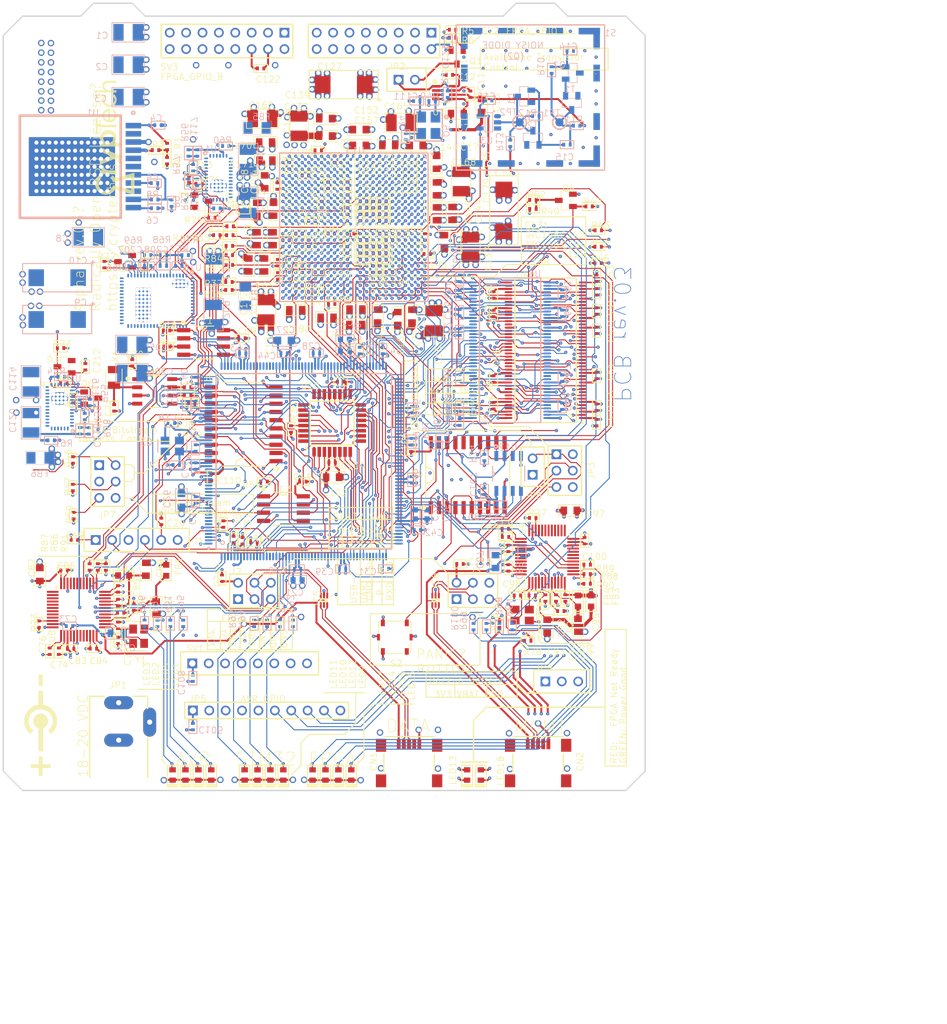
<source format=kicad_pcb>
(kicad_pcb (version 4) (host pcbnew 4.0.2+dfsg1-stable)

  (general
    (links 1412)
    (no_connects 695)
    (area -32.294113 -104.250001 148.466654 54.64848)
    (thickness 1.6)
    (drawings 7054)
    (tracks 9335)
    (zones 0)
    (modules 385)
    (nets 303)
  )

  (page A4)
  (layers
    (0 F.Cu signal)
    (1 In1.Cu power)
    (2 In2.Cu mixed)
    (3 In3.Cu power)
    (4 In4.Cu power)
    (5 In5.Cu signal)
    (6 In6.Cu power)
    (31 B.Cu signal)
    (32 B.Adhes user)
    (33 F.Adhes user)
    (34 B.Paste user)
    (35 F.Paste user)
    (36 B.SilkS user)
    (37 F.SilkS user)
    (38 B.Mask user)
    (39 F.Mask user)
    (40 Dwgs.User user)
    (41 Cmts.User user)
    (42 Eco1.User user)
    (43 Eco2.User user)
    (44 Edge.Cuts user)
    (45 Margin user)
    (46 B.CrtYd user)
    (47 F.CrtYd user)
    (48 B.Fab user)
    (49 F.Fab user)
  )

  (setup
    (last_trace_width 0.254)
    (trace_clearance 0.15)
    (zone_clearance 0.0144)
    (zone_45_only no)
    (trace_min 0.15)
    (segment_width 0.2)
    (edge_width 0.1)
    (via_size 0.889)
    (via_drill 0.635)
    (via_min_size 0.889)
    (via_min_drill 0.508)
    (uvia_size 0.508)
    (uvia_drill 0.127)
    (uvias_allowed yes)
    (uvia_min_size 0.5)
    (uvia_min_drill 0.127)
    (pcb_text_width 0.3)
    (pcb_text_size 1.5 1.5)
    (mod_edge_width 0.15)
    (mod_text_size 1 1)
    (mod_text_width 0.15)
    (pad_size 1.5 1.5)
    (pad_drill 0.6)
    (pad_to_mask_clearance 0)
    (aux_axis_origin 0 0)
    (visible_elements 7FFFFF7F)
    (pcbplotparams
      (layerselection 0x00030_80000001)
      (usegerberextensions false)
      (excludeedgelayer true)
      (linewidth 0.100000)
      (plotframeref false)
      (viasonmask false)
      (mode 1)
      (useauxorigin false)
      (hpglpennumber 1)
      (hpglpenspeed 20)
      (hpglpendiameter 15)
      (hpglpenoverlay 2)
      (psnegative false)
      (psa4output false)
      (plotreference true)
      (plotvalue true)
      (plotinvisibletext false)
      (padsonsilk false)
      (subtractmaskfromsilk false)
      (outputformat 1)
      (mirror false)
      (drillshape 0)
      (scaleselection 1)
      (outputdirectory GerberOutput/))
  )

  (net 0 "")
  (net 1 DM_P)
  (net 2 DM_N)
  (net 3 3V3_BATT)
  (net 4 15V_LDO_ENABLE)
  (net 5 15V_STABLE)
  (net 6 GND)
  (net 7 NetC15_2)
  (net 8 AMPLIFIED)
  (net 9 ARM_FPGA_CFG_CS_N)
  (net 10 ARM_FPGA_CFG_MISO)
  (net 11 ARM_FPGA_CFG_MOSI)
  (net 12 ARM_FPGA_CFG_SCLK)
  (net 13 ARM_LED1)
  (net 14 ARM_LED2)
  (net 15 ARM_LED3)
  (net 16 ARM_LED4)
  (net 17 AVR_GPIO_0)
  (net 18 AVR_GPIO_1)
  (net 19 AVR_GPIO_2)
  (net 20 AVR_GPIO_3)
  (net 21 AVR_GPIO_4)
  (net 22 AVR_GPIO_5)
  (net 23 AVR_GPIO_6)
  (net 24 AVR_GPIO_7)
  (net 25 AVR_GPIO_ARM_0)
  (net 26 AVR_GPIO_ARM_1)
  (net 27 AVR_GPIO_ARM_2)
  (net 28 AVR_GPIO_ARM_3)
  (net 29 AVR_GPIO_FPGA_0)
  (net 30 AVR_GPIO_FPGA_1)
  (net 31 AVR_GPIO_FPGA_2)
  (net 32 AVR_GPIO_FPGA_3)
  (net 33 AVR_LED1)
  (net 34 AVR_LED2)
  (net 35 AVR_LED3)
  (net 36 AVR_LED4)
  (net 37 AVR_PANIC)
  (net 38 AVR_RESET)
  (net 39 BOOT0)
  (net 40 D1_N)
  (net 41 D1_P)
  (net 42 DIGITIZED_NOISE)
  (net 43 FMC_A0)
  (net 44 FMC_A1)
  (net 45 FMC_A2)
  (net 46 FMC_A3)
  (net 47 FMC_A4)
  (net 48 FMC_A5)
  (net 49 FMC_A6)
  (net 50 FMC_A7)
  (net 51 FMC_A8)
  (net 52 FMC_A9)
  (net 53 FMC_A10)
  (net 54 FMC_A11)
  (net 55 FMC_A12)
  (net 56 FMC_A13)
  (net 57 FMC_A14)
  (net 58 FMC_A15)
  (net 59 FMC_A16)
  (net 60 FMC_A17)
  (net 61 FMC_A18)
  (net 62 FMC_A19)
  (net 63 FMC_A20)
  (net 64 FMC_A21)
  (net 65 FMC_A22)
  (net 66 FMC_A23)
  (net 67 FMC_A24)
  (net 68 FMC_A25)
  (net 69 FMC_CLK)
  (net 70 FMC_D0)
  (net 71 FMC_D1)
  (net 72 FMC_D2)
  (net 73 FMC_D3)
  (net 74 FMC_D4)
  (net 75 FMC_D5)
  (net 76 FMC_D6)
  (net 77 FMC_D7)
  (net 78 FMC_D8)
  (net 79 FMC_D9)
  (net 80 FMC_D10)
  (net 81 FMC_D11)
  (net 82 FMC_D12)
  (net 83 FMC_D13)
  (net 84 FMC_D14)
  (net 85 FMC_D15)
  (net 86 FMC_D16)
  (net 87 FMC_D17)
  (net 88 FMC_D18)
  (net 89 FMC_D19)
  (net 90 FMC_D20)
  (net 91 FMC_D21)
  (net 92 FMC_D22)
  (net 93 FMC_D23)
  (net 94 FMC_D24)
  (net 95 FMC_D25)
  (net 96 FMC_D26)
  (net 97 FMC_D27)
  (net 98 FMC_D28)
  (net 99 FMC_D29)
  (net 100 FMC_D30)
  (net 101 FMC_D31)
  (net 102 FMC_NBL0)
  (net 103 FMC_NBL1)
  (net 104 FMC_NBL2)
  (net 105 FMC_NBL3)
  (net 106 FMC_NE1)
  (net 107 FMC_NL)
  (net 108 FMC_NOE)
  (net 109 FMC_NWAIT)
  (net 110 FMC_NWE)
  (net 111 FMC_SDCKE0)
  (net 112 FMC_SDCKE1)
  (net 113 FMC_SDCLK)
  (net 114 FMC_SDNCAS)
  (net 115 FMC_SDNE0)
  (net 116 FMC_SDNE1)
  (net 117 FMC_SDNRAS)
  (net 118 FMC_SDNWE)
  (net 119 FPGA_CFG_CS_N1)
  (net 120 FPGA_CFG_CS_N)
  (net 121 FPGA_CFG_CTRL_ARM_ENA)
  (net 122 FPGA_CFG_CTRL_FPGA_DIS)
  (net 123 FPGA_CFG_MISO1)
  (net 124 FPGA_CFG_MISO)
  (net 125 FPGA_CFG_MOSI1)
  (net 126 FPGA_CFG_MOSI)
  (net 127 FPGA_CFG_SCLK1)
  (net 128 FPGA_CFG_SCLK)
  (net 129 FPGA_DONE_INT)
  (net 130 FPGA_DONE)
  (net 131 FPGA_ENTROPY_DISABLE)
  (net 132 FPGA_GCLK)
  (net 133 FPGA_GPIO_A_0)
  (net 134 FPGA_GPIO_A_1)
  (net 135 FPGA_GPIO_A_2)
  (net 136 FPGA_GPIO_A_3)
  (net 137 FPGA_GPIO_A_4)
  (net 138 FPGA_GPIO_A_5)
  (net 139 FPGA_GPIO_A_6)
  (net 140 FPGA_GPIO_A_7)
  (net 141 FPGA_GPIO_B_0)
  (net 142 FPGA_GPIO_B_1)
  (net 143 FPGA_GPIO_B_2)
  (net 144 FPGA_GPIO_B_3)
  (net 145 FPGA_GPIO_B_4)
  (net 146 FPGA_GPIO_B_5)
  (net 147 FPGA_GPIO_B_6)
  (net 148 FPGA_GPIO_B_7)
  (net 149 FPGA_GPIO_LED_0)
  (net 150 FPGA_GPIO_LED_1)
  (net 151 FPGA_GPIO_LED_2)
  (net 152 FPGA_GPIO_LED_3)
  (net 153 FPGA_INIT_B_INT1)
  (net 154 FPGA_INIT_B_INT)
  (net 155 FPGA_INIT_B)
  (net 156 FPGA_IRQ_N_0)
  (net 157 FPGA_IRQ_N_1)
  (net 158 FPGA_IRQ_N_2)
  (net 159 FPGA_IRQ_N_3)
  (net 160 FPGA_JTAG_TCK)
  (net 161 FPGA_JTAG_TDI)
  (net 162 FPGA_JTAG_TDO)
  (net 163 FPGA_JTAG_TMS)
  (net 164 FPGA_M0)
  (net 165 FPGA_M1)
  (net 166 FPGA_M2)
  (net 167 FPGA_PROGRAM_B1)
  (net 168 FPGA_PROGRAM_B)
  (net 169 FPGA_PROM_CS_N)
  (net 170 FPGA_PROM_MISO)
  (net 171 FPGA_PROM_MOSI)
  (net 172 FPGA_PROM_SCLK)
  (net 173 FPGA_PROM_W_N)
  (net 174 FPGA_VCCAUX_1V8)
  (net 175 FPGA_VCCINT_1V0)
  (net 176 FT_CTS)
  (net 177 FT_DTR)
  (net 178 FT_MGMT_CTS)
  (net 179 FT_MGMT_DTR)
  (net 180 FT_MGMT_RTS)
  (net 181 FT_MGMT_RXD1)
  (net 182 FT_MGMT_RXD)
  (net 183 FT_MGMT_TXD1)
  (net 184 FT_MGMT_TXD)
  (net 185 FT_MGMT_VCC3V3)
  (net 186 FT_MGMT_VPHY)
  (net 187 FT_MGMT_VPLL)
  (net 188 FT_MGMT_VREGIN)
  (net 189 FT_REF1)
  (net 190 FT_REF)
  (net 191 FT_RESET1)
  (net 192 FT_RESET)
  (net 193 FT_RTS)
  (net 194 FT_RXD1)
  (net 195 FT_RXD)
  (net 196 FT_TXD1)
  (net 197 FT_TXD)
  (net 198 FT_VCC3V3)
  (net 199 FT_VCCA1)
  (net 200 FT_VCCA)
  (net 201 FT_VCCORE1)
  (net 202 FT_VCCORE)
  (net 203 FT_VPHY)
  (net 204 FT_VPLL)
  (net 205 FT_VREGIN)
  (net 206 KSM_PROM_CS_N)
  (net 207 KSM_PROM_MISO)
  (net 208 KSM_PROM_MOSI)
  (net 209 KSM_PROM_SCLK)
  (net 210 MKM_AVR_CS_N)
  (net 211 MKM_AVR_MISO)
  (net 212 MKM_AVR_MOSI)
  (net 213 MKM_AVR_SCK)
  (net 214 MKM_CONTROL_AVR_ENA)
  (net 215 MKM_CONTROL_FPGA_DIS)
  (net 216 MKM_CS_N)
  (net 217 MKM_FPGA_CS_N)
  (net 218 MKM_FPGA_MISO)
  (net 219 MKM_FPGA_MOSI)
  (net 220 MKM_FPGA_SCK)
  (net 221 MKM_MISO)
  (net 222 MKM_MOSI)
  (net 223 MKM_SCK)
  (net 224 NetC5_1)
  (net 225 NetC11_1)
  (net 226 NetC12_2)
  (net 227 NetC17_2)
  (net 228 NetC70_2)
  (net 229 NetC71_2)
  (net 230 NetC75_2)
  (net 231 NetC78_2)
  (net 232 NetC90_2)
  (net 233 NetC93_2)
  (net 234 NetC115_1)
  (net 235 NetC116_1)
  (net 236 NetC117_1)
  (net 237 NetC117_2)
  (net 238 NetC118_1)
  (net 239 NetC118_2)
  (net 240 NetC207_1)
  (net 241 NetC208_1)
  (net 242 NetC208_2)
  (net 243 NetIC1_3)
  (net 244 NetJP2_2)
  (net 245 NetLED1_1)
  (net 246 NetLED2_1)
  (net 247 NetLED3_1)
  (net 248 NetLED4_1)
  (net 249 NetLED9_1)
  (net 250 NetLED10_1)
  (net 251 NetLED11_1)
  (net 252 NetLED12_1)
  (net 253 NetLED13_1)
  (net 254 NetLED14_1)
  (net 255 NetLED15_1)
  (net 256 NetLED16_1)
  (net 257 NetLED17_1)
  (net 258 NetLED18_1)
  (net 259 NetLED18_2)
  (net 260 NetQ1_1)
  (net 261 NetQ5_1)
  (net 262 NetQ5_3)
  (net 263 NetR1_1)
  (net 264 NetR3_2)
  (net 265 NetR8_1)
  (net 266 NetR32_2)
  (net 267 NetR33_2)
  (net 268 NetR52_1)
  (net 269 NetR53_2)
  (net 270 NetR54_1)
  (net 271 NetR55_2)
  (net 272 NetR65_1)
  (net 273 NetR66_1)
  (net 274 NetR67_1)
  (net 275 NOISE_IN)
  (net 276 NOISE_OUT)
  (net 277 NRST)
  (net 278 OSC_IN)
  (net 279 OSC_OUT)
  (net 280 POK_VCCAUX)
  (net 281 POK_VCCINT)
  (net 282 POK_VCCO)
  (net 283 PWR_18V)
  (net 284 PWR_ENA_VCCAUX)
  (net 285 PWR_ENA_VCCINT)
  (net 286 PWR_ENA_VCCO)
  (net 287 RAW_NOISE)
  (net 288 RTC_MFP)
  (net 289 RTC_SCL)
  (net 290 RTC_SDA)
  (net 291 SPI_A_TRISTATE)
  (net 292 SPI_B_TRISTATE)
  (net 293 SWDCLK)
  (net 294 SWDIO)
  (net 295 USB_MGMT_N)
  (net 296 USB_MGMT_P)
  (net 297 USB_N)
  (net 298 USB_P)
  (net 299 VCAP1)
  (net 300 VCAP2)
  (net 301 VCC_5V0)
  (net 302 VCCO_3V3)

  (net_class Default "This is the default net class."
    (clearance 0.15)
    (trace_width 0.254)
    (via_dia 0.889)
    (via_drill 0.635)
    (uvia_dia 0.508)
    (uvia_drill 0.127)
    (add_net 15V_LDO_ENABLE)
    (add_net 15V_STABLE)
    (add_net 3V3_BATT)
    (add_net AMPLIFIED)
    (add_net ARM_FPGA_CFG_CS_N)
    (add_net ARM_FPGA_CFG_MISO)
    (add_net ARM_FPGA_CFG_MOSI)
    (add_net ARM_FPGA_CFG_SCLK)
    (add_net ARM_LED1)
    (add_net ARM_LED2)
    (add_net ARM_LED3)
    (add_net ARM_LED4)
    (add_net AVR_GPIO_0)
    (add_net AVR_GPIO_1)
    (add_net AVR_GPIO_2)
    (add_net AVR_GPIO_3)
    (add_net AVR_GPIO_4)
    (add_net AVR_GPIO_5)
    (add_net AVR_GPIO_6)
    (add_net AVR_GPIO_7)
    (add_net AVR_GPIO_ARM_0)
    (add_net AVR_GPIO_ARM_1)
    (add_net AVR_GPIO_ARM_2)
    (add_net AVR_GPIO_ARM_3)
    (add_net AVR_GPIO_FPGA_0)
    (add_net AVR_GPIO_FPGA_1)
    (add_net AVR_GPIO_FPGA_2)
    (add_net AVR_GPIO_FPGA_3)
    (add_net AVR_LED1)
    (add_net AVR_LED2)
    (add_net AVR_LED3)
    (add_net AVR_LED4)
    (add_net AVR_PANIC)
    (add_net AVR_RESET)
    (add_net BOOT0)
    (add_net DIGITIZED_NOISE)
    (add_net FPGA_CFG_CS_N)
    (add_net FPGA_CFG_CS_N1)
    (add_net FPGA_CFG_CTRL_ARM_ENA)
    (add_net FPGA_CFG_CTRL_FPGA_DIS)
    (add_net FPGA_CFG_MISO)
    (add_net FPGA_CFG_MISO1)
    (add_net FPGA_CFG_MOSI)
    (add_net FPGA_CFG_MOSI1)
    (add_net FPGA_CFG_SCLK)
    (add_net FPGA_CFG_SCLK1)
    (add_net FPGA_DONE)
    (add_net FPGA_DONE_INT)
    (add_net FPGA_ENTROPY_DISABLE)
    (add_net FPGA_GCLK)
    (add_net FPGA_GPIO_LED_0)
    (add_net FPGA_GPIO_LED_1)
    (add_net FPGA_GPIO_LED_2)
    (add_net FPGA_GPIO_LED_3)
    (add_net FPGA_INIT_B)
    (add_net FPGA_INIT_B_INT)
    (add_net FPGA_INIT_B_INT1)
    (add_net FPGA_IRQ_N_0)
    (add_net FPGA_IRQ_N_1)
    (add_net FPGA_IRQ_N_2)
    (add_net FPGA_IRQ_N_3)
    (add_net FPGA_JTAG_TCK)
    (add_net FPGA_JTAG_TDI)
    (add_net FPGA_JTAG_TDO)
    (add_net FPGA_JTAG_TMS)
    (add_net FPGA_M0)
    (add_net FPGA_M1)
    (add_net FPGA_M2)
    (add_net FPGA_PROGRAM_B)
    (add_net FPGA_PROGRAM_B1)
    (add_net FPGA_PROM_CS_N)
    (add_net FPGA_PROM_MISO)
    (add_net FPGA_PROM_MOSI)
    (add_net FPGA_PROM_SCLK)
    (add_net FPGA_PROM_W_N)
    (add_net FPGA_VCCAUX_1V8)
    (add_net FPGA_VCCINT_1V0)
    (add_net FT_CTS)
    (add_net FT_DTR)
    (add_net FT_MGMT_CTS)
    (add_net FT_MGMT_DTR)
    (add_net FT_MGMT_RTS)
    (add_net FT_MGMT_RXD)
    (add_net FT_MGMT_RXD1)
    (add_net FT_MGMT_TXD)
    (add_net FT_MGMT_TXD1)
    (add_net FT_MGMT_VCC3V3)
    (add_net FT_MGMT_VPHY)
    (add_net FT_MGMT_VPLL)
    (add_net FT_MGMT_VREGIN)
    (add_net FT_REF)
    (add_net FT_REF1)
    (add_net FT_RESET)
    (add_net FT_RESET1)
    (add_net FT_RTS)
    (add_net FT_RXD)
    (add_net FT_RXD1)
    (add_net FT_TXD)
    (add_net FT_TXD1)
    (add_net FT_VCC3V3)
    (add_net FT_VCCA)
    (add_net FT_VCCA1)
    (add_net FT_VCCORE)
    (add_net FT_VCCORE1)
    (add_net FT_VPHY)
    (add_net FT_VPLL)
    (add_net FT_VREGIN)
    (add_net GND)
    (add_net KSM_PROM_CS_N)
    (add_net KSM_PROM_MISO)
    (add_net KSM_PROM_MOSI)
    (add_net KSM_PROM_SCLK)
    (add_net MKM_AVR_CS_N)
    (add_net MKM_AVR_MISO)
    (add_net MKM_AVR_MOSI)
    (add_net MKM_AVR_SCK)
    (add_net MKM_CONTROL_AVR_ENA)
    (add_net MKM_CONTROL_FPGA_DIS)
    (add_net MKM_CS_N)
    (add_net MKM_FPGA_CS_N)
    (add_net MKM_FPGA_MISO)
    (add_net MKM_FPGA_MOSI)
    (add_net MKM_FPGA_SCK)
    (add_net MKM_MISO)
    (add_net MKM_MOSI)
    (add_net MKM_SCK)
    (add_net NOISE_IN)
    (add_net NOISE_OUT)
    (add_net NRST)
    (add_net NetC115_1)
    (add_net NetC116_1)
    (add_net NetC117_1)
    (add_net NetC117_2)
    (add_net NetC118_1)
    (add_net NetC118_2)
    (add_net NetC11_1)
    (add_net NetC12_2)
    (add_net NetC15_2)
    (add_net NetC17_2)
    (add_net NetC207_1)
    (add_net NetC208_1)
    (add_net NetC208_2)
    (add_net NetC5_1)
    (add_net NetC70_2)
    (add_net NetC71_2)
    (add_net NetC75_2)
    (add_net NetC78_2)
    (add_net NetC90_2)
    (add_net NetC93_2)
    (add_net NetIC1_3)
    (add_net NetJP2_2)
    (add_net NetLED10_1)
    (add_net NetLED11_1)
    (add_net NetLED12_1)
    (add_net NetLED13_1)
    (add_net NetLED14_1)
    (add_net NetLED15_1)
    (add_net NetLED16_1)
    (add_net NetLED17_1)
    (add_net NetLED18_1)
    (add_net NetLED18_2)
    (add_net NetLED1_1)
    (add_net NetLED2_1)
    (add_net NetLED3_1)
    (add_net NetLED4_1)
    (add_net NetLED9_1)
    (add_net NetQ1_1)
    (add_net NetQ5_1)
    (add_net NetQ5_3)
    (add_net NetR1_1)
    (add_net NetR32_2)
    (add_net NetR33_2)
    (add_net NetR3_2)
    (add_net NetR52_1)
    (add_net NetR53_2)
    (add_net NetR54_1)
    (add_net NetR55_2)
    (add_net NetR65_1)
    (add_net NetR66_1)
    (add_net NetR67_1)
    (add_net NetR8_1)
    (add_net OSC_IN)
    (add_net OSC_OUT)
    (add_net POK_VCCAUX)
    (add_net POK_VCCINT)
    (add_net POK_VCCO)
    (add_net PWR_18V)
    (add_net PWR_ENA_VCCAUX)
    (add_net PWR_ENA_VCCINT)
    (add_net PWR_ENA_VCCO)
    (add_net RAW_NOISE)
    (add_net RTC_MFP)
    (add_net RTC_SCL)
    (add_net RTC_SDA)
    (add_net SPI_A_TRISTATE)
    (add_net SPI_B_TRISTATE)
    (add_net SWDCLK)
    (add_net SWDIO)
    (add_net VCAP1)
    (add_net VCAP2)
    (add_net VCCO_3V3)
    (add_net VCC_5V0)
  )

  (net_class FMC FMC
    (clearance 0.15)
    (trace_width 0.254)
    (via_dia 0.889)
    (via_drill 0.635)
    (uvia_dia 0.508)
    (uvia_drill 0.127)
    (add_net FMC_A0)
    (add_net FMC_A1)
    (add_net FMC_A10)
    (add_net FMC_A11)
    (add_net FMC_A12)
    (add_net FMC_A13)
    (add_net FMC_A14)
    (add_net FMC_A15)
    (add_net FMC_A16)
    (add_net FMC_A17)
    (add_net FMC_A18)
    (add_net FMC_A19)
    (add_net FMC_A2)
    (add_net FMC_A20)
    (add_net FMC_A21)
    (add_net FMC_A22)
    (add_net FMC_A23)
    (add_net FMC_A24)
    (add_net FMC_A25)
    (add_net FMC_A3)
    (add_net FMC_A4)
    (add_net FMC_A5)
    (add_net FMC_A6)
    (add_net FMC_A7)
    (add_net FMC_A8)
    (add_net FMC_A9)
    (add_net FMC_CLK)
    (add_net FMC_D0)
    (add_net FMC_D1)
    (add_net FMC_D10)
    (add_net FMC_D11)
    (add_net FMC_D12)
    (add_net FMC_D13)
    (add_net FMC_D14)
    (add_net FMC_D15)
    (add_net FMC_D16)
    (add_net FMC_D17)
    (add_net FMC_D18)
    (add_net FMC_D19)
    (add_net FMC_D2)
    (add_net FMC_D20)
    (add_net FMC_D21)
    (add_net FMC_D22)
    (add_net FMC_D23)
    (add_net FMC_D24)
    (add_net FMC_D25)
    (add_net FMC_D26)
    (add_net FMC_D27)
    (add_net FMC_D28)
    (add_net FMC_D29)
    (add_net FMC_D3)
    (add_net FMC_D30)
    (add_net FMC_D31)
    (add_net FMC_D4)
    (add_net FMC_D5)
    (add_net FMC_D6)
    (add_net FMC_D7)
    (add_net FMC_D8)
    (add_net FMC_D9)
    (add_net FMC_NBL0)
    (add_net FMC_NBL1)
    (add_net FMC_NBL2)
    (add_net FMC_NBL3)
    (add_net FMC_NE1)
    (add_net FMC_NL)
    (add_net FMC_NOE)
    (add_net FMC_NWAIT)
    (add_net FMC_NWE)
    (add_net FMC_SDCKE0)
    (add_net FMC_SDCKE1)
    (add_net FMC_SDCLK)
    (add_net FMC_SDNCAS)
    (add_net FMC_SDNE0)
    (add_net FMC_SDNE1)
    (add_net FMC_SDNRAS)
    (add_net FMC_SDNWE)
  )

  (net_class FPGA_GPIO FPGA_GPIO
    (clearance 0.15)
    (trace_width 0.254)
    (via_dia 0.889)
    (via_drill 0.635)
    (uvia_dia 0.508)
    (uvia_drill 0.127)
    (add_net FPGA_GPIO_A_0)
    (add_net FPGA_GPIO_A_1)
    (add_net FPGA_GPIO_A_2)
    (add_net FPGA_GPIO_A_3)
    (add_net FPGA_GPIO_A_4)
    (add_net FPGA_GPIO_A_5)
    (add_net FPGA_GPIO_A_6)
    (add_net FPGA_GPIO_A_7)
    (add_net FPGA_GPIO_B_0)
    (add_net FPGA_GPIO_B_1)
    (add_net FPGA_GPIO_B_2)
    (add_net FPGA_GPIO_B_3)
    (add_net FPGA_GPIO_B_4)
    (add_net FPGA_GPIO_B_5)
    (add_net FPGA_GPIO_B_6)
    (add_net FPGA_GPIO_B_7)
  )

  (net_class USB USB
    (clearance 0.15)
    (trace_width 0.254)
    (via_dia 0.889)
    (via_drill 0.635)
    (uvia_dia 0.508)
    (uvia_drill 0.127)
    (add_net D1_N)
    (add_net D1_P)
    (add_net DM_N)
    (add_net DM_P)
    (add_net USB_MGMT_N)
    (add_net USB_MGMT_P)
    (add_net USB_N)
    (add_net USB_P)
  )

  (module HDR1X10 (layer F.Cu) (tedit 4289BEAB) (tstamp 539EEDBF)
    (at 31.5 6.000001)
    (path /539EEC0F)
    (attr smd)
    (fp_text reference JP5 (at 0 0) (layer F.SilkS) hide
      (effects (font (thickness 0.05)))
    )
    (fp_text value "Connector; Header; 10 Position" (at 0 0) (layer F.SilkS) hide
      (effects (font (thickness 0.05)))
    )
    (pad 3 thru_hole circle (at 5.08 0) (size 1.5 1.5) (drill 1) (layers *.Cu *.Paste *.Mask)
      (net 18 AVR_GPIO_1))
    (pad 10 thru_hole circle (at 22.86 0) (size 1.5 1.5) (drill 1) (layers *.Cu *.Paste *.Mask)
      (net 6 GND))
    (pad 9 thru_hole circle (at 20.32 0) (size 1.5 1.5) (drill 1) (layers *.Cu *.Paste *.Mask)
      (net 24 AVR_GPIO_7))
    (pad 8 thru_hole circle (at 17.78 0) (size 1.5 1.5) (drill 1) (layers *.Cu *.Paste *.Mask)
      (net 23 AVR_GPIO_6))
    (pad 7 thru_hole circle (at 15.24 0) (size 1.5 1.5) (drill 1) (layers *.Cu *.Paste *.Mask)
      (net 22 AVR_GPIO_5))
    (pad 6 thru_hole circle (at 12.7 0) (size 1.5 1.5) (drill 1) (layers *.Cu *.Paste *.Mask)
      (net 21 AVR_GPIO_4))
    (pad 5 thru_hole circle (at 10.16 0) (size 1.5 1.5) (drill 1) (layers *.Cu *.Paste *.Mask)
      (net 20 AVR_GPIO_3))
    (pad 4 thru_hole circle (at 7.62 0) (size 1.5 1.5) (drill 1) (layers *.Cu *.Paste *.Mask)
      (net 19 AVR_GPIO_2))
    (pad 2 thru_hole circle (at 2.54 0) (size 1.5 1.5) (drill 1) (layers *.Cu *.Paste *.Mask)
      (net 17 AVR_GPIO_0))
    (pad 1 thru_hole rect (at 0 0) (size 1.5 1.5) (drill 1) (layers *.Cu *.Paste *.Mask)
      (net 302 VCCO_3V3))
  )

  (module PLS-2 (layer F.Cu) (tedit 4289BEAB) (tstamp 539EEDBF)
    (at 84.160746 -31.8)
    (path /539EEC0F)
    (attr smd)
    (fp_text reference JP6 (at 0 0) (layer F.SilkS) hide
      (effects (font (thickness 0.05)))
    )
    (fp_text value "" (at 0 0) (layer F.SilkS) hide
      (effects (font (thickness 0.05)))
    )
    (pad 1 thru_hole rect (at 0 1.27 90) (size 1.5 1.5) (drill 1) (layers *.Cu *.Paste *.Mask)
      (net 6 GND))
    (pad 2 thru_hole circle (at 0 -1.27 90) (size 1.5 1.5) (drill 1) (layers *.Cu *.Paste *.Mask)
      (net 211 MKM_AVR_MISO))
    (model /home/ft/work/cryptech/official/user/ft/alpha_to_kicad/rev03-Altium/wrlshp/3416A7AC-A52A.wrl
      (at (xyz 0 0 0))
      (scale (xyz 1 1 1))
      (rotate (xyz 0 0 180))
    )
  )

  (module C_1210 (layer B.Cu) (tedit 4289BEAB) (tstamp 539EEDBF)
    (at 21.463 -99.0854)
    (path /539EEC0F)
    (attr smd)
    (fp_text reference C1 (at 0 0) (layer F.SilkS) hide
      (effects (font (thickness 0.05)))
    )
    (fp_text value "" (at 0 0) (layer F.SilkS) hide
      (effects (font (thickness 0.05)))
    )
    (pad 2 smd rect (at 1.5 0) (size 1.599999 2.6) (layers B.Cu B.Paste B.Mask)
      (net 6 GND))
    (pad 1 smd rect (at -1.5 0) (size 1.599999 2.6) (layers B.Cu B.Paste B.Mask)
      (net 283 PWR_18V))
    (model /home/ft/work/cryptech/official/user/ft/alpha_to_kicad/rev03-Altium/wrlshp/F26EE9BE-B6B0.wrl
      (at (xyz 0 0 0))
      (scale (xyz 1 1 1))
      (rotate (xyz 0 0 360))
    )
  )

  (module C_1210 (layer B.Cu) (tedit 4289BEAB) (tstamp 539EEDBF)
    (at 21.463 -94.0689)
    (path /539EEC0F)
    (attr smd)
    (fp_text reference C2 (at 0 0) (layer F.SilkS) hide
      (effects (font (thickness 0.05)))
    )
    (fp_text value "" (at 0 0) (layer F.SilkS) hide
      (effects (font (thickness 0.05)))
    )
    (pad 1 smd rect (at -1.5 0) (size 1.599999 2.6) (layers B.Cu B.Paste B.Mask)
      (net 283 PWR_18V))
    (pad 2 smd rect (at 1.5 0) (size 1.599999 2.6) (layers B.Cu B.Paste B.Mask)
      (net 6 GND))
    (model /home/ft/work/cryptech/official/user/ft/alpha_to_kicad/rev03-Altium/wrlshp/F26EE9BE-B6B0.wrl
      (at (xyz 0 0 0))
      (scale (xyz 1 1 1))
      (rotate (xyz 0 0 360))
    )
  )

  (module C_1210 (layer B.Cu) (tedit 4289BEAB) (tstamp 539EEDBF)
    (at 21.463 -89.0524)
    (path /539EEC0F)
    (attr smd)
    (fp_text reference C3 (at 0 0) (layer F.SilkS) hide
      (effects (font (thickness 0.05)))
    )
    (fp_text value "" (at 0 0) (layer F.SilkS) hide
      (effects (font (thickness 0.05)))
    )
    (pad 2 smd rect (at 1.5 0) (size 1.599999 2.6) (layers B.Cu B.Paste B.Mask)
      (net 6 GND))
    (pad 1 smd rect (at -1.5 0) (size 1.599999 2.6) (layers B.Cu B.Paste B.Mask)
      (net 283 PWR_18V))
    (model /home/ft/work/cryptech/official/user/ft/alpha_to_kicad/rev03-Altium/wrlshp/F26EE9BE-B6B0.wrl
      (at (xyz 0 0 0))
      (scale (xyz 1 1 1))
      (rotate (xyz 0 0 360))
    )
  )

  (module C_0402 (layer B.Cu) (tedit 4289BEAB) (tstamp 539EEDBF)
    (at 26.100001 -84.700001)
    (path /539EEC0F)
    (attr smd)
    (fp_text reference C4 (at 0 0) (layer F.SilkS) hide
      (effects (font (thickness 0.05)))
    )
    (fp_text value "" (at 0 0) (layer F.SilkS) hide
      (effects (font (thickness 0.05)))
    )
    (pad 1 smd rect (at -0.5 0) (size 0.45 0.6) (layers B.Cu B.Paste B.Mask)
      (net 283 PWR_18V))
    (pad 2 smd rect (at 0.5 0) (size 0.45 0.6) (layers B.Cu B.Paste B.Mask)
      (net 6 GND))
    (model /home/ft/work/cryptech/official/user/ft/alpha_to_kicad/rev03-Altium/wrlshp/ECAF1ED8-FCC0.wrl
      (at (xyz 0 0 0))
      (scale (xyz 1 1 1))
      (rotate (xyz 0 0 360))
    )
  )

  (module C_0402 (layer B.Cu) (tedit 4289BEAB) (tstamp 539EEDBF)
    (at 25.55 -75.725)
    (path /539EEC0F)
    (attr smd)
    (fp_text reference C5 (at 0 0) (layer F.SilkS) hide
      (effects (font (thickness 0.05)))
    )
    (fp_text value "" (at 0 0) (layer F.SilkS) hide
      (effects (font (thickness 0.05)))
    )
    (pad 2 smd rect (at 0.5 0) (size 0.45 0.6) (layers B.Cu B.Paste B.Mask)
      (net 6 GND))
    (pad 1 smd rect (at -0.5 0) (size 0.45 0.6) (layers B.Cu B.Paste B.Mask)
      (net 224 NetC5_1))
    (model /home/ft/work/cryptech/official/user/ft/alpha_to_kicad/rev03-Altium/wrlshp/ECAF1ED8-FCC0.wrl
      (at (xyz 0 0 0))
      (scale (xyz 1 1 1))
      (rotate (xyz 0 0 360))
    )
  )

  (module C_0402 (layer B.Cu) (tedit 4289BEAB) (tstamp 539EEDBF)
    (at 25.5778 -71.8312)
    (path /539EEC0F)
    (attr smd)
    (fp_text reference C6 (at 0 0) (layer F.SilkS) hide
      (effects (font (thickness 0.05)))
    )
    (fp_text value "" (at 0 0) (layer F.SilkS) hide
      (effects (font (thickness 0.05)))
    )
    (pad 1 smd rect (at -0.5 0) (size 0.45 0.6) (layers B.Cu B.Paste B.Mask)
      (net 301 VCC_5V0))
    (pad 2 smd rect (at 0.5 0) (size 0.45 0.6) (layers B.Cu B.Paste B.Mask)
      (net 6 GND))
    (model /home/ft/work/cryptech/official/user/ft/alpha_to_kicad/rev03-Altium/wrlshp/ECAF1ED8-FCC0.wrl
      (at (xyz 0 0 0))
      (scale (xyz 1 1 1))
      (rotate (xyz 0 0 360))
    )
  )

  (module C_0805 (layer F.Cu) (tedit 4289BEAB) (tstamp 539EEDBF)
    (at 72.5 -86.5)
    (path /539EEC0F)
    (attr smd)
    (fp_text reference C7 (at 0 0) (layer F.SilkS) hide
      (effects (font (thickness 0.05)))
    )
    (fp_text value "" (at 0 0) (layer F.SilkS) hide
      (effects (font (thickness 0.05)))
    )
    (pad 2 smd rect (at -1 0 180) (size 1 1.2) (layers F.Cu F.Paste F.Mask)
      (net 6 GND))
    (pad 1 smd rect (at 1 0 180) (size 1 1.2) (layers F.Cu F.Paste F.Mask)
      (net 283 PWR_18V))
    (model /home/ft/work/cryptech/official/user/ft/alpha_to_kicad/rev03-Altium/wrlshp/68E8DA21-73BF.wrl
      (at (xyz 0 0 0))
      (scale (xyz 1 1 1))
      (rotate (xyz 0 0 0))
    )
  )

  (module C_1210 (layer B.Cu) (tedit 4289BEAB) (tstamp 539EEDBF)
    (at 15.2908 -67.3354)
    (path /539EEC0F)
    (attr smd)
    (fp_text reference C8 (at 0 0) (layer F.SilkS) hide
      (effects (font (thickness 0.05)))
    )
    (fp_text value "" (at 0 0) (layer F.SilkS) hide
      (effects (font (thickness 0.05)))
    )
    (pad 1 smd rect (at 1.5 0 180) (size 1.599999 2.6) (layers B.Cu B.Paste B.Mask)
      (net 301 VCC_5V0))
    (pad 2 smd rect (at -1.5 0 180) (size 1.599999 2.6) (layers B.Cu B.Paste B.Mask)
      (net 6 GND))
    (model /home/ft/work/cryptech/official/user/ft/alpha_to_kicad/rev03-Altium/wrlshp/F26EE9BE-B6B0.wrl
      (at (xyz 0 0 0))
      (scale (xyz 1 1 1))
      (rotate (xyz 0 0 0))
    )
  )

  (module C_D (layer B.Cu) (tedit 4289BEAB) (tstamp 539EEDBF)
    (at 10.4648 -54.5846)
    (path /539EEC0F)
    (attr smd)
    (fp_text reference C9 (at 0 0) (layer F.SilkS) hide
      (effects (font (thickness 0.05)))
    )
    (fp_text value "" (at 0 0) (layer F.SilkS) hide
      (effects (font (thickness 0.05)))
    )
    (pad 1 smd rect (at 3.25 0 180) (size 2.4 2.6) (layers B.Cu B.Paste B.Mask)
      (net 301 VCC_5V0))
    (pad 2 smd rect (at -3.25 0 180) (size 2.4 2.6) (layers B.Cu B.Paste B.Mask)
      (net 6 GND))
    (model /home/ft/work/cryptech/official/user/ft/alpha_to_kicad/rev03-Altium/wrlshp/5917D381-109F.wrl
      (at (xyz 0 0 0))
      (scale (xyz 1 1 1))
      (rotate (xyz 0 0 0))
    )
  )

  (module C_D (layer B.Cu) (tedit 4289BEAB) (tstamp 539EEDBF)
    (at 10.4648 -61.0616)
    (path /539EEC0F)
    (attr smd)
    (fp_text reference C10 (at 0 0) (layer F.SilkS) hide
      (effects (font (thickness 0.05)))
    )
    (fp_text value "" (at 0 0) (layer F.SilkS) hide
      (effects (font (thickness 0.05)))
    )
    (pad 2 smd rect (at -3.25 0 180) (size 2.4 2.6) (layers B.Cu B.Paste B.Mask)
      (net 6 GND))
    (pad 1 smd rect (at 3.25 0 180) (size 2.4 2.6) (layers B.Cu B.Paste B.Mask)
      (net 301 VCC_5V0))
    (model /home/ft/work/cryptech/official/user/ft/alpha_to_kicad/rev03-Altium/wrlshp/5917D381-109F.wrl
      (at (xyz 0 0 0))
      (scale (xyz 1 1 1))
      (rotate (xyz 0 0 0))
    )
  )

  (module C_0402 (layer F.Cu) (tedit 4289BEAB) (tstamp 539EEDBF)
    (at 74.500001 -89.499999)
    (path /539EEC0F)
    (attr smd)
    (fp_text reference C11 (at 0 0) (layer F.SilkS) hide
      (effects (font (thickness 0.05)))
    )
    (fp_text value "" (at 0 0) (layer F.SilkS) hide
      (effects (font (thickness 0.05)))
    )
    (pad 2 smd rect (at 0 0.5 270) (size 0.45 0.6) (layers F.Cu F.Paste F.Mask)
      (net 5 15V_STABLE))
    (pad 1 smd rect (at 0 -0.5 270) (size 0.45 0.6) (layers F.Cu F.Paste F.Mask)
      (net 225 NetC11_1))
    (model /home/ft/work/cryptech/official/user/ft/alpha_to_kicad/rev03-Altium/wrlshp/ECAF1ED8-FCC0.wrl
      (at (xyz 0 0 0))
      (scale (xyz 1 1 1))
      (rotate (xyz 0 0 180))
    )
  )

  (module C_0402 (layer F.Cu) (tedit 4289BEAB) (tstamp 539EEDBF)
    (at 71.25 -92.5)
    (path /539EEC0F)
    (attr smd)
    (fp_text reference C12 (at 0 0) (layer F.SilkS) hide
      (effects (font (thickness 0.05)))
    )
    (fp_text value "" (at 0 0) (layer F.SilkS) hide
      (effects (font (thickness 0.05)))
    )
    (pad 1 smd rect (at -0.5 0) (size 0.45 0.6) (layers F.Cu F.Paste F.Mask)
      (net 6 GND))
    (pad 2 smd rect (at 0.5 0) (size 0.45 0.6) (layers F.Cu F.Paste F.Mask)
      (net 226 NetC12_2))
    (model /home/ft/work/cryptech/official/user/ft/alpha_to_kicad/rev03-Altium/wrlshp/ECAF1ED8-FCC0.wrl
      (at (xyz 0 0 0))
      (scale (xyz 1 1 1))
      (rotate (xyz 0 0 360))
    )
  )

  (module C_0805 (layer F.Cu) (tedit 4289BEAB) (tstamp 539EEDBF)
    (at 76.25 -87.75)
    (path /539EEC0F)
    (attr smd)
    (fp_text reference C13 (at 0 0) (layer F.SilkS) hide
      (effects (font (thickness 0.05)))
    )
    (fp_text value "" (at 0 0) (layer F.SilkS) hide
      (effects (font (thickness 0.05)))
    )
    (pad 1 smd rect (at 0 -1 270) (size 1 1.2) (layers F.Cu F.Paste F.Mask)
      (net 5 15V_STABLE))
    (pad 2 smd rect (at 0 1 270) (size 1 1.2) (layers F.Cu F.Paste F.Mask)
      (net 6 GND))
    (model /home/ft/work/cryptech/official/user/ft/alpha_to_kicad/rev03-Altium/wrlshp/68E8DA21-73BF.wrl
      (at (xyz 0 0 0))
      (scale (xyz 1 1 1))
      (rotate (xyz 0 0 180))
    )
  )

  (module C_0402 (layer B.Cu) (tedit 4289BEAB) (tstamp 539EEDBF)
    (at 89.9922 -96.2152)
    (path /539EEC0F)
    (attr smd)
    (fp_text reference C14 (at 0 0) (layer F.SilkS) hide
      (effects (font (thickness 0.05)))
    )
    (fp_text value "" (at 0 0) (layer F.SilkS) hide
      (effects (font (thickness 0.05)))
    )
    (pad 2 smd rect (at -0.5 0 180) (size 0.45 0.6) (layers B.Cu B.Paste B.Mask)
      (net 275 NOISE_IN))
    (pad 1 smd rect (at 0.5 0 180) (size 0.45 0.6) (layers B.Cu B.Paste B.Mask)
      (net 6 GND))
    (model /home/ft/work/cryptech/official/user/ft/alpha_to_kicad/rev03-Altium/wrlshp/ECAF1ED8-FCC0.wrl
      (at (xyz 0 0 0))
      (scale (xyz 1 1 1))
      (rotate (xyz 0 0 0))
    )
  )

  (module C_0402 (layer B.Cu) (tedit 4289BEAB) (tstamp 539EEDBF)
    (at 89.4842 -81.6864)
    (path /539EEC0F)
    (attr smd)
    (fp_text reference C15 (at 0 0) (layer F.SilkS) hide
      (effects (font (thickness 0.05)))
    )
    (fp_text value "" (at 0 0) (layer F.SilkS) hide
      (effects (font (thickness 0.05)))
    )
    (pad 1 smd rect (at 0.5 0 180) (size 0.45 0.6) (layers B.Cu B.Paste B.Mask)
      (net 287 RAW_NOISE))
    (pad 2 smd rect (at -0.5 0 180) (size 0.45 0.6) (layers B.Cu B.Paste B.Mask)
      (net 7 NetC15_2))
    (model /home/ft/work/cryptech/official/user/ft/alpha_to_kicad/rev03-Altium/wrlshp/ECAF1ED8-FCC0.wrl
      (at (xyz 0 0 0))
      (scale (xyz 1 1 1))
      (rotate (xyz 0 0 0))
    )
  )

  (module C_0402 (layer B.Cu) (tedit 4289BEAB) (tstamp 539EEDBF)
    (at 77.343 -88.5444)
    (path /539EEC0F)
    (attr smd)
    (fp_text reference C16 (at 0 0) (layer F.SilkS) hide
      (effects (font (thickness 0.05)))
    )
    (fp_text value "" (at 0 0) (layer F.SilkS) hide
      (effects (font (thickness 0.05)))
    )
    (pad 2 smd rect (at -0.5 0 180) (size 0.45 0.6) (layers B.Cu B.Paste B.Mask)
      (net 302 VCCO_3V3))
    (pad 1 smd rect (at 0.5 0 180) (size 0.45 0.6) (layers B.Cu B.Paste B.Mask)
      (net 6 GND))
    (model /home/ft/work/cryptech/official/user/ft/alpha_to_kicad/rev03-Altium/wrlshp/ECAF1ED8-FCC0.wrl
      (at (xyz 0 0 0))
      (scale (xyz 1 1 1))
      (rotate (xyz 0 0 0))
    )
  )

  (module C_0402 (layer B.Cu) (tedit 4289BEAB) (tstamp 539EEDBF)
    (at 28.924999 -32.049999)
    (path /539EEC0F)
    (attr smd)
    (fp_text reference C17 (at 0 0) (layer F.SilkS) hide
      (effects (font (thickness 0.05)))
    )
    (fp_text value "" (at 0 0) (layer F.SilkS) hide
      (effects (font (thickness 0.05)))
    )
    (pad 1 smd rect (at -0.5 0) (size 0.45 0.6) (layers B.Cu B.Paste B.Mask)
      (net 6 GND))
    (pad 2 smd rect (at 0.5 0) (size 0.45 0.6) (layers B.Cu B.Paste B.Mask)
      (net 227 NetC17_2))
    (model /home/ft/work/cryptech/official/user/ft/alpha_to_kicad/rev03-Altium/wrlshp/ECAF1ED8-FCC0.wrl
      (at (xyz 0 0 0))
      (scale (xyz 1 1 1))
      (rotate (xyz 0 0 360))
    )
  )

  (module C_0402 (layer B.Cu) (tedit 4289BEAB) (tstamp 539EEDBF)
    (at 28.175001 -38.549999)
    (path /539EEC0F)
    (attr smd)
    (fp_text reference C18 (at 0 0) (layer F.SilkS) hide
      (effects (font (thickness 0.05)))
    )
    (fp_text value "" (at 0 0) (layer F.SilkS) hide
      (effects (font (thickness 0.05)))
    )
    (pad 2 smd rect (at -0.5 0 180) (size 0.45 0.6) (layers B.Cu B.Paste B.Mask)
      (net 279 OSC_OUT))
    (pad 1 smd rect (at 0.5 0 180) (size 0.45 0.6) (layers B.Cu B.Paste B.Mask)
      (net 6 GND))
    (model /home/ft/work/cryptech/official/user/ft/alpha_to_kicad/rev03-Altium/wrlshp/ECAF1ED8-FCC0.wrl
      (at (xyz 0 0 0))
      (scale (xyz 1 1 1))
      (rotate (xyz 0 0 0))
    )
  )

  (module C_0402 (layer F.Cu) (tedit 4289BEAB) (tstamp 539EEDBF)
    (at 13.125 -20.45)
    (path /539EEC0F)
    (attr smd)
    (fp_text reference C19 (at 0 0) (layer F.SilkS) hide
      (effects (font (thickness 0.05)))
    )
    (fp_text value "" (at 0 0) (layer F.SilkS) hide
      (effects (font (thickness 0.05)))
    )
    (pad 1 smd rect (at 0.5 0 180) (size 0.45 0.6) (layers F.Cu F.Paste F.Mask)
      (net 302 VCCO_3V3))
    (pad 2 smd rect (at -0.5 0 180) (size 0.45 0.6) (layers F.Cu F.Paste F.Mask)
      (net 6 GND))
    (model /home/ft/work/cryptech/official/user/ft/alpha_to_kicad/rev03-Altium/wrlshp/ECAF1ED8-FCC0.wrl
      (at (xyz 0 0 0))
      (scale (xyz 1 1 1))
      (rotate (xyz 0 0 0))
    )
  )

  (module C_0402 (layer F.Cu) (tedit 4289BEAB) (tstamp 539EEDBF)
    (at 26.6 -23.299999)
    (path /539EEC0F)
    (attr smd)
    (fp_text reference C20 (at 0 0) (layer F.SilkS) hide
      (effects (font (thickness 0.05)))
    )
    (fp_text value "" (at 0 0) (layer F.SilkS) hide
      (effects (font (thickness 0.05)))
    )
    (pad 2 smd rect (at 0 -0.5 90) (size 0.45 0.6) (layers F.Cu F.Paste F.Mask)
      (net 6 GND))
    (pad 1 smd rect (at 0 0.5 90) (size 0.45 0.6) (layers F.Cu F.Paste F.Mask)
      (net 277 NRST))
    (model /home/ft/work/cryptech/official/user/ft/alpha_to_kicad/rev03-Altium/wrlshp/ECAF1ED8-FCC0.wrl
      (at (xyz 0 0 0))
      (scale (xyz 1 1 1))
      (rotate (xyz 0 0 180))
    )
  )

  (module C_0603 (layer B.Cu) (tedit 4289BEAB) (tstamp 539EEDBF)
    (at 47.7266 -14.2494)
    (path /539EEC0F)
    (attr smd)
    (fp_text reference C21 (at 0 0) (layer F.SilkS) hide
      (effects (font (thickness 0.05)))
    )
    (fp_text value "" (at 0 0) (layer F.SilkS) hide
      (effects (font (thickness 0.05)))
    )
    (pad 2 smd rect (at 0.7 0) (size 0.800001 0.800001) (layers B.Cu B.Paste B.Mask)
      (net 6 GND))
    (pad 1 smd rect (at -0.7 0) (size 0.800001 0.800001) (layers B.Cu B.Paste B.Mask)
      (net 302 VCCO_3V3))
    (model /home/ft/work/cryptech/official/user/ft/alpha_to_kicad/rev03-Altium/wrlshp/175C1D2E-5B2D.wrl
      (at (xyz 0 0 0))
      (scale (xyz 1 1 1))
      (rotate (xyz 0 0 360))
    )
  )

  (module C_0603 (layer B.Cu) (tedit 4289BEAB) (tstamp 539EEDBF)
    (at 55.0672 -51.5112)
    (path /539EEC0F)
    (attr smd)
    (fp_text reference C22 (at 0 0) (layer F.SilkS) hide
      (effects (font (thickness 0.05)))
    )
    (fp_text value "" (at 0 0) (layer F.SilkS) hide
      (effects (font (thickness 0.05)))
    )
    (pad 1 smd rect (at 0.7 0 180) (size 0.800001 0.800001) (layers B.Cu B.Paste B.Mask)
      (net 6 GND))
    (pad 2 smd rect (at -0.7 0 180) (size 0.800001 0.800001) (layers B.Cu B.Paste B.Mask)
      (net 299 VCAP1))
    (model /home/ft/work/cryptech/official/user/ft/alpha_to_kicad/rev03-Altium/wrlshp/175C1D2E-5B2D.wrl
      (at (xyz 0 0 0))
      (scale (xyz 1 1 1))
      (rotate (xyz 0 0 0))
    )
  )

  (module C_0603 (layer B.Cu) (tedit 4289BEAB) (tstamp 539EEDBF)
    (at 55.0672 -49.6824)
    (path /539EEC0F)
    (attr smd)
    (fp_text reference C23 (at 0 0) (layer F.SilkS) hide
      (effects (font (thickness 0.05)))
    )
    (fp_text value "" (at 0 0) (layer F.SilkS) hide
      (effects (font (thickness 0.05)))
    )
    (pad 2 smd rect (at -0.7 0 180) (size 0.800001 0.800001) (layers B.Cu B.Paste B.Mask)
      (net 299 VCAP1))
    (pad 1 smd rect (at 0.7 0 180) (size 0.800001 0.800001) (layers B.Cu B.Paste B.Mask)
      (net 6 GND))
    (model /home/ft/work/cryptech/official/user/ft/alpha_to_kicad/rev03-Altium/wrlshp/175C1D2E-5B2D.wrl
      (at (xyz 0 0 0))
      (scale (xyz 1 1 1))
      (rotate (xyz 0 0 0))
    )
  )

  (module C_0603 (layer B.Cu) (tedit 4289BEAB) (tstamp 539EEDBF)
    (at 65.9638 -24.384)
    (path /539EEC0F)
    (attr smd)
    (fp_text reference C24 (at 0 0) (layer F.SilkS) hide
      (effects (font (thickness 0.05)))
    )
    (fp_text value "" (at 0 0) (layer F.SilkS) hide
      (effects (font (thickness 0.05)))
    )
    (pad 1 smd rect (at 0 0.7 90) (size 0.800001 0.800001) (layers B.Cu B.Paste B.Mask)
      (net 6 GND))
    (pad 2 smd rect (at 0 -0.7 90) (size 0.800001 0.800001) (layers B.Cu B.Paste B.Mask)
      (net 300 VCAP2))
    (model /home/ft/work/cryptech/official/user/ft/alpha_to_kicad/rev03-Altium/wrlshp/175C1D2E-5B2D.wrl
      (at (xyz 0 0 0))
      (scale (xyz 1 1 1))
      (rotate (xyz 0 0 180))
    )
  )

  (module C_0603 (layer B.Cu) (tedit 4289BEAB) (tstamp 539EEDBF)
    (at 67.7926 -24.384)
    (path /539EEC0F)
    (attr smd)
    (fp_text reference C25 (at 0 0) (layer F.SilkS) hide
      (effects (font (thickness 0.05)))
    )
    (fp_text value "" (at 0 0) (layer F.SilkS) hide
      (effects (font (thickness 0.05)))
    )
    (pad 2 smd rect (at 0 -0.7 90) (size 0.800001 0.800001) (layers B.Cu B.Paste B.Mask)
      (net 300 VCAP2))
    (pad 1 smd rect (at 0 0.7 90) (size 0.800001 0.800001) (layers B.Cu B.Paste B.Mask)
      (net 6 GND))
    (model /home/ft/work/cryptech/official/user/ft/alpha_to_kicad/rev03-Altium/wrlshp/175C1D2E-5B2D.wrl
      (at (xyz 0 0 0))
      (scale (xyz 1 1 1))
      (rotate (xyz 0 0 180))
    )
  )

  (module C_0805 (layer B.Cu) (tedit 4289BEAB) (tstamp 539EEDBF)
    (at 29.718 -26.5684)
    (path /539EEC0F)
    (attr smd)
    (fp_text reference C26 (at 0 0) (layer F.SilkS) hide
      (effects (font (thickness 0.05)))
    )
    (fp_text value "" (at 0 0) (layer F.SilkS) hide
      (effects (font (thickness 0.05)))
    )
    (pad 2 smd rect (at 0 1 270) (size 1 1.2) (layers B.Cu B.Paste B.Mask)
      (net 6 GND))
    (pad 1 smd rect (at 0 -1 270) (size 1 1.2) (layers B.Cu B.Paste B.Mask)
      (net 302 VCCO_3V3))
    (model /home/ft/work/cryptech/official/user/ft/alpha_to_kicad/rev03-Altium/wrlshp/68E8DA21-73BF.wrl
      (at (xyz 0 0 0))
      (scale (xyz 1 1 1))
      (rotate (xyz 0 0 180))
    )
  )

  (module C_0805 (layer B.Cu) (tedit 4289BEAB) (tstamp 539EEDBF)
    (at 45.6946 -51.3334)
    (path /539EEC0F)
    (attr smd)
    (fp_text reference C27 (at 0 0) (layer F.SilkS) hide
      (effects (font (thickness 0.05)))
    )
    (fp_text value "" (at 0 0) (layer F.SilkS) hide
      (effects (font (thickness 0.05)))
    )
    (pad 1 smd rect (at 1 0 180) (size 1 1.2) (layers B.Cu B.Paste B.Mask)
      (net 302 VCCO_3V3))
    (pad 2 smd rect (at -1 0 180) (size 1 1.2) (layers B.Cu B.Paste B.Mask)
      (net 6 GND))
    (model /home/ft/work/cryptech/official/user/ft/alpha_to_kicad/rev03-Altium/wrlshp/68E8DA21-73BF.wrl
      (at (xyz 0 0 0))
      (scale (xyz 1 1 1))
      (rotate (xyz 0 0 0))
    )
  )

  (module C_0402 (layer B.Cu) (tedit 4289BEAB) (tstamp 539EEDBF)
    (at 50.6476 -49.3522)
    (path /539EEC0F)
    (attr smd)
    (fp_text reference C28 (at 0 0) (layer F.SilkS) hide
      (effects (font (thickness 0.05)))
    )
    (fp_text value "" (at 0 0) (layer F.SilkS) hide
      (effects (font (thickness 0.05)))
    )
    (pad 1 smd rect (at 0.5 0 180) (size 0.45 0.6) (layers B.Cu B.Paste B.Mask)
      (net 302 VCCO_3V3))
    (pad 2 smd rect (at -0.5 0 180) (size 0.45 0.6) (layers B.Cu B.Paste B.Mask)
      (net 6 GND))
    (model /home/ft/work/cryptech/official/user/ft/alpha_to_kicad/rev03-Altium/wrlshp/ECAF1ED8-FCC0.wrl
      (at (xyz 0 0 0))
      (scale (xyz 1 1 1))
      (rotate (xyz 0 0 0))
    )
  )

  (module C_0402 (layer B.Cu) (tedit 4289BEAB) (tstamp 539EEDBF)
    (at 65.4304 -35.6616)
    (path /539EEC0F)
    (attr smd)
    (fp_text reference C29 (at 0 0) (layer F.SilkS) hide
      (effects (font (thickness 0.05)))
    )
    (fp_text value "" (at 0 0) (layer F.SilkS) hide
      (effects (font (thickness 0.05)))
    )
    (pad 2 smd rect (at 0 0.5 270) (size 0.45 0.6) (layers B.Cu B.Paste B.Mask)
      (net 6 GND))
    (pad 1 smd rect (at 0 -0.5 270) (size 0.45 0.6) (layers B.Cu B.Paste B.Mask)
      (net 302 VCCO_3V3))
    (model /home/ft/work/cryptech/official/user/ft/alpha_to_kicad/rev03-Altium/wrlshp/ECAF1ED8-FCC0.wrl
      (at (xyz 0 0 0))
      (scale (xyz 1 1 1))
      (rotate (xyz 0 0 180))
    )
  )

  (module C_0402 (layer B.Cu) (tedit 4289BEAB) (tstamp 539EEDBF)
    (at 57.3532 -49.784)
    (path /539EEC0F)
    (attr smd)
    (fp_text reference C30 (at 0 0) (layer F.SilkS) hide
      (effects (font (thickness 0.05)))
    )
    (fp_text value "" (at 0 0) (layer F.SilkS) hide
      (effects (font (thickness 0.05)))
    )
    (pad 1 smd rect (at 0 0.5 90) (size 0.45 0.6) (layers B.Cu B.Paste B.Mask)
      (net 302 VCCO_3V3))
    (pad 2 smd rect (at 0 -0.5 90) (size 0.45 0.6) (layers B.Cu B.Paste B.Mask)
      (net 6 GND))
    (model /home/ft/work/cryptech/official/user/ft/alpha_to_kicad/rev03-Altium/wrlshp/ECAF1ED8-FCC0.wrl
      (at (xyz 0 0 0))
      (scale (xyz 1 1 1))
      (rotate (xyz 0 0 180))
    )
  )

  (module C_0402 (layer B.Cu) (tedit 4289BEAB) (tstamp 539EEDBF)
    (at 61.341 -15.9512)
    (path /539EEC0F)
    (attr smd)
    (fp_text reference C31 (at 0 0) (layer F.SilkS) hide
      (effects (font (thickness 0.05)))
    )
    (fp_text value "" (at 0 0) (layer F.SilkS) hide
      (effects (font (thickness 0.05)))
    )
    (pad 2 smd rect (at 0.5 0) (size 0.45 0.6) (layers B.Cu B.Paste B.Mask)
      (net 6 GND))
    (pad 1 smd rect (at -0.5 0) (size 0.45 0.6) (layers B.Cu B.Paste B.Mask)
      (net 302 VCCO_3V3))
    (model /home/ft/work/cryptech/official/user/ft/alpha_to_kicad/rev03-Altium/wrlshp/ECAF1ED8-FCC0.wrl
      (at (xyz 0 0 0))
      (scale (xyz 1 1 1))
      (rotate (xyz 0 0 360))
    )
  )

  (module C_0402 (layer B.Cu) (tedit 4289BEAB) (tstamp 539EEDBF)
    (at 31.9278 -26.6192)
    (path /539EEC0F)
    (attr smd)
    (fp_text reference C32 (at 0 0) (layer F.SilkS) hide
      (effects (font (thickness 0.05)))
    )
    (fp_text value "" (at 0 0) (layer F.SilkS) hide
      (effects (font (thickness 0.05)))
    )
    (pad 1 smd rect (at 0 -0.5 270) (size 0.45 0.6) (layers B.Cu B.Paste B.Mask)
      (net 302 VCCO_3V3))
    (pad 2 smd rect (at 0 0.5 270) (size 0.45 0.6) (layers B.Cu B.Paste B.Mask)
      (net 6 GND))
    (model /home/ft/work/cryptech/official/user/ft/alpha_to_kicad/rev03-Altium/wrlshp/ECAF1ED8-FCC0.wrl
      (at (xyz 0 0 0))
      (scale (xyz 1 1 1))
      (rotate (xyz 0 0 180))
    )
  )

  (module C_0402 (layer B.Cu) (tedit 4289BEAB) (tstamp 539EEDBF)
    (at 30.5308 -41.4782)
    (path /539EEC0F)
    (attr smd)
    (fp_text reference C33 (at 0 0) (layer F.SilkS) hide
      (effects (font (thickness 0.05)))
    )
    (fp_text value "" (at 0 0) (layer F.SilkS) hide
      (effects (font (thickness 0.05)))
    )
    (pad 2 smd rect (at 0 -0.5 90) (size 0.45 0.6) (layers B.Cu B.Paste B.Mask)
      (net 6 GND))
    (pad 1 smd rect (at 0 0.5 90) (size 0.45 0.6) (layers B.Cu B.Paste B.Mask)
      (net 302 VCCO_3V3))
    (model /home/ft/work/cryptech/official/user/ft/alpha_to_kicad/rev03-Altium/wrlshp/ECAF1ED8-FCC0.wrl
      (at (xyz 0 0 0))
      (scale (xyz 1 1 1))
      (rotate (xyz 0 0 180))
    )
  )

  (module C_0402 (layer B.Cu) (tedit 4289BEAB) (tstamp 539EEDBF)
    (at 60.9346 -49.784)
    (path /539EEC0F)
    (attr smd)
    (fp_text reference C34 (at 0 0) (layer F.SilkS) hide
      (effects (font (thickness 0.05)))
    )
    (fp_text value "" (at 0 0) (layer F.SilkS) hide
      (effects (font (thickness 0.05)))
    )
    (pad 1 smd rect (at 0 0.5 90) (size 0.45 0.6) (layers B.Cu B.Paste B.Mask)
      (net 302 VCCO_3V3))
    (pad 2 smd rect (at 0 -0.5 90) (size 0.45 0.6) (layers B.Cu B.Paste B.Mask)
      (net 6 GND))
    (model /home/ft/work/cryptech/official/user/ft/alpha_to_kicad/rev03-Altium/wrlshp/ECAF1ED8-FCC0.wrl
      (at (xyz 0 0 0))
      (scale (xyz 1 1 1))
      (rotate (xyz 0 0 180))
    )
  )

  (module C_0402 (layer F.Cu) (tedit 4289BEAB) (tstamp 539EEDBF)
    (at 37.800001 -20.5)
    (path /539EEC0F)
    (attr smd)
    (fp_text reference C35 (at 0 0) (layer F.SilkS) hide
      (effects (font (thickness 0.05)))
    )
    (fp_text value "" (at 0 0) (layer F.SilkS) hide
      (effects (font (thickness 0.05)))
    )
    (pad 2 smd rect (at 0 -0.5 90) (size 0.45 0.6) (layers F.Cu F.Paste F.Mask)
      (net 6 GND))
    (pad 1 smd rect (at 0 0.5 90) (size 0.45 0.6) (layers F.Cu F.Paste F.Mask)
      (net 302 VCCO_3V3))
    (model /home/ft/work/cryptech/official/user/ft/alpha_to_kicad/rev03-Altium/wrlshp/ECAF1ED8-FCC0.wrl
      (at (xyz 0 0 0))
      (scale (xyz 1 1 1))
      (rotate (xyz 0 0 180))
    )
  )

  (module C_0402 (layer B.Cu) (tedit 4289BEAB) (tstamp 539EEDBF)
    (at 65.4304 -29.7434)
    (path /539EEC0F)
    (attr smd)
    (fp_text reference C36 (at 0 0) (layer F.SilkS) hide
      (effects (font (thickness 0.05)))
    )
    (fp_text value "" (at 0 0) (layer F.SilkS) hide
      (effects (font (thickness 0.05)))
    )
    (pad 1 smd rect (at 0 0.5 90) (size 0.45 0.6) (layers B.Cu B.Paste B.Mask)
      (net 302 VCCO_3V3))
    (pad 2 smd rect (at 0 -0.5 90) (size 0.45 0.6) (layers B.Cu B.Paste B.Mask)
      (net 6 GND))
    (model /home/ft/work/cryptech/official/user/ft/alpha_to_kicad/rev03-Altium/wrlshp/ECAF1ED8-FCC0.wrl
      (at (xyz 0 0 0))
      (scale (xyz 1 1 1))
      (rotate (xyz 0 0 180))
    )
  )

  (module C_0402 (layer F.Cu) (tedit 4289BEAB) (tstamp 539EEDBF)
    (at 39.2 -20.3)
    (path /539EEC0F)
    (attr smd)
    (fp_text reference C37 (at 0 0) (layer F.SilkS) hide
      (effects (font (thickness 0.05)))
    )
    (fp_text value "" (at 0 0) (layer F.SilkS) hide
      (effects (font (thickness 0.05)))
    )
    (pad 2 smd rect (at 0 -0.5 90) (size 0.45 0.6) (layers F.Cu F.Paste F.Mask)
      (net 6 GND))
    (pad 1 smd rect (at 0 0.5 90) (size 0.45 0.6) (layers F.Cu F.Paste F.Mask)
      (net 302 VCCO_3V3))
    (model /home/ft/work/cryptech/official/user/ft/alpha_to_kicad/rev03-Altium/wrlshp/ECAF1ED8-FCC0.wrl
      (at (xyz 0 0 0))
      (scale (xyz 1 1 1))
      (rotate (xyz 0 0 180))
    )
  )

  (module C_0402 (layer B.Cu) (tedit 4289BEAB) (tstamp 539EEDBF)
    (at 47.7266 -15.9512)
    (path /539EEC0F)
    (attr smd)
    (fp_text reference C38 (at 0 0) (layer F.SilkS) hide
      (effects (font (thickness 0.05)))
    )
    (fp_text value "" (at 0 0) (layer F.SilkS) hide
      (effects (font (thickness 0.05)))
    )
    (pad 1 smd rect (at -0.5 0) (size 0.45 0.6) (layers B.Cu B.Paste B.Mask)
      (net 302 VCCO_3V3))
    (pad 2 smd rect (at 0.5 0) (size 0.45 0.6) (layers B.Cu B.Paste B.Mask)
      (net 6 GND))
    (model /home/ft/work/cryptech/official/user/ft/alpha_to_kicad/rev03-Altium/wrlshp/ECAF1ED8-FCC0.wrl
      (at (xyz 0 0 0))
      (scale (xyz 1 1 1))
      (rotate (xyz 0 0 360))
    )
  )

  (module C_0402 (layer B.Cu) (tedit 4289BEAB) (tstamp 539EEDBF)
    (at 54.6862 -15.9512)
    (path /539EEC0F)
    (attr smd)
    (fp_text reference C39 (at 0 0) (layer F.SilkS) hide
      (effects (font (thickness 0.05)))
    )
    (fp_text value "" (at 0 0) (layer F.SilkS) hide
      (effects (font (thickness 0.05)))
    )
    (pad 2 smd rect (at 0.5 0) (size 0.45 0.6) (layers B.Cu B.Paste B.Mask)
      (net 6 GND))
    (pad 1 smd rect (at -0.5 0) (size 0.45 0.6) (layers B.Cu B.Paste B.Mask)
      (net 302 VCCO_3V3))
    (model /home/ft/work/cryptech/official/user/ft/alpha_to_kicad/rev03-Altium/wrlshp/ECAF1ED8-FCC0.wrl
      (at (xyz 0 0 0))
      (scale (xyz 1 1 1))
      (rotate (xyz 0 0 360))
    )
  )

  (module C_0402 (layer B.Cu) (tedit 4289BEAB) (tstamp 539EEDBF)
    (at 31.9278 -45.1358)
    (path /539EEC0F)
    (attr smd)
    (fp_text reference C40 (at 0 0) (layer F.SilkS) hide
      (effects (font (thickness 0.05)))
    )
    (fp_text value "" (at 0 0) (layer F.SilkS) hide
      (effects (font (thickness 0.05)))
    )
    (pad 1 smd rect (at 0 -0.5 270) (size 0.45 0.6) (layers B.Cu B.Paste B.Mask)
      (net 302 VCCO_3V3))
    (pad 2 smd rect (at 0 0.5 270) (size 0.45 0.6) (layers B.Cu B.Paste B.Mask)
      (net 6 GND))
    (model /home/ft/work/cryptech/official/user/ft/alpha_to_kicad/rev03-Altium/wrlshp/ECAF1ED8-FCC0.wrl
      (at (xyz 0 0 0))
      (scale (xyz 1 1 1))
      (rotate (xyz 0 0 180))
    )
  )

  (module C_0402 (layer B.Cu) (tedit 4289BEAB) (tstamp 539EEDBF)
    (at 31.9278 -41.4782)
    (path /539EEC0F)
    (attr smd)
    (fp_text reference C41 (at 0 0) (layer F.SilkS) hide
      (effects (font (thickness 0.05)))
    )
    (fp_text value "" (at 0 0) (layer F.SilkS) hide
      (effects (font (thickness 0.05)))
    )
    (pad 2 smd rect (at 0 -0.5 90) (size 0.45 0.6) (layers B.Cu B.Paste B.Mask)
      (net 6 GND))
    (pad 1 smd rect (at 0 0.5 90) (size 0.45 0.6) (layers B.Cu B.Paste B.Mask)
      (net 302 VCCO_3V3))
    (model /home/ft/work/cryptech/official/user/ft/alpha_to_kicad/rev03-Altium/wrlshp/ECAF1ED8-FCC0.wrl
      (at (xyz 0 0 0))
      (scale (xyz 1 1 1))
      (rotate (xyz 0 0 180))
    )
  )

  (module C_0402 (layer B.Cu) (tedit 4289BEAB) (tstamp 539EEDBF)
    (at 66.294 -21.971)
    (path /539EEC0F)
    (attr smd)
    (fp_text reference C42 (at 0 0) (layer F.SilkS) hide
      (effects (font (thickness 0.05)))
    )
    (fp_text value "" (at 0 0) (layer F.SilkS) hide
      (effects (font (thickness 0.05)))
    )
    (pad 1 smd rect (at -0.5 0) (size 0.45 0.6) (layers B.Cu B.Paste B.Mask)
      (net 302 VCCO_3V3))
    (pad 2 smd rect (at 0.5 0) (size 0.45 0.6) (layers B.Cu B.Paste B.Mask)
      (net 6 GND))
    (model /home/ft/work/cryptech/official/user/ft/alpha_to_kicad/rev03-Altium/wrlshp/ECAF1ED8-FCC0.wrl
      (at (xyz 0 0 0))
      (scale (xyz 1 1 1))
      (rotate (xyz 0 0 360))
    )
  )

  (module C_0402 (layer B.Cu) (tedit 4289BEAB) (tstamp 539EEDBF)
    (at 39.2176 -49.3522)
    (path /539EEC0F)
    (attr smd)
    (fp_text reference C43 (at 0 0) (layer F.SilkS) hide
      (effects (font (thickness 0.05)))
    )
    (fp_text value "" (at 0 0) (layer F.SilkS) hide
      (effects (font (thickness 0.05)))
    )
    (pad 2 smd rect (at 0.5 0) (size 0.45 0.6) (layers B.Cu B.Paste B.Mask)
      (net 6 GND))
    (pad 1 smd rect (at -0.5 0) (size 0.45 0.6) (layers B.Cu B.Paste B.Mask)
      (net 302 VCCO_3V3))
    (model /home/ft/work/cryptech/official/user/ft/alpha_to_kicad/rev03-Altium/wrlshp/ECAF1ED8-FCC0.wrl
      (at (xyz 0 0 0))
      (scale (xyz 1 1 1))
      (rotate (xyz 0 0 360))
    )
  )

  (module C_0402 (layer B.Cu) (tedit 4289BEAB) (tstamp 539EEDBF)
    (at 45.6438 -49.3522)
    (path /539EEC0F)
    (attr smd)
    (fp_text reference C44 (at 0 0) (layer F.SilkS) hide
      (effects (font (thickness 0.05)))
    )
    (fp_text value "" (at 0 0) (layer F.SilkS) hide
      (effects (font (thickness 0.05)))
    )
    (pad 1 smd rect (at 0.5 0 180) (size 0.45 0.6) (layers B.Cu B.Paste B.Mask)
      (net 302 VCCO_3V3))
    (pad 2 smd rect (at -0.5 0 180) (size 0.45 0.6) (layers B.Cu B.Paste B.Mask)
      (net 6 GND))
    (model /home/ft/work/cryptech/official/user/ft/alpha_to_kicad/rev03-Altium/wrlshp/ECAF1ED8-FCC0.wrl
      (at (xyz 0 0 0))
      (scale (xyz 1 1 1))
      (rotate (xyz 0 0 0))
    )
  )

  (module C_0402 (layer B.Cu) (tedit 4289BEAB) (tstamp 539EEDBF)
    (at 65.4304 -40.6146)
    (path /539EEC0F)
    (attr smd)
    (fp_text reference C45 (at 0 0) (layer F.SilkS) hide
      (effects (font (thickness 0.05)))
    )
    (fp_text value "" (at 0 0) (layer F.SilkS) hide
      (effects (font (thickness 0.05)))
    )
    (pad 2 smd rect (at 0 -0.5 90) (size 0.45 0.6) (layers B.Cu B.Paste B.Mask)
      (net 6 GND))
    (pad 1 smd rect (at 0 0.5 90) (size 0.45 0.6) (layers B.Cu B.Paste B.Mask)
      (net 302 VCCO_3V3))
    (model /home/ft/work/cryptech/official/user/ft/alpha_to_kicad/rev03-Altium/wrlshp/ECAF1ED8-FCC0.wrl
      (at (xyz 0 0 0))
      (scale (xyz 1 1 1))
      (rotate (xyz 0 0 180))
    )
  )

  (module C_0402 (layer B.Cu) (tedit 4289BEAB) (tstamp 539EEDBF)
    (at 31.9278 -31.877)
    (path /539EEC0F)
    (attr smd)
    (fp_text reference C46 (at 0 0) (layer F.SilkS) hide
      (effects (font (thickness 0.05)))
    )
    (fp_text value "" (at 0 0) (layer F.SilkS) hide
      (effects (font (thickness 0.05)))
    )
    (pad 1 smd rect (at 0 -0.5 270) (size 0.45 0.6) (layers B.Cu B.Paste B.Mask)
      (net 302 VCCO_3V3))
    (pad 2 smd rect (at 0 0.5 270) (size 0.45 0.6) (layers B.Cu B.Paste B.Mask)
      (net 6 GND))
    (model /home/ft/work/cryptech/official/user/ft/alpha_to_kicad/rev03-Altium/wrlshp/ECAF1ED8-FCC0.wrl
      (at (xyz 0 0 0))
      (scale (xyz 1 1 1))
      (rotate (xyz 0 0 180))
    )
  )

  (module C_0402 (layer F.Cu) (tedit 4289BEAB) (tstamp 539EEDBF)
    (at 94.0562 -38.608)
    (path /539EEC0F)
    (attr smd)
    (fp_text reference C47 (at 0 0) (layer F.SilkS) hide
      (effects (font (thickness 0.05)))
    )
    (fp_text value "" (at 0 0) (layer F.SilkS) hide
      (effects (font (thickness 0.05)))
    )
    (pad 2 smd rect (at 0 0.5 270) (size 0.45 0.6) (layers F.Cu F.Paste F.Mask)
      (net 6 GND))
    (pad 1 smd rect (at 0 -0.5 270) (size 0.45 0.6) (layers F.Cu F.Paste F.Mask)
      (net 302 VCCO_3V3))
    (model /home/ft/work/cryptech/official/user/ft/alpha_to_kicad/rev03-Altium/wrlshp/ECAF1ED8-FCC0.wrl
      (at (xyz 0 0 0))
      (scale (xyz 1 1 1))
      (rotate (xyz 0 0 180))
    )
  )

  (module C_0402 (layer F.Cu) (tedit 4289BEAB) (tstamp 539EEDBF)
    (at 78.105 -41.2274)
    (path /539EEC0F)
    (attr smd)
    (fp_text reference C48 (at 0 0) (layer F.SilkS) hide
      (effects (font (thickness 0.05)))
    )
    (fp_text value "" (at 0 0) (layer F.SilkS) hide
      (effects (font (thickness 0.05)))
    )
    (pad 1 smd rect (at 0 -0.5 270) (size 0.45 0.6) (layers F.Cu F.Paste F.Mask)
      (net 302 VCCO_3V3))
    (pad 2 smd rect (at 0 0.5 270) (size 0.45 0.6) (layers F.Cu F.Paste F.Mask)
      (net 6 GND))
    (model /home/ft/work/cryptech/official/user/ft/alpha_to_kicad/rev03-Altium/wrlshp/ECAF1ED8-FCC0.wrl
      (at (xyz 0 0 0))
      (scale (xyz 1 1 1))
      (rotate (xyz 0 0 180))
    )
  )

  (module C_0402 (layer F.Cu) (tedit 4289BEAB) (tstamp 539EEDBF)
    (at 94.0562 -55.9054)
    (path /539EEC0F)
    (attr smd)
    (fp_text reference C49 (at 0 0) (layer F.SilkS) hide
      (effects (font (thickness 0.05)))
    )
    (fp_text value "" (at 0 0) (layer F.SilkS) hide
      (effects (font (thickness 0.05)))
    )
    (pad 2 smd rect (at 0 0.5 270) (size 0.45 0.6) (layers F.Cu F.Paste F.Mask)
      (net 6 GND))
    (pad 1 smd rect (at 0 -0.5 270) (size 0.45 0.6) (layers F.Cu F.Paste F.Mask)
      (net 302 VCCO_3V3))
    (model /home/ft/work/cryptech/official/user/ft/alpha_to_kicad/rev03-Altium/wrlshp/ECAF1ED8-FCC0.wrl
      (at (xyz 0 0 0))
      (scale (xyz 1 1 1))
      (rotate (xyz 0 0 180))
    )
  )

  (module C_0402 (layer F.Cu) (tedit 4289BEAB) (tstamp 539EEDBF)
    (at 78.105 -58.3946)
    (path /539EEC0F)
    (attr smd)
    (fp_text reference C50 (at 0 0) (layer F.SilkS) hide
      (effects (font (thickness 0.05)))
    )
    (fp_text value "" (at 0 0) (layer F.SilkS) hide
      (effects (font (thickness 0.05)))
    )
    (pad 1 smd rect (at 0 0.5 90) (size 0.45 0.6) (layers F.Cu F.Paste F.Mask)
      (net 302 VCCO_3V3))
    (pad 2 smd rect (at 0 -0.5 90) (size 0.45 0.6) (layers F.Cu F.Paste F.Mask)
      (net 6 GND))
    (model /home/ft/work/cryptech/official/user/ft/alpha_to_kicad/rev03-Altium/wrlshp/ECAF1ED8-FCC0.wrl
      (at (xyz 0 0 0))
      (scale (xyz 1 1 1))
      (rotate (xyz 0 0 180))
    )
  )

  (module C_0402 (layer F.Cu) (tedit 4289BEAB) (tstamp 539EEDBF)
    (at 94.0562 -45.9232)
    (path /539EEC0F)
    (attr smd)
    (fp_text reference C51 (at 0 0) (layer F.SilkS) hide
      (effects (font (thickness 0.05)))
    )
    (fp_text value "" (at 0 0) (layer F.SilkS) hide
      (effects (font (thickness 0.05)))
    )
    (pad 2 smd rect (at 0 0.5 270) (size 0.45 0.6) (layers F.Cu F.Paste F.Mask)
      (net 6 GND))
    (pad 1 smd rect (at 0 -0.5 270) (size 0.45 0.6) (layers F.Cu F.Paste F.Mask)
      (net 302 VCCO_3V3))
    (model /home/ft/work/cryptech/official/user/ft/alpha_to_kicad/rev03-Altium/wrlshp/ECAF1ED8-FCC0.wrl
      (at (xyz 0 0 0))
      (scale (xyz 1 1 1))
      (rotate (xyz 0 0 180))
    )
  )

  (module C_0402 (layer F.Cu) (tedit 4289BEAB) (tstamp 539EEDBF)
    (at 78.105 -55.5244)
    (path /539EEC0F)
    (attr smd)
    (fp_text reference C52 (at 0 0) (layer F.SilkS) hide
      (effects (font (thickness 0.05)))
    )
    (fp_text value "" (at 0 0) (layer F.SilkS) hide
      (effects (font (thickness 0.05)))
    )
    (pad 1 smd rect (at 0 0.5 90) (size 0.45 0.6) (layers F.Cu F.Paste F.Mask)
      (net 302 VCCO_3V3))
    (pad 2 smd rect (at 0 -0.5 90) (size 0.45 0.6) (layers F.Cu F.Paste F.Mask)
      (net 6 GND))
    (model /home/ft/work/cryptech/official/user/ft/alpha_to_kicad/rev03-Altium/wrlshp/ECAF1ED8-FCC0.wrl
      (at (xyz 0 0 0))
      (scale (xyz 1 1 1))
      (rotate (xyz 0 0 180))
    )
  )

  (module C_0402 (layer F.Cu) (tedit 4289BEAB) (tstamp 539EEDBF)
    (at 94.0562 -60.993398)
    (path /539EEC0F)
    (attr smd)
    (fp_text reference C53 (at 0 0) (layer F.SilkS) hide
      (effects (font (thickness 0.05)))
    )
    (fp_text value "" (at 0 0) (layer F.SilkS) hide
      (effects (font (thickness 0.05)))
    )
    (pad 2 smd rect (at 0 -0.5 90) (size 0.45 0.6) (layers F.Cu F.Paste F.Mask)
      (net 6 GND))
    (pad 1 smd rect (at 0 0.5 90) (size 0.45 0.6) (layers F.Cu F.Paste F.Mask)
      (net 302 VCCO_3V3))
    (model /home/ft/work/cryptech/official/user/ft/alpha_to_kicad/rev03-Altium/wrlshp/ECAF1ED8-FCC0.wrl
      (at (xyz 0 0 0))
      (scale (xyz 1 1 1))
      (rotate (xyz 0 0 180))
    )
  )

  (module C_0402 (layer F.Cu) (tedit 4289BEAB) (tstamp 539EEDBF)
    (at 94.0562 -40.9956)
    (path /539EEC0F)
    (attr smd)
    (fp_text reference C54 (at 0 0) (layer F.SilkS) hide
      (effects (font (thickness 0.05)))
    )
    (fp_text value "" (at 0 0) (layer F.SilkS) hide
      (effects (font (thickness 0.05)))
    )
    (pad 1 smd rect (at 0 0.5 90) (size 0.45 0.6) (layers F.Cu F.Paste F.Mask)
      (net 302 VCCO_3V3))
    (pad 2 smd rect (at 0 -0.5 90) (size 0.45 0.6) (layers F.Cu F.Paste F.Mask)
      (net 6 GND))
    (model /home/ft/work/cryptech/official/user/ft/alpha_to_kicad/rev03-Altium/wrlshp/ECAF1ED8-FCC0.wrl
      (at (xyz 0 0 0))
      (scale (xyz 1 1 1))
      (rotate (xyz 0 0 180))
    )
  )

  (module C_0402 (layer F.Cu) (tedit 4289BEAB) (tstamp 539EEDBF)
    (at 94.0562 -58.8772)
    (path /539EEC0F)
    (attr smd)
    (fp_text reference C55 (at 0 0) (layer F.SilkS) hide
      (effects (font (thickness 0.05)))
    )
    (fp_text value "" (at 0 0) (layer F.SilkS) hide
      (effects (font (thickness 0.05)))
    )
    (pad 2 smd rect (at 0 0.5 270) (size 0.45 0.6) (layers F.Cu F.Paste F.Mask)
      (net 6 GND))
    (pad 1 smd rect (at 0 -0.5 270) (size 0.45 0.6) (layers F.Cu F.Paste F.Mask)
      (net 302 VCCO_3V3))
    (model /home/ft/work/cryptech/official/user/ft/alpha_to_kicad/rev03-Altium/wrlshp/ECAF1ED8-FCC0.wrl
      (at (xyz 0 0 0))
      (scale (xyz 1 1 1))
      (rotate (xyz 0 0 180))
    )
  )

  (module C_0402 (layer F.Cu) (tedit 4289BEAB) (tstamp 539EEDBF)
    (at 78.105 -45.3644)
    (path /539EEC0F)
    (attr smd)
    (fp_text reference C56 (at 0 0) (layer F.SilkS) hide
      (effects (font (thickness 0.05)))
    )
    (fp_text value "" (at 0 0) (layer F.SilkS) hide
      (effects (font (thickness 0.05)))
    )
    (pad 1 smd rect (at 0 0.5 90) (size 0.45 0.6) (layers F.Cu F.Paste F.Mask)
      (net 302 VCCO_3V3))
    (pad 2 smd rect (at 0 -0.5 90) (size 0.45 0.6) (layers F.Cu F.Paste F.Mask)
      (net 6 GND))
    (model /home/ft/work/cryptech/official/user/ft/alpha_to_kicad/rev03-Altium/wrlshp/ECAF1ED8-FCC0.wrl
      (at (xyz 0 0 0))
      (scale (xyz 1 1 1))
      (rotate (xyz 0 0 180))
    )
  )

  (module C_0402 (layer F.Cu) (tedit 4289BEAB) (tstamp 539EEDBF)
    (at 94.0562 -52.9082)
    (path /539EEC0F)
    (attr smd)
    (fp_text reference C57 (at 0 0) (layer F.SilkS) hide
      (effects (font (thickness 0.05)))
    )
    (fp_text value "" (at 0 0) (layer F.SilkS) hide
      (effects (font (thickness 0.05)))
    )
    (pad 2 smd rect (at 0 0.5 270) (size 0.45 0.6) (layers F.Cu F.Paste F.Mask)
      (net 6 GND))
    (pad 1 smd rect (at 0 -0.5 270) (size 0.45 0.6) (layers F.Cu F.Paste F.Mask)
      (net 302 VCCO_3V3))
    (model /home/ft/work/cryptech/official/user/ft/alpha_to_kicad/rev03-Altium/wrlshp/ECAF1ED8-FCC0.wrl
      (at (xyz 0 0 0))
      (scale (xyz 1 1 1))
      (rotate (xyz 0 0 180))
    )
  )

  (module C_0402 (layer B.Cu) (tedit 4289BEAB) (tstamp 539EEDBF)
    (at 72.822199 -40.8924)
    (path /539EEC0F)
    (attr smd)
    (fp_text reference C58 (at 0 0) (layer F.SilkS) hide
      (effects (font (thickness 0.05)))
    )
    (fp_text value "" (at 0 0) (layer F.SilkS) hide
      (effects (font (thickness 0.05)))
    )
    (pad 1 smd rect (at 0 0.5 90) (size 0.45 0.6) (layers B.Cu B.Paste B.Mask)
      (net 302 VCCO_3V3))
    (pad 2 smd rect (at 0 -0.5 90) (size 0.45 0.6) (layers B.Cu B.Paste B.Mask)
      (net 6 GND))
    (model /home/ft/work/cryptech/official/user/ft/alpha_to_kicad/rev03-Altium/wrlshp/ECAF1ED8-FCC0.wrl
      (at (xyz 0 0 0))
      (scale (xyz 1 1 1))
      (rotate (xyz 0 0 180))
    )
  )

  (module C_0402 (layer B.Cu) (tedit 4289BEAB) (tstamp 539EEDBF)
    (at 72.8472 -38.6826)
    (path /539EEC0F)
    (attr smd)
    (fp_text reference C59 (at 0 0) (layer F.SilkS) hide
      (effects (font (thickness 0.05)))
    )
    (fp_text value "" (at 0 0) (layer F.SilkS) hide
      (effects (font (thickness 0.05)))
    )
    (pad 2 smd rect (at 0 0.5 270) (size 0.45 0.6) (layers B.Cu B.Paste B.Mask)
      (net 6 GND))
    (pad 1 smd rect (at 0 -0.5 270) (size 0.45 0.6) (layers B.Cu B.Paste B.Mask)
      (net 302 VCCO_3V3))
    (model /home/ft/work/cryptech/official/user/ft/alpha_to_kicad/rev03-Altium/wrlshp/ECAF1ED8-FCC0.wrl
      (at (xyz 0 0 0))
      (scale (xyz 1 1 1))
      (rotate (xyz 0 0 180))
    )
  )

  (module C_0402 (layer B.Cu) (tedit 4289BEAB) (tstamp 539EEDBF)
    (at 72.8472 -60.9568)
    (path /539EEC0F)
    (attr smd)
    (fp_text reference C60 (at 0 0) (layer F.SilkS) hide
      (effects (font (thickness 0.05)))
    )
    (fp_text value "" (at 0 0) (layer F.SilkS) hide
      (effects (font (thickness 0.05)))
    )
    (pad 1 smd rect (at 0 0.5 90) (size 0.45 0.6) (layers B.Cu B.Paste B.Mask)
      (net 302 VCCO_3V3))
    (pad 2 smd rect (at 0 -0.5 90) (size 0.45 0.6) (layers B.Cu B.Paste B.Mask)
      (net 6 GND))
    (model /home/ft/work/cryptech/official/user/ft/alpha_to_kicad/rev03-Altium/wrlshp/ECAF1ED8-FCC0.wrl
      (at (xyz 0 0 0))
      (scale (xyz 1 1 1))
      (rotate (xyz 0 0 180))
    )
  )

  (module C_0402 (layer B.Cu) (tedit 4289BEAB) (tstamp 539EEDBF)
    (at 88.7222 -58.665999)
    (path /539EEC0F)
    (attr smd)
    (fp_text reference C61 (at 0 0) (layer F.SilkS) hide
      (effects (font (thickness 0.05)))
    )
    (fp_text value "" (at 0 0) (layer F.SilkS) hide
      (effects (font (thickness 0.05)))
    )
    (pad 2 smd rect (at 0 -0.5 90) (size 0.45 0.6) (layers B.Cu B.Paste B.Mask)
      (net 6 GND))
    (pad 1 smd rect (at 0 0.5 90) (size 0.45 0.6) (layers B.Cu B.Paste B.Mask)
      (net 302 VCCO_3V3))
    (model /home/ft/work/cryptech/official/user/ft/alpha_to_kicad/rev03-Altium/wrlshp/ECAF1ED8-FCC0.wrl
      (at (xyz 0 0 0))
      (scale (xyz 1 1 1))
      (rotate (xyz 0 0 180))
    )
  )

  (module C_0402 (layer B.Cu) (tedit 4289BEAB) (tstamp 539EEDBF)
    (at 72.8472 -52.6288)
    (path /539EEC0F)
    (attr smd)
    (fp_text reference C62 (at 0 0) (layer F.SilkS) hide
      (effects (font (thickness 0.05)))
    )
    (fp_text value "" (at 0 0) (layer F.SilkS) hide
      (effects (font (thickness 0.05)))
    )
    (pad 1 smd rect (at 0 -0.5 270) (size 0.45 0.6) (layers B.Cu B.Paste B.Mask)
      (net 302 VCCO_3V3))
    (pad 2 smd rect (at 0 0.5 270) (size 0.45 0.6) (layers B.Cu B.Paste B.Mask)
      (net 6 GND))
    (model /home/ft/work/cryptech/official/user/ft/alpha_to_kicad/rev03-Altium/wrlshp/ECAF1ED8-FCC0.wrl
      (at (xyz 0 0 0))
      (scale (xyz 1 1 1))
      (rotate (xyz 0 0 180))
    )
  )

  (module C_0402 (layer B.Cu) (tedit 4289BEAB) (tstamp 539EEDBF)
    (at 88.7222 -41.148)
    (path /539EEC0F)
    (attr smd)
    (fp_text reference C63 (at 0 0) (layer F.SilkS) hide
      (effects (font (thickness 0.05)))
    )
    (fp_text value "" (at 0 0) (layer F.SilkS) hide
      (effects (font (thickness 0.05)))
    )
    (pad 2 smd rect (at 0 0.5 270) (size 0.45 0.6) (layers B.Cu B.Paste B.Mask)
      (net 6 GND))
    (pad 1 smd rect (at 0 -0.5 270) (size 0.45 0.6) (layers B.Cu B.Paste B.Mask)
      (net 302 VCCO_3V3))
    (model /home/ft/work/cryptech/official/user/ft/alpha_to_kicad/rev03-Altium/wrlshp/ECAF1ED8-FCC0.wrl
      (at (xyz 0 0 0))
      (scale (xyz 1 1 1))
      (rotate (xyz 0 0 180))
    )
  )

  (module C_0402 (layer B.Cu) (tedit 4289BEAB) (tstamp 539EEDBF)
    (at 72.8472 -58.5978)
    (path /539EEC0F)
    (attr smd)
    (fp_text reference C64 (at 0 0) (layer F.SilkS) hide
      (effects (font (thickness 0.05)))
    )
    (fp_text value "" (at 0 0) (layer F.SilkS) hide
      (effects (font (thickness 0.05)))
    )
    (pad 1 smd rect (at 0 -0.5 270) (size 0.45 0.6) (layers B.Cu B.Paste B.Mask)
      (net 302 VCCO_3V3))
    (pad 2 smd rect (at 0 0.5 270) (size 0.45 0.6) (layers B.Cu B.Paste B.Mask)
      (net 6 GND))
    (model /home/ft/work/cryptech/official/user/ft/alpha_to_kicad/rev03-Altium/wrlshp/ECAF1ED8-FCC0.wrl
      (at (xyz 0 0 0))
      (scale (xyz 1 1 1))
      (rotate (xyz 0 0 180))
    )
  )

  (module C_0402 (layer B.Cu) (tedit 4289BEAB) (tstamp 539EEDBF)
    (at 88.7222 -55.545799)
    (path /539EEC0F)
    (attr smd)
    (fp_text reference C65 (at 0 0) (layer F.SilkS) hide
      (effects (font (thickness 0.05)))
    )
    (fp_text value "" (at 0 0) (layer F.SilkS) hide
      (effects (font (thickness 0.05)))
    )
    (pad 2 smd rect (at 0 -0.5 90) (size 0.45 0.6) (layers B.Cu B.Paste B.Mask)
      (net 6 GND))
    (pad 1 smd rect (at 0 0.5 90) (size 0.45 0.6) (layers B.Cu B.Paste B.Mask)
      (net 302 VCCO_3V3))
    (model /home/ft/work/cryptech/official/user/ft/alpha_to_kicad/rev03-Altium/wrlshp/ECAF1ED8-FCC0.wrl
      (at (xyz 0 0 0))
      (scale (xyz 1 1 1))
      (rotate (xyz 0 0 180))
    )
  )

  (module C_0402 (layer B.Cu) (tedit 4289BEAB) (tstamp 539EEDBF)
    (at 72.8472 -45.5422)
    (path /539EEC0F)
    (attr smd)
    (fp_text reference C66 (at 0 0) (layer F.SilkS) hide
      (effects (font (thickness 0.05)))
    )
    (fp_text value "" (at 0 0) (layer F.SilkS) hide
      (effects (font (thickness 0.05)))
    )
    (pad 1 smd rect (at 0 -0.5 270) (size 0.45 0.6) (layers B.Cu B.Paste B.Mask)
      (net 302 VCCO_3V3))
    (pad 2 smd rect (at 0 0.5 270) (size 0.45 0.6) (layers B.Cu B.Paste B.Mask)
      (net 6 GND))
    (model /home/ft/work/cryptech/official/user/ft/alpha_to_kicad/rev03-Altium/wrlshp/ECAF1ED8-FCC0.wrl
      (at (xyz 0 0 0))
      (scale (xyz 1 1 1))
      (rotate (xyz 0 0 180))
    )
  )

  (module C_0402 (layer B.Cu) (tedit 4289BEAB) (tstamp 539EEDBF)
    (at 88.7222 -45.487399)
    (path /539EEC0F)
    (attr smd)
    (fp_text reference C67 (at 0 0) (layer F.SilkS) hide
      (effects (font (thickness 0.05)))
    )
    (fp_text value "" (at 0 0) (layer F.SilkS) hide
      (effects (font (thickness 0.05)))
    )
    (pad 2 smd rect (at 0 -0.5 90) (size 0.45 0.6) (layers B.Cu B.Paste B.Mask)
      (net 6 GND))
    (pad 1 smd rect (at 0 0.5 90) (size 0.45 0.6) (layers B.Cu B.Paste B.Mask)
      (net 302 VCCO_3V3))
    (model /home/ft/work/cryptech/official/user/ft/alpha_to_kicad/rev03-Altium/wrlshp/ECAF1ED8-FCC0.wrl
      (at (xyz 0 0 0))
      (scale (xyz 1 1 1))
      (rotate (xyz 0 0 180))
    )
  )

  (module C_0402 (layer B.Cu) (tedit 4289BEAB) (tstamp 539EEDBF)
    (at 72.8472 -55.6514)
    (path /539EEC0F)
    (attr smd)
    (fp_text reference C68 (at 0 0) (layer F.SilkS) hide
      (effects (font (thickness 0.05)))
    )
    (fp_text value "" (at 0 0) (layer F.SilkS) hide
      (effects (font (thickness 0.05)))
    )
    (pad 1 smd rect (at 0 -0.5 270) (size 0.45 0.6) (layers B.Cu B.Paste B.Mask)
      (net 302 VCCO_3V3))
    (pad 2 smd rect (at 0 0.5 270) (size 0.45 0.6) (layers B.Cu B.Paste B.Mask)
      (net 6 GND))
    (model /home/ft/work/cryptech/official/user/ft/alpha_to_kicad/rev03-Altium/wrlshp/ECAF1ED8-FCC0.wrl
      (at (xyz 0 0 0))
      (scale (xyz 1 1 1))
      (rotate (xyz 0 0 180))
    )
  )

  (module C_0402 (layer F.Cu) (tedit 4289BEAB) (tstamp 539EEDBF)
    (at 39.100001 -51.674997)
    (path /539EEC0F)
    (attr smd)
    (fp_text reference C69 (at 0 0) (layer F.SilkS) hide
      (effects (font (thickness 0.05)))
    )
    (fp_text value "" (at 0 0) (layer F.SilkS) hide
      (effects (font (thickness 0.05)))
    )
    (pad 2 smd rect (at 0.5 0) (size 0.45 0.6) (layers F.Cu F.Paste F.Mask)
      (net 6 GND))
    (pad 1 smd rect (at -0.5 0) (size 0.45 0.6) (layers F.Cu F.Paste F.Mask)
      (net 302 VCCO_3V3))
    (model /home/ft/work/cryptech/official/user/ft/alpha_to_kicad/rev03-Altium/wrlshp/ECAF1ED8-FCC0.wrl
      (at (xyz 0 0 0))
      (scale (xyz 1 1 1))
      (rotate (xyz 0 0 360))
    )
  )

  (module C_0402 (layer F.Cu) (tedit 4289BEAB) (tstamp 539EEDBF)
    (at 22.099999 -47.874999)
    (path /539EEC0F)
    (attr smd)
    (fp_text reference C70 (at 0 0) (layer F.SilkS) hide
      (effects (font (thickness 0.05)))
    )
    (fp_text value "" (at 0 0) (layer F.SilkS) hide
      (effects (font (thickness 0.05)))
    )
    (pad 1 smd rect (at 0 -0.5 270) (size 0.45 0.6) (layers F.Cu F.Paste F.Mask)
      (net 6 GND))
    (pad 2 smd rect (at 0 0.5 270) (size 0.45 0.6) (layers F.Cu F.Paste F.Mask)
      (net 228 NetC70_2))
    (model /home/ft/work/cryptech/official/user/ft/alpha_to_kicad/rev03-Altium/wrlshp/ECAF1ED8-FCC0.wrl
      (at (xyz 0 0 0))
      (scale (xyz 1 1 1))
      (rotate (xyz 0 0 180))
    )
  )

  (module C_0402 (layer F.Cu) (tedit 4289BEAB) (tstamp 539EEDBF)
    (at 19.299999 -40.899999)
    (path /539EEC0F)
    (attr smd)
    (fp_text reference C71 (at 0 0) (layer F.SilkS) hide
      (effects (font (thickness 0.05)))
    )
    (fp_text value "" (at 0 0) (layer F.SilkS) hide
      (effects (font (thickness 0.05)))
    )
    (pad 2 smd rect (at 0 -0.5 90) (size 0.45 0.6) (layers F.Cu F.Paste F.Mask)
      (net 229 NetC71_2))
    (pad 1 smd rect (at 0 0.5 90) (size 0.45 0.6) (layers F.Cu F.Paste F.Mask)
      (net 6 GND))
    (model /home/ft/work/cryptech/official/user/ft/alpha_to_kicad/rev03-Altium/wrlshp/ECAF1ED8-FCC0.wrl
      (at (xyz 0 0 0))
      (scale (xyz 1 1 1))
      (rotate (xyz 0 0 180))
    )
  )

  (module C_0805 (layer B.Cu) (tedit 4289BEAB) (tstamp 539EEDBF)
    (at 19.775863 -5.961428)
    (path /539EEC0F)
    (attr smd)
    (fp_text reference C72 (at 0 0) (layer F.SilkS) hide
      (effects (font (thickness 0.05)))
    )
    (fp_text value "" (at 0 0) (layer F.SilkS) hide
      (effects (font (thickness 0.05)))
    )
    (pad 2 smd rect (at 1 0) (size 1 1.2) (layers B.Cu B.Paste B.Mask)
      (net 6 GND))
    (pad 1 smd rect (at -1 0) (size 1 1.2) (layers B.Cu B.Paste B.Mask)
      (net 205 FT_VREGIN))
    (model /home/ft/work/cryptech/official/user/ft/alpha_to_kicad/rev03-Altium/wrlshp/68E8DA21-73BF.wrl
      (at (xyz 0 0 0))
      (scale (xyz 1 1 1))
      (rotate (xyz 0 0 0))
    )
  )

  (module C_0402 (layer B.Cu) (tedit 4289BEAB) (tstamp 539EEDBF)
    (at 12.37202 -7.066023)
    (path /539EEC0F)
    (attr smd)
    (fp_text reference C73 (at 0 0) (layer F.SilkS) hide
      (effects (font (thickness 0.05)))
    )
    (fp_text value "" (at 0 0) (layer F.SilkS) hide
      (effects (font (thickness 0.05)))
    )
    (pad 1 smd rect (at 0.5 0 180) (size 0.45 0.6) (layers B.Cu B.Paste B.Mask)
      (net 205 FT_VREGIN))
    (pad 2 smd rect (at -0.5 0 180) (size 0.45 0.6) (layers B.Cu B.Paste B.Mask)
      (net 6 GND))
    (model /home/ft/work/cryptech/official/user/ft/alpha_to_kicad/rev03-Altium/wrlshp/ECAF1ED8-FCC0.wrl
      (at (xyz 0 0 0))
      (scale (xyz 1 1 1))
      (rotate (xyz 0 0 0))
    )
  )

  (module C_0402 (layer F.Cu) (tedit 4289BEAB) (tstamp 539EEDBF)
    (at 10.719801 -3.184398)
    (path /539EEC0F)
    (attr smd)
    (fp_text reference C74 (at 0 0) (layer F.SilkS) hide
      (effects (font (thickness 0.05)))
    )
    (fp_text value "" (at 0 0) (layer F.SilkS) hide
      (effects (font (thickness 0.05)))
    )
    (pad 2 smd rect (at 0 0.5 270) (size 0.45 0.6) (layers F.Cu F.Paste F.Mask)
      (net 6 GND))
    (pad 1 smd rect (at 0 -0.5 270) (size 0.45 0.6) (layers F.Cu F.Paste F.Mask)
      (net 202 FT_VCCORE))
    (model /home/ft/work/cryptech/official/user/ft/alpha_to_kicad/rev03-Altium/wrlshp/ECAF1ED8-FCC0.wrl
      (at (xyz 0 0 0))
      (scale (xyz 1 1 1))
      (rotate (xyz 0 0 180))
    )
  )

  (module C_0402 (layer F.Cu) (tedit 4289BEAB) (tstamp 539EEDBF)
    (at 19.889201 -4.860798)
    (path /539EEC0F)
    (attr smd)
    (fp_text reference C75 (at 0 0) (layer F.SilkS) hide
      (effects (font (thickness 0.05)))
    )
    (fp_text value "" (at 0 0) (layer F.SilkS) hide
      (effects (font (thickness 0.05)))
    )
    (pad 1 smd rect (at 0 0.5 90) (size 0.45 0.6) (layers F.Cu F.Paste F.Mask)
      (net 6 GND))
    (pad 2 smd rect (at 0 -0.5 90) (size 0.45 0.6) (layers F.Cu F.Paste F.Mask)
      (net 230 NetC75_2))
    (model /home/ft/work/cryptech/official/user/ft/alpha_to_kicad/rev03-Altium/wrlshp/ECAF1ED8-FCC0.wrl
      (at (xyz 0 0 0))
      (scale (xyz 1 1 1))
      (rotate (xyz 0 0 180))
    )
  )

  (module C_0402 (layer F.Cu) (tedit 4289BEAB) (tstamp 539EEDBF)
    (at 9.297401 -3.184398)
    (path /539EEC0F)
    (attr smd)
    (fp_text reference C76 (at 0 0) (layer F.SilkS) hide
      (effects (font (thickness 0.05)))
    )
    (fp_text value "" (at 0 0) (layer F.SilkS) hide
      (effects (font (thickness 0.05)))
    )
    (pad 2 smd rect (at 0 0.5 270) (size 0.45 0.6) (layers F.Cu F.Paste F.Mask)
      (net 6 GND))
    (pad 1 smd rect (at 0 -0.5 270) (size 0.45 0.6) (layers F.Cu F.Paste F.Mask)
      (net 200 FT_VCCA))
    (model /home/ft/work/cryptech/official/user/ft/alpha_to_kicad/rev03-Altium/wrlshp/ECAF1ED8-FCC0.wrl
      (at (xyz 0 0 0))
      (scale (xyz 1 1 1))
      (rotate (xyz 0 0 180))
    )
  )

  (module C_0805 (layer F.Cu) (tedit 4289BEAB) (tstamp 539EEDBF)
    (at 25.807401 -9.889998)
    (path /539EEC0F)
    (attr smd)
    (fp_text reference C77 (at 0 0) (layer F.SilkS) hide
      (effects (font (thickness 0.05)))
    )
    (fp_text value "" (at 0 0) (layer F.SilkS) hide
      (effects (font (thickness 0.05)))
    )
    (pad 1 smd rect (at 0 -1 270) (size 1 1.2) (layers F.Cu F.Paste F.Mask)
      (net 203 FT_VPHY))
    (pad 2 smd rect (at 0 1 270) (size 1 1.2) (layers F.Cu F.Paste F.Mask)
      (net 6 GND))
    (model /home/ft/work/cryptech/official/user/ft/alpha_to_kicad/rev03-Altium/wrlshp/68E8DA21-73BF.wrl
      (at (xyz 0 0 0))
      (scale (xyz 1 1 1))
      (rotate (xyz 0 0 180))
    )
  )

  (module C_0402 (layer F.Cu) (tedit 4289BEAB) (tstamp 539EEDBF)
    (at 19.889201 -7.197598)
    (path /539EEC0F)
    (attr smd)
    (fp_text reference C78 (at 0 0) (layer F.SilkS) hide
      (effects (font (thickness 0.05)))
    )
    (fp_text value "" (at 0 0) (layer F.SilkS) hide
      (effects (font (thickness 0.05)))
    )
    (pad 1 smd rect (at 0 -0.5 270) (size 0.45 0.6) (layers F.Cu F.Paste F.Mask)
      (net 6 GND))
    (pad 2 smd rect (at 0 0.5 270) (size 0.45 0.6) (layers F.Cu F.Paste F.Mask)
      (net 231 NetC78_2))
    (model /home/ft/work/cryptech/official/user/ft/alpha_to_kicad/rev03-Altium/wrlshp/ECAF1ED8-FCC0.wrl
      (at (xyz 0 0 0))
      (scale (xyz 1 1 1))
      (rotate (xyz 0 0 180))
    )
  )

  (module C_0402 (layer F.Cu) (tedit 4289BEAB) (tstamp 539EEDBF)
    (at 22.325 -10.024999)
    (path /539EEC0F)
    (attr smd)
    (fp_text reference C79 (at 0 0) (layer F.SilkS) hide
      (effects (font (thickness 0.05)))
    )
    (fp_text value "" (at 0 0) (layer F.SilkS) hide
      (effects (font (thickness 0.05)))
    )
    (pad 2 smd rect (at 0 -0.5 90) (size 0.45 0.6) (layers F.Cu F.Paste F.Mask)
      (net 6 GND))
    (pad 1 smd rect (at 0 0.5 90) (size 0.45 0.6) (layers F.Cu F.Paste F.Mask)
      (net 203 FT_VPHY))
    (model /home/ft/work/cryptech/official/user/ft/alpha_to_kicad/rev03-Altium/wrlshp/ECAF1ED8-FCC0.wrl
      (at (xyz 0 0 0))
      (scale (xyz 1 1 1))
      (rotate (xyz 0 0 180))
    )
  )

  (module C_0805 (layer F.Cu) (tedit 4289BEAB) (tstamp 539EEDBF)
    (at 24.207201 -15.884398)
    (path /539EEC0F)
    (attr smd)
    (fp_text reference C80 (at 0 0) (layer F.SilkS) hide
      (effects (font (thickness 0.05)))
    )
    (fp_text value "" (at 0 0) (layer F.SilkS) hide
      (effects (font (thickness 0.05)))
    )
    (pad 2 smd rect (at 0 -1 90) (size 1 1.2) (layers F.Cu F.Paste F.Mask)
      (net 6 GND))
    (pad 1 smd rect (at 0 1 90) (size 1 1.2) (layers F.Cu F.Paste F.Mask)
      (net 204 FT_VPLL))
    (model /home/ft/work/cryptech/official/user/ft/alpha_to_kicad/rev03-Altium/wrlshp/68E8DA21-73BF.wrl
      (at (xyz 0 0 0))
      (scale (xyz 1 1 1))
      (rotate (xyz 0 0 180))
    )
  )

  (module C_0402 (layer F.Cu) (tedit 4289BEAB) (tstamp 539EEDBF)
    (at 19.889201 -10.728198)
    (path /539EEC0F)
    (attr smd)
    (fp_text reference C81 (at 0 0) (layer F.SilkS) hide
      (effects (font (thickness 0.05)))
    )
    (fp_text value "" (at 0 0) (layer F.SilkS) hide
      (effects (font (thickness 0.05)))
    )
    (pad 1 smd rect (at 0 0.5 90) (size 0.45 0.6) (layers F.Cu F.Paste F.Mask)
      (net 204 FT_VPLL))
    (pad 2 smd rect (at 0 -0.5 90) (size 0.45 0.6) (layers F.Cu F.Paste F.Mask)
      (net 6 GND))
    (model /home/ft/work/cryptech/official/user/ft/alpha_to_kicad/rev03-Altium/wrlshp/ECAF1ED8-FCC0.wrl
      (at (xyz 0 0 0))
      (scale (xyz 1 1 1))
      (rotate (xyz 0 0 180))
    )
  )

  (module C_0805 (layer F.Cu) (tedit 4289BEAB) (tstamp 539EEDBF)
    (at 7.773401 -15.071598)
    (path /539EEC0F)
    (attr smd)
    (fp_text reference C82 (at 0 0) (layer F.SilkS) hide
      (effects (font (thickness 0.05)))
    )
    (fp_text value "" (at 0 0) (layer F.SilkS) hide
      (effects (font (thickness 0.05)))
    )
    (pad 1 smd rect (at 0 1 90) (size 1 1.2) (layers F.Cu F.Paste F.Mask)
      (net 198 FT_VCC3V3))
    (pad 2 smd rect (at 0 -1 90) (size 1 1.2) (layers F.Cu F.Paste F.Mask)
      (net 6 GND))
    (model /home/ft/work/cryptech/official/user/ft/alpha_to_kicad/rev03-Altium/wrlshp/68E8DA21-73BF.wrl
      (at (xyz 0 0 0))
      (scale (xyz 1 1 1))
      (rotate (xyz 0 0 180))
    )
  )

  (module C_0402 (layer F.Cu) (tedit 4289BEAB) (tstamp 539EEDBF)
    (at 12.548601 -3.565398)
    (path /539EEC0F)
    (attr smd)
    (fp_text reference C83 (at 0 0) (layer F.SilkS) hide
      (effects (font (thickness 0.05)))
    )
    (fp_text value "" (at 0 0) (layer F.SilkS) hide
      (effects (font (thickness 0.05)))
    )
    (pad 2 smd rect (at 0.5 0) (size 0.45 0.6) (layers F.Cu F.Paste F.Mask)
      (net 6 GND))
    (pad 1 smd rect (at -0.5 0) (size 0.45 0.6) (layers F.Cu F.Paste F.Mask)
      (net 198 FT_VCC3V3))
    (model /home/ft/work/cryptech/official/user/ft/alpha_to_kicad/rev03-Altium/wrlshp/ECAF1ED8-FCC0.wrl
      (at (xyz 0 0 0))
      (scale (xyz 1 1 1))
      (rotate (xyz 0 0 360))
    )
  )

  (module C_0402 (layer F.Cu) (tedit 4289BEAB) (tstamp 539EEDBF)
    (at 16.079201 -3.590798)
    (path /539EEC0F)
    (attr smd)
    (fp_text reference C84 (at 0 0) (layer F.SilkS) hide
      (effects (font (thickness 0.05)))
    )
    (fp_text value "" (at 0 0) (layer F.SilkS) hide
      (effects (font (thickness 0.05)))
    )
    (pad 1 smd rect (at -0.5 0) (size 0.45 0.6) (layers F.Cu F.Paste F.Mask)
      (net 198 FT_VCC3V3))
    (pad 2 smd rect (at 0.5 0) (size 0.45 0.6) (layers F.Cu F.Paste F.Mask)
      (net 6 GND))
    (model /home/ft/work/cryptech/official/user/ft/alpha_to_kicad/rev03-Altium/wrlshp/ECAF1ED8-FCC0.wrl
      (at (xyz 0 0 0))
      (scale (xyz 1 1 1))
      (rotate (xyz 0 0 360))
    )
  )

  (module C_0402 (layer F.Cu) (tedit 4289BEAB) (tstamp 539EEDBF)
    (at 19.889201 -12.836398)
    (path /539EEC0F)
    (attr smd)
    (fp_text reference C85 (at 0 0) (layer F.SilkS) hide
      (effects (font (thickness 0.05)))
    )
    (fp_text value "" (at 0 0) (layer F.SilkS) hide
      (effects (font (thickness 0.05)))
    )
    (pad 2 smd rect (at 0 0.5 270) (size 0.45 0.6) (layers F.Cu F.Paste F.Mask)
      (net 6 GND))
    (pad 1 smd rect (at 0 -0.5 270) (size 0.45 0.6) (layers F.Cu F.Paste F.Mask)
      (net 198 FT_VCC3V3))
    (model /home/ft/work/cryptech/official/user/ft/alpha_to_kicad/rev03-Altium/wrlshp/ECAF1ED8-FCC0.wrl
      (at (xyz 0 0 0))
      (scale (xyz 1 1 1))
      (rotate (xyz 0 0 180))
    )
  )

  (module C_0402 (layer F.Cu) (tedit 4289BEAB) (tstamp 539EEDBF)
    (at 11.532601 -15.782798)
    (path /539EEC0F)
    (attr smd)
    (fp_text reference C86 (at 0 0) (layer F.SilkS) hide
      (effects (font (thickness 0.05)))
    )
    (fp_text value "" (at 0 0) (layer F.SilkS) hide
      (effects (font (thickness 0.05)))
    )
    (pad 1 smd rect (at -0.5 0) (size 0.45 0.6) (layers F.Cu F.Paste F.Mask)
      (net 198 FT_VCC3V3))
    (pad 2 smd rect (at 0.5 0) (size 0.45 0.6) (layers F.Cu F.Paste F.Mask)
      (net 6 GND))
    (model /home/ft/work/cryptech/official/user/ft/alpha_to_kicad/rev03-Altium/wrlshp/ECAF1ED8-FCC0.wrl
      (at (xyz 0 0 0))
      (scale (xyz 1 1 1))
      (rotate (xyz 0 0 360))
    )
  )

  (module C_0805 (layer B.Cu) (tedit 4289BEAB) (tstamp 539EEDBF)
    (at 78.403808 -17.070954)
    (path /539EEC0F)
    (attr smd)
    (fp_text reference C87 (at 0 0) (layer F.SilkS) hide
      (effects (font (thickness 0.05)))
    )
    (fp_text value "" (at 0 0) (layer F.SilkS) hide
      (effects (font (thickness 0.05)))
    )
    (pad 2 smd rect (at 0 -1 90) (size 1 1.2) (layers B.Cu B.Paste B.Mask)
      (net 6 GND))
    (pad 1 smd rect (at 0 1 90) (size 1 1.2) (layers B.Cu B.Paste B.Mask)
      (net 188 FT_MGMT_VREGIN))
    (model /home/ft/work/cryptech/official/user/ft/alpha_to_kicad/rev03-Altium/wrlshp/68E8DA21-73BF.wrl
      (at (xyz 0 0 0))
      (scale (xyz 1 1 1))
      (rotate (xyz 0 0 180))
    )
  )

  (module C_0402 (layer B.Cu) (tedit 4289BEAB) (tstamp 539EEDBF)
    (at 82.50838 -18.33486)
    (path /539EEC0F)
    (attr smd)
    (fp_text reference C88 (at 0 0) (layer F.SilkS) hide
      (effects (font (thickness 0.05)))
    )
    (fp_text value "" (at 0 0) (layer F.SilkS) hide
      (effects (font (thickness 0.05)))
    )
    (pad 2 smd rect (at 0 0.5 270) (size 0.45 0.6) (layers B.Cu B.Paste B.Mask)
      (net 6 GND))
    (pad 1 smd rect (at 0 -0.5 270) (size 0.45 0.6) (layers B.Cu B.Paste B.Mask)
      (net 188 FT_MGMT_VREGIN))
    (model /home/ft/work/cryptech/official/user/ft/alpha_to_kicad/rev03-Altium/wrlshp/ECAF1ED8-FCC0.wrl
      (at (xyz 0 0 0))
      (scale (xyz 1 1 1))
      (rotate (xyz 0 0 180))
    )
  )

  (module C_0402 (layer F.Cu) (tedit 4289BEAB) (tstamp 539EEDBF)
    (at 79.9592 -20.897599)
    (path /539EEC0F)
    (attr smd)
    (fp_text reference C89 (at 0 0) (layer F.SilkS) hide
      (effects (font (thickness 0.05)))
    )
    (fp_text value "" (at 0 0) (layer F.SilkS) hide
      (effects (font (thickness 0.05)))
    )
    (pad 1 smd rect (at 0.5 0 180) (size 0.45 0.6) (layers F.Cu F.Paste F.Mask)
      (net 201 FT_VCCORE1))
    (pad 2 smd rect (at -0.5 0 180) (size 0.45 0.6) (layers F.Cu F.Paste F.Mask)
      (net 6 GND))
    (model /home/ft/work/cryptech/official/user/ft/alpha_to_kicad/rev03-Altium/wrlshp/ECAF1ED8-FCC0.wrl
      (at (xyz 0 0 0))
      (scale (xyz 1 1 1))
      (rotate (xyz 0 0 0))
    )
  )

  (module C_0402 (layer F.Cu) (tedit 4289BEAB) (tstamp 539EEDBF)
    (at 81.799999 -11.825)
    (path /539EEC0F)
    (attr smd)
    (fp_text reference C90 (at 0 0) (layer F.SilkS) hide
      (effects (font (thickness 0.05)))
    )
    (fp_text value "" (at 0 0) (layer F.SilkS) hide
      (effects (font (thickness 0.05)))
    )
    (pad 2 smd rect (at 0.5 0) (size 0.45 0.6) (layers F.Cu F.Paste F.Mask)
      (net 232 NetC90_2))
    (pad 1 smd rect (at -0.5 0) (size 0.45 0.6) (layers F.Cu F.Paste F.Mask)
      (net 6 GND))
    (model /home/ft/work/cryptech/official/user/ft/alpha_to_kicad/rev03-Altium/wrlshp/ECAF1ED8-FCC0.wrl
      (at (xyz 0 0 0))
      (scale (xyz 1 1 1))
      (rotate (xyz 0 0 360))
    )
  )

  (module C_0402 (layer F.Cu) (tedit 4289BEAB) (tstamp 539EEDBF)
    (at 79.924999 -22.149999)
    (path /539EEC0F)
    (attr smd)
    (fp_text reference C91 (at 0 0) (layer F.SilkS) hide
      (effects (font (thickness 0.05)))
    )
    (fp_text value "" (at 0 0) (layer F.SilkS) hide
      (effects (font (thickness 0.05)))
    )
    (pad 1 smd rect (at 0.5 0 180) (size 0.45 0.6) (layers F.Cu F.Paste F.Mask)
      (net 199 FT_VCCA1))
    (pad 2 smd rect (at -0.5 0 180) (size 0.45 0.6) (layers F.Cu F.Paste F.Mask)
      (net 6 GND))
    (model /home/ft/work/cryptech/official/user/ft/alpha_to_kicad/rev03-Altium/wrlshp/ECAF1ED8-FCC0.wrl
      (at (xyz 0 0 0))
      (scale (xyz 1 1 1))
      (rotate (xyz 0 0 0))
    )
  )

  (module C_0805 (layer F.Cu) (tedit 4289BEAB) (tstamp 539EEDBF)
    (at 86.418999 -7.066801)
    (path /539EEC0F)
    (attr smd)
    (fp_text reference C92 (at 0 0) (layer F.SilkS) hide
      (effects (font (thickness 0.05)))
    )
    (fp_text value "" (at 0 0) (layer F.SilkS) hide
      (effects (font (thickness 0.05)))
    )
    (pad 1 smd rect (at 0 -1 270) (size 1 1.2) (layers F.Cu F.Paste F.Mask)
      (net 186 FT_MGMT_VPHY))
    (pad 2 smd rect (at 0 1 270) (size 1 1.2) (layers F.Cu F.Paste F.Mask)
      (net 6 GND))
    (model /home/ft/work/cryptech/official/user/ft/alpha_to_kicad/rev03-Altium/wrlshp/68E8DA21-73BF.wrl
      (at (xyz 0 0 0))
      (scale (xyz 1 1 1))
      (rotate (xyz 0 0 180))
    )
  )

  (module C_0402 (layer F.Cu) (tedit 4289BEAB) (tstamp 539EEDBF)
    (at 84.0994 -11.829799)
    (path /539EEC0F)
    (attr smd)
    (fp_text reference C93 (at 0 0) (layer F.SilkS) hide
      (effects (font (thickness 0.05)))
    )
    (fp_text value "" (at 0 0) (layer F.SilkS) hide
      (effects (font (thickness 0.05)))
    )
    (pad 2 smd rect (at -0.5 0 180) (size 0.45 0.6) (layers F.Cu F.Paste F.Mask)
      (net 233 NetC93_2))
    (pad 1 smd rect (at 0.5 0 180) (size 0.45 0.6) (layers F.Cu F.Paste F.Mask)
      (net 6 GND))
    (model /home/ft/work/cryptech/official/user/ft/alpha_to_kicad/rev03-Altium/wrlshp/ECAF1ED8-FCC0.wrl
      (at (xyz 0 0 0))
      (scale (xyz 1 1 1))
      (rotate (xyz 0 0 0))
    )
  )

  (module C_0402 (layer F.Cu) (tedit 4289BEAB) (tstamp 539EEDBF)
    (at 86.1314 -11.423399)
    (path /539EEC0F)
    (attr smd)
    (fp_text reference C94 (at 0 0) (layer F.SilkS) hide
      (effects (font (thickness 0.05)))
    )
    (fp_text value "" (at 0 0) (layer F.SilkS) hide
      (effects (font (thickness 0.05)))
    )
    (pad 1 smd rect (at 0 -0.5 270) (size 0.45 0.6) (layers F.Cu F.Paste F.Mask)
      (net 186 FT_MGMT_VPHY))
    (pad 2 smd rect (at 0 0.5 270) (size 0.45 0.6) (layers F.Cu F.Paste F.Mask)
      (net 6 GND))
    (model /home/ft/work/cryptech/official/user/ft/alpha_to_kicad/rev03-Altium/wrlshp/ECAF1ED8-FCC0.wrl
      (at (xyz 0 0 0))
      (scale (xyz 1 1 1))
      (rotate (xyz 0 0 180))
    )
  )

  (module C_0805 (layer F.Cu) (tedit 4289BEAB) (tstamp 539EEDBF)
    (at 91.186 -7.206999)
    (path /539EEC0F)
    (attr smd)
    (fp_text reference C95 (at 0 0) (layer F.SilkS) hide
      (effects (font (thickness 0.05)))
    )
    (fp_text value "" (at 0 0) (layer F.SilkS) hide
      (effects (font (thickness 0.05)))
    )
    (pad 2 smd rect (at 0 1 270) (size 1 1.2) (layers F.Cu F.Paste F.Mask)
      (net 6 GND))
    (pad 1 smd rect (at 0 -1 270) (size 1 1.2) (layers F.Cu F.Paste F.Mask)
      (net 187 FT_MGMT_VPLL))
    (model /home/ft/work/cryptech/official/user/ft/alpha_to_kicad/rev03-Altium/wrlshp/68E8DA21-73BF.wrl
      (at (xyz 0 0 0))
      (scale (xyz 1 1 1))
      (rotate (xyz 0 0 180))
    )
  )

  (module C_0402 (layer F.Cu) (tedit 4289BEAB) (tstamp 539EEDBF)
    (at 87.7824 -11.423399)
    (path /539EEC0F)
    (attr smd)
    (fp_text reference C96 (at 0 0) (layer F.SilkS) hide
      (effects (font (thickness 0.05)))
    )
    (fp_text value "" (at 0 0) (layer F.SilkS) hide
      (effects (font (thickness 0.05)))
    )
    (pad 2 smd rect (at 0 0.5 270) (size 0.45 0.6) (layers F.Cu F.Paste F.Mask)
      (net 6 GND))
    (pad 1 smd rect (at 0 -0.5 270) (size 0.45 0.6) (layers F.Cu F.Paste F.Mask)
      (net 187 FT_MGMT_VPLL))
    (model /home/ft/work/cryptech/official/user/ft/alpha_to_kicad/rev03-Altium/wrlshp/ECAF1ED8-FCC0.wrl
      (at (xyz 0 0 0))
      (scale (xyz 1 1 1))
      (rotate (xyz 0 0 180))
    )
  )

  (module C_0805 (layer F.Cu) (tedit 4289BEAB) (tstamp 539EEDBF)
    (at 90 -25.000001)
    (path /539EEC0F)
    (attr smd)
    (fp_text reference C97 (at 0 0) (layer F.SilkS) hide
      (effects (font (thickness 0.05)))
    )
    (fp_text value "" (at 0 0) (layer F.SilkS) hide
      (effects (font (thickness 0.05)))
    )
    (pad 1 smd rect (at 1 0 180) (size 1 1.2) (layers F.Cu F.Paste F.Mask)
      (net 185 FT_MGMT_VCC3V3))
    (pad 2 smd rect (at -1 0 180) (size 1 1.2) (layers F.Cu F.Paste F.Mask)
      (net 6 GND))
    (model /home/ft/work/cryptech/official/user/ft/alpha_to_kicad/rev03-Altium/wrlshp/68E8DA21-73BF.wrl
      (at (xyz 0 0 0))
      (scale (xyz 1 1 1))
      (rotate (xyz 0 0 0))
    )
  )

  (module C_0402 (layer F.Cu) (tedit 4289BEAB) (tstamp 539EEDBF)
    (at 80.391 -16.096999)
    (path /539EEC0F)
    (attr smd)
    (fp_text reference C98 (at 0 0) (layer F.SilkS) hide
      (effects (font (thickness 0.05)))
    )
    (fp_text value "" (at 0 0) (layer F.SilkS) hide
      (effects (font (thickness 0.05)))
    )
    (pad 1 smd rect (at 0 -0.5 270) (size 0.45 0.6) (layers F.Cu F.Paste F.Mask)
      (net 185 FT_MGMT_VCC3V3))
    (pad 2 smd rect (at 0 0.5 270) (size 0.45 0.6) (layers F.Cu F.Paste F.Mask)
      (net 6 GND))
    (model /home/ft/work/cryptech/official/user/ft/alpha_to_kicad/rev03-Altium/wrlshp/ECAF1ED8-FCC0.wrl
      (at (xyz 0 0 0))
      (scale (xyz 1 1 1))
      (rotate (xyz 0 0 180))
    )
  )

  (module C_0402 (layer F.Cu) (tedit 4289BEAB) (tstamp 539EEDBF)
    (at 89.2302 -11.423399)
    (path /539EEC0F)
    (attr smd)
    (fp_text reference C99 (at 0 0) (layer F.SilkS) hide
      (effects (font (thickness 0.05)))
    )
    (fp_text value "" (at 0 0) (layer F.SilkS) hide
      (effects (font (thickness 0.05)))
    )
    (pad 2 smd rect (at 0 0.5 270) (size 0.45 0.6) (layers F.Cu F.Paste F.Mask)
      (net 6 GND))
    (pad 1 smd rect (at 0 -0.5 270) (size 0.45 0.6) (layers F.Cu F.Paste F.Mask)
      (net 185 FT_MGMT_VCC3V3))
    (model /home/ft/work/cryptech/official/user/ft/alpha_to_kicad/rev03-Altium/wrlshp/ECAF1ED8-FCC0.wrl
      (at (xyz 0 0 0))
      (scale (xyz 1 1 1))
      (rotate (xyz 0 0 180))
    )
  )

  (module C_0402 (layer F.Cu) (tedit 4289BEAB) (tstamp 539EEDBF)
    (at 92.202 -20.313399)
    (path /539EEC0F)
    (attr smd)
    (fp_text reference C100 (at 0 0) (layer F.SilkS) hide
      (effects (font (thickness 0.05)))
    )
    (fp_text value "" (at 0 0) (layer F.SilkS) hide
      (effects (font (thickness 0.05)))
    )
    (pad 1 smd rect (at 0 -0.5 270) (size 0.45 0.6) (layers F.Cu F.Paste F.Mask)
      (net 185 FT_MGMT_VCC3V3))
    (pad 2 smd rect (at 0 0.5 270) (size 0.45 0.6) (layers F.Cu F.Paste F.Mask)
      (net 6 GND))
    (model /home/ft/work/cryptech/official/user/ft/alpha_to_kicad/rev03-Altium/wrlshp/ECAF1ED8-FCC0.wrl
      (at (xyz 0 0 0))
      (scale (xyz 1 1 1))
      (rotate (xyz 0 0 180))
    )
  )

  (module C_0402 (layer F.Cu) (tedit 4289BEAB) (tstamp 539EEDBF)
    (at 80.391 -19.119599)
    (path /539EEC0F)
    (attr smd)
    (fp_text reference C101 (at 0 0) (layer F.SilkS) hide
      (effects (font (thickness 0.05)))
    )
    (fp_text value "" (at 0 0) (layer F.SilkS) hide
      (effects (font (thickness 0.05)))
    )
    (pad 2 smd rect (at 0 0.5 270) (size 0.45 0.6) (layers F.Cu F.Paste F.Mask)
      (net 6 GND))
    (pad 1 smd rect (at 0 -0.5 270) (size 0.45 0.6) (layers F.Cu F.Paste F.Mask)
      (net 185 FT_MGMT_VCC3V3))
    (model /home/ft/work/cryptech/official/user/ft/alpha_to_kicad/rev03-Altium/wrlshp/ECAF1ED8-FCC0.wrl
      (at (xyz 0 0 0))
      (scale (xyz 1 1 1))
      (rotate (xyz 0 0 180))
    )
  )

  (module C_0805 (layer F.Cu) (tedit 4289BEAB) (tstamp 539EEDBF)
    (at 53.152599 -30.147798)
    (path /539EEC0F)
    (attr smd)
    (fp_text reference C102 (at 0 0) (layer F.SilkS) hide
      (effects (font (thickness 0.05)))
    )
    (fp_text value "" (at 0 0) (layer F.SilkS) hide
      (effects (font (thickness 0.05)))
    )
    (pad 2 smd rect (at 1 0) (size 1 1.2) (layers F.Cu F.Paste F.Mask)
      (net 6 GND))
    (pad 1 smd rect (at -1 0) (size 1 1.2) (layers F.Cu F.Paste F.Mask)
      (net 3 3V3_BATT))
    (model /home/ft/work/cryptech/official/user/ft/alpha_to_kicad/rev03-Altium/wrlshp/68E8DA21-73BF.wrl
      (at (xyz 0 0 0))
      (scale (xyz 1 1 1))
      (rotate (xyz 0 0 360))
    )
  )

  (module C_0402 (layer F.Cu) (tedit 4289BEAB) (tstamp 539EEDBF)
    (at 54.403998 -44.950799)
    (path /539EEC0F)
    (attr smd)
    (fp_text reference C103 (at 0 0) (layer F.SilkS) hide
      (effects (font (thickness 0.05)))
    )
    (fp_text value "" (at 0 0) (layer F.SilkS) hide
      (effects (font (thickness 0.05)))
    )
    (pad 1 smd rect (at 0.5 0 180) (size 0.45 0.6) (layers F.Cu F.Paste F.Mask)
      (net 3 3V3_BATT))
    (pad 2 smd rect (at -0.5 0 180) (size 0.45 0.6) (layers F.Cu F.Paste F.Mask)
      (net 6 GND))
    (model /home/ft/work/cryptech/official/user/ft/alpha_to_kicad/rev03-Altium/wrlshp/ECAF1ED8-FCC0.wrl
      (at (xyz 0 0 0))
      (scale (xyz 1 1 1))
      (rotate (xyz 0 0 0))
    )
  )

  (module C_0402 (layer F.Cu) (tedit 4289BEAB) (tstamp 539EEDBF)
    (at 53.083198 -32.428599)
    (path /539EEC0F)
    (attr smd)
    (fp_text reference C104 (at 0 0) (layer F.SilkS) hide
      (effects (font (thickness 0.05)))
    )
    (fp_text value "" (at 0 0) (layer F.SilkS) hide
      (effects (font (thickness 0.05)))
    )
    (pad 2 smd rect (at 0.5 0) (size 0.45 0.6) (layers F.Cu F.Paste F.Mask)
      (net 6 GND))
    (pad 1 smd rect (at -0.5 0) (size 0.45 0.6) (layers F.Cu F.Paste F.Mask)
      (net 3 3V3_BATT))
    (model /home/ft/work/cryptech/official/user/ft/alpha_to_kicad/rev03-Altium/wrlshp/ECAF1ED8-FCC0.wrl
      (at (xyz 0 0 0))
      (scale (xyz 1 1 1))
      (rotate (xyz 0 0 360))
    )
  )

  (module C_0402 (layer B.Cu) (tedit 4289BEAB) (tstamp 539EEDBF)
    (at 31.5 8.500001)
    (path /539EEC0F)
    (attr smd)
    (fp_text reference C105 (at 0 0) (layer F.SilkS) hide
      (effects (font (thickness 0.05)))
    )
    (fp_text value "" (at 0 0) (layer F.SilkS) hide
      (effects (font (thickness 0.05)))
    )
    (pad 1 smd rect (at 0 -0.5 270) (size 0.45 0.6) (layers B.Cu B.Paste B.Mask)
      (net 302 VCCO_3V3))
    (pad 2 smd rect (at 0 0.5 270) (size 0.45 0.6) (layers B.Cu B.Paste B.Mask)
      (net 6 GND))
    (model /home/ft/work/cryptech/official/user/ft/alpha_to_kicad/rev03-Altium/wrlshp/ECAF1ED8-FCC0.wrl
      (at (xyz 0 0 0))
      (scale (xyz 1 1 1))
      (rotate (xyz 0 0 180))
    )
  )

  (module C_0402 (layer F.Cu) (tedit 4289BEAB) (tstamp 539EEDBF)
    (at 65.325 -34.625001)
    (path /539EEC0F)
    (attr smd)
    (fp_text reference C106 (at 0 0) (layer F.SilkS) hide
      (effects (font (thickness 0.05)))
    )
    (fp_text value "" (at 0 0) (layer F.SilkS) hide
      (effects (font (thickness 0.05)))
    )
    (pad 2 smd rect (at 0 -0.5 90) (size 0.45 0.6) (layers F.Cu F.Paste F.Mask)
      (net 6 GND))
    (pad 1 smd rect (at 0 0.5 90) (size 0.45 0.6) (layers F.Cu F.Paste F.Mask)
      (net 3 3V3_BATT))
    (model /home/ft/work/cryptech/official/user/ft/alpha_to_kicad/rev03-Altium/wrlshp/ECAF1ED8-FCC0.wrl
      (at (xyz 0 0 0))
      (scale (xyz 1 1 1))
      (rotate (xyz 0 0 180))
    )
  )

  (module C_0402 (layer B.Cu) (tedit 4289BEAB) (tstamp 539EEDBF)
    (at 76.6826 -27.974798)
    (path /539EEC0F)
    (attr smd)
    (fp_text reference C107 (at 0 0) (layer F.SilkS) hide
      (effects (font (thickness 0.05)))
    )
    (fp_text value "" (at 0 0) (layer F.SilkS) hide
      (effects (font (thickness 0.05)))
    )
    (pad 1 smd rect (at 0 0.5 90) (size 0.45 0.6) (layers B.Cu B.Paste B.Mask)
      (net 3 3V3_BATT))
    (pad 2 smd rect (at 0 -0.5 90) (size 0.45 0.6) (layers B.Cu B.Paste B.Mask)
      (net 6 GND))
    (model /home/ft/work/cryptech/official/user/ft/alpha_to_kicad/rev03-Altium/wrlshp/ECAF1ED8-FCC0.wrl
      (at (xyz 0 0 0))
      (scale (xyz 1 1 1))
      (rotate (xyz 0 0 180))
    )
  )

  (module C_0402 (layer B.Cu) (tedit 4289BEAB) (tstamp 539EEDBF)
    (at 31.484199 1.000001)
    (path /539EEC0F)
    (attr smd)
    (fp_text reference C108 (at 0 0) (layer F.SilkS) hide
      (effects (font (thickness 0.05)))
    )
    (fp_text value "" (at 0 0) (layer F.SilkS) hide
      (effects (font (thickness 0.05)))
    )
    (pad 2 smd rect (at 0 0.5 270) (size 0.45 0.6) (layers B.Cu B.Paste B.Mask)
      (net 6 GND))
    (pad 1 smd rect (at 0 -0.5 270) (size 0.45 0.6) (layers B.Cu B.Paste B.Mask)
      (net 302 VCCO_3V3))
    (model /home/ft/work/cryptech/official/user/ft/alpha_to_kicad/rev03-Altium/wrlshp/ECAF1ED8-FCC0.wrl
      (at (xyz 0 0 0))
      (scale (xyz 1 1 1))
      (rotate (xyz 0 0 180))
    )
  )

  (module C_0402 (layer F.Cu) (tedit 4289BEAB) (tstamp 539EEDBF)
    (at 55.9562 -67.8942)
    (path /539EEC0F)
    (attr smd)
    (fp_text reference C109 (at 0 0) (layer F.SilkS) hide
      (effects (font (thickness 0.05)))
    )
    (fp_text value "" (at 0 0) (layer F.SilkS) hide
      (effects (font (thickness 0.05)))
    )
    (pad 1 smd rect (at -0.5 0) (size 0.45 0.6) (layers F.Cu F.Paste F.Mask)
      (net 174 FPGA_VCCAUX_1V8))
    (pad 2 smd rect (at 0.5 0) (size 0.45 0.6) (layers F.Cu F.Paste F.Mask)
      (net 6 GND))
    (model /home/ft/work/cryptech/official/user/ft/alpha_to_kicad/rev03-Altium/wrlshp/ECAF1ED8-FCC0.wrl
      (at (xyz 0 0 0))
      (scale (xyz 1 1 1))
      (rotate (xyz 0 0 360))
    )
  )

  (module C_0402 (layer F.Cu) (tedit 4289BEAB) (tstamp 539EEDBF)
    (at 34.352197 -30.1482)
    (path /539EEC0F)
    (attr smd)
    (fp_text reference C110 (at 0 0) (layer F.SilkS) hide
      (effects (font (thickness 0.05)))
    )
    (fp_text value "" (at 0 0) (layer F.SilkS) hide
      (effects (font (thickness 0.05)))
    )
    (pad 2 smd rect (at 0 0.5 270) (size 0.45 0.6) (layers F.Cu F.Paste F.Mask)
      (net 6 GND))
    (pad 1 smd rect (at 0 -0.5 270) (size 0.45 0.6) (layers F.Cu F.Paste F.Mask)
      (net 302 VCCO_3V3))
    (model /home/ft/work/cryptech/official/user/ft/alpha_to_kicad/rev03-Altium/wrlshp/ECAF1ED8-FCC0.wrl
      (at (xyz 0 0 0))
      (scale (xyz 1 1 1))
      (rotate (xyz 0 0 180))
    )
  )

  (module C_0402 (layer B.Cu) (tedit 4289BEAB) (tstamp 539EEDBF)
    (at 66.200401 -88.4428)
    (path /539EEC0F)
    (attr smd)
    (fp_text reference C111 (at 0 0) (layer F.SilkS) hide
      (effects (font (thickness 0.05)))
    )
    (fp_text value "" (at 0 0) (layer F.SilkS) hide
      (effects (font (thickness 0.05)))
    )
    (pad 1 smd rect (at 0.5 0 180) (size 0.45 0.6) (layers B.Cu B.Paste B.Mask)
      (net 302 VCCO_3V3))
    (pad 2 smd rect (at -0.5 0 180) (size 0.45 0.6) (layers B.Cu B.Paste B.Mask)
      (net 6 GND))
    (model /home/ft/work/cryptech/official/user/ft/alpha_to_kicad/rev03-Altium/wrlshp/ECAF1ED8-FCC0.wrl
      (at (xyz 0 0 0))
      (scale (xyz 1 1 1))
      (rotate (xyz 0 0 0))
    )
  )

  (module C_0402 (layer F.Cu) (tedit 4289BEAB) (tstamp 539EEDBF)
    (at 48.549999 -29.475001)
    (path /539EEC0F)
    (attr smd)
    (fp_text reference C112 (at 0 0) (layer F.SilkS) hide
      (effects (font (thickness 0.05)))
    )
    (fp_text value "" (at 0 0) (layer F.SilkS) hide
      (effects (font (thickness 0.05)))
    )
    (pad 2 smd rect (at 0.5 0) (size 0.45 0.6) (layers F.Cu F.Paste F.Mask)
      (net 6 GND))
    (pad 1 smd rect (at -0.5 0) (size 0.45 0.6) (layers F.Cu F.Paste F.Mask)
      (net 302 VCCO_3V3))
    (model /home/ft/work/cryptech/official/user/ft/alpha_to_kicad/rev03-Altium/wrlshp/ECAF1ED8-FCC0.wrl
      (at (xyz 0 0 0))
      (scale (xyz 1 1 1))
      (rotate (xyz 0 0 0))
    )
  )

  (module C_1210 (layer B.Cu) (tedit 4289BEAB) (tstamp 539EEDBF)
    (at 40.0558 -72.6186)
    (path /539EEC0F)
    (attr smd)
    (fp_text reference C113 (at 0 0) (layer F.SilkS) hide
      (effects (font (thickness 0.05)))
    )
    (fp_text value "" (at 0 0) (layer F.SilkS) hide
      (effects (font (thickness 0.05)))
    )
    (pad 2 smd rect (at 0 -1.5 90) (size 1.599999 2.6) (layers B.Cu B.Paste B.Mask)
      (net 6 GND))
    (pad 1 smd rect (at 0 1.5 90) (size 1.599999 2.6) (layers B.Cu B.Paste B.Mask)
      (net 301 VCC_5V0))
    (model /home/ft/work/cryptech/official/user/ft/alpha_to_kicad/rev03-Altium/wrlshp/F26EE9BE-B6B0.wrl
      (at (xyz 0 0 0))
      (scale (xyz 1 1 1))
      (rotate (xyz 0 0 180))
    )
  )

  (module C_1210 (layer B.Cu) (tedit 4289BEAB) (tstamp 539EEDBF)
    (at 6.4008 -44.9326)
    (path /539EEC0F)
    (attr smd)
    (fp_text reference C114 (at 0 0) (layer F.SilkS) hide
      (effects (font (thickness 0.05)))
    )
    (fp_text value "" (at 0 0) (layer F.SilkS) hide
      (effects (font (thickness 0.05)))
    )
    (pad 1 smd rect (at 0 -1.5 270) (size 1.599999 2.6) (layers B.Cu B.Paste B.Mask)
      (net 301 VCC_5V0))
    (pad 2 smd rect (at 0 1.5 270) (size 1.599999 2.6) (layers B.Cu B.Paste B.Mask)
      (net 6 GND))
    (model /home/ft/work/cryptech/official/user/ft/alpha_to_kicad/rev03-Altium/wrlshp/F26EE9BE-B6B0.wrl
      (at (xyz 0 0 0))
      (scale (xyz 1 1 1))
      (rotate (xyz 0 0 180))
    )
  )

  (module C_0402 (layer B.Cu) (tedit 4289BEAB) (tstamp 539EEDBF)
    (at 32.1818 -75.8444)
    (path /539EEC0F)
    (attr smd)
    (fp_text reference C115 (at 0 0) (layer F.SilkS) hide
      (effects (font (thickness 0.05)))
    )
    (fp_text value "" (at 0 0) (layer F.SilkS) hide
      (effects (font (thickness 0.05)))
    )
    (pad 1 smd rect (at 0 0.5 90) (size 0.45 0.6) (layers B.Cu B.Paste B.Mask)
      (net 234 NetC115_1))
    (pad 2 smd rect (at 0 -0.5 90) (size 0.45 0.6) (layers B.Cu B.Paste B.Mask)
      (net 6 GND))
    (model /home/ft/work/cryptech/official/user/ft/alpha_to_kicad/rev03-Altium/wrlshp/ECAF1ED8-FCC0.wrl
      (at (xyz 0 0 0))
      (scale (xyz 1 1 1))
      (rotate (xyz 0 0 180))
    )
  )

  (module C_0402 (layer B.Cu) (tedit 4289BEAB) (tstamp 539EEDBF)
    (at 13.95 -41.624999)
    (path /539EEC0F)
    (attr smd)
    (fp_text reference C116 (at 0 0) (layer F.SilkS) hide
      (effects (font (thickness 0.05)))
    )
    (fp_text value "" (at 0 0) (layer F.SilkS) hide
      (effects (font (thickness 0.05)))
    )
    (pad 2 smd rect (at 0 0.5 270) (size 0.45 0.6) (layers B.Cu B.Paste B.Mask)
      (net 6 GND))
    (pad 1 smd rect (at 0 -0.5 270) (size 0.45 0.6) (layers B.Cu B.Paste B.Mask)
      (net 235 NetC116_1))
    (model /home/ft/work/cryptech/official/user/ft/alpha_to_kicad/rev03-Altium/wrlshp/ECAF1ED8-FCC0.wrl
      (at (xyz 0 0 0))
      (scale (xyz 1 1 1))
      (rotate (xyz 0 0 180))
    )
  )

  (module C_0402 (layer B.Cu) (tedit 4289BEAB) (tstamp 539EEDBF)
    (at 32.1818 -80.391)
    (path /539EEC0F)
    (attr smd)
    (fp_text reference C117 (at 0 0) (layer F.SilkS) hide
      (effects (font (thickness 0.05)))
    )
    (fp_text value "" (at 0 0) (layer F.SilkS) hide
      (effects (font (thickness 0.05)))
    )
    (pad 1 smd rect (at 0 -0.5 270) (size 0.45 0.6) (layers B.Cu B.Paste B.Mask)
      (net 236 NetC117_1))
    (pad 2 smd rect (at 0 0.5 270) (size 0.45 0.6) (layers B.Cu B.Paste B.Mask)
      (net 237 NetC117_2))
    (model /home/ft/work/cryptech/official/user/ft/alpha_to_kicad/rev03-Altium/wrlshp/ECAF1ED8-FCC0.wrl
      (at (xyz 0 0 0))
      (scale (xyz 1 1 1))
      (rotate (xyz 0 0 180))
    )
  )

  (module C_0402 (layer B.Cu) (tedit 4289BEAB) (tstamp 539EEDBF)
    (at 13.975001 -37.349999)
    (path /539EEC0F)
    (attr smd)
    (fp_text reference C118 (at 0 0) (layer F.SilkS) hide
      (effects (font (thickness 0.05)))
    )
    (fp_text value "" (at 0 0) (layer F.SilkS) hide
      (effects (font (thickness 0.05)))
    )
    (pad 2 smd rect (at 0 -0.5 90) (size 0.45 0.6) (layers B.Cu B.Paste B.Mask)
      (net 239 NetC118_2))
    (pad 1 smd rect (at 0 0.5 90) (size 0.45 0.6) (layers B.Cu B.Paste B.Mask)
      (net 238 NetC118_1))
    (model /home/ft/work/cryptech/official/user/ft/alpha_to_kicad/rev03-Altium/wrlshp/ECAF1ED8-FCC0.wrl
      (at (xyz 0 0 0))
      (scale (xyz 1 1 1))
      (rotate (xyz 0 0 180))
    )
  )

  (module C_1210 (layer B.Cu) (tedit 4289BEAB) (tstamp 539EEDBF)
    (at 40.0558 -79.4004)
    (path /539EEC0F)
    (attr smd)
    (fp_text reference C119 (at 0 0) (layer F.SilkS) hide
      (effects (font (thickness 0.05)))
    )
    (fp_text value "" (at 0 0) (layer F.SilkS) hide
      (effects (font (thickness 0.05)))
    )
    (pad 2 smd rect (at 0 1.5 270) (size 1.599999 2.6) (layers B.Cu B.Paste B.Mask)
      (net 6 GND))
    (pad 1 smd rect (at 0 -1.5 270) (size 1.599999 2.6) (layers B.Cu B.Paste B.Mask)
      (net 236 NetC117_1))
    (model /home/ft/work/cryptech/official/user/ft/alpha_to_kicad/rev03-Altium/wrlshp/F26EE9BE-B6B0.wrl
      (at (xyz 0 0 0))
      (scale (xyz 1 1 1))
      (rotate (xyz 0 0 180))
    )
  )

  (module C_1210 (layer B.Cu) (tedit 4289BEAB) (tstamp 539EEDBF)
    (at 6.4008 -38.5826)
    (path /539EEC0F)
    (attr smd)
    (fp_text reference C120 (at 0 0) (layer F.SilkS) hide
      (effects (font (thickness 0.05)))
    )
    (fp_text value "" (at 0 0) (layer F.SilkS) hide
      (effects (font (thickness 0.05)))
    )
    (pad 1 smd rect (at 0 1.5 90) (size 1.599999 2.6) (layers B.Cu B.Paste B.Mask)
      (net 238 NetC118_1))
    (pad 2 smd rect (at 0 -1.5 90) (size 1.599999 2.6) (layers B.Cu B.Paste B.Mask)
      (net 6 GND))
    (model /home/ft/work/cryptech/official/user/ft/alpha_to_kicad/rev03-Altium/wrlshp/F26EE9BE-B6B0.wrl
      (at (xyz 0 0 0))
      (scale (xyz 1 1 1))
      (rotate (xyz 0 0 180))
    )
  )

  (module C_0402 (layer B.Cu) (tedit 4289BEAB) (tstamp 539EEDBF)
    (at 71.074999 -97.7)
    (path /539EEC0F)
    (attr smd)
    (fp_text reference C121 (at 0 0) (layer F.SilkS) hide
      (effects (font (thickness 0.05)))
    )
    (fp_text value "" (at 0 0) (layer F.SilkS) hide
      (effects (font (thickness 0.05)))
    )
    (pad 1 smd rect (at 0 0.5 90) (size 0.45 0.6) (layers B.Cu B.Paste B.Mask)
      (net 302 VCCO_3V3))
    (pad 2 smd rect (at 0 -0.5 90) (size 0.45 0.6) (layers B.Cu B.Paste B.Mask)
      (net 6 GND))
    (model /home/ft/work/cryptech/official/user/ft/alpha_to_kicad/rev03-Altium/wrlshp/ECAF1ED8-FCC0.wrl
      (at (xyz 0 0 0))
      (scale (xyz 1 1 1))
      (rotate (xyz 0 0 180))
    )
  )

  (module C_0402 (layer F.Cu) (tedit 4289BEAB) (tstamp 539EEDBF)
    (at 42 -93.500001)
    (path /539EEC0F)
    (attr smd)
    (fp_text reference C122 (at 0 0) (layer F.SilkS) hide
      (effects (font (thickness 0.05)))
    )
    (fp_text value "" (at 0 0) (layer F.SilkS) hide
      (effects (font (thickness 0.05)))
    )
    (pad 2 smd rect (at -0.5 0 180) (size 0.45 0.6) (layers F.Cu F.Paste F.Mask)
      (net 6 GND))
    (pad 1 smd rect (at 0.5 0 180) (size 0.45 0.6) (layers F.Cu F.Paste F.Mask)
      (net 302 VCCO_3V3))
    (model /home/ft/work/cryptech/official/user/ft/alpha_to_kicad/rev03-Altium/wrlshp/ECAF1ED8-FCC0.wrl
      (at (xyz 0 0 0))
      (scale (xyz 1 1 1))
      (rotate (xyz 0 0 0))
    )
  )

  (module C_D (layer F.Cu) (tedit 4289BEAB) (tstamp 539EEDBF)
    (at 79.7052 -71.501)
    (path /539EEC0F)
    (attr smd)
    (fp_text reference C123 (at 0 0) (layer F.SilkS) hide
      (effects (font (thickness 0.05)))
    )
    (fp_text value "" (at 0 0) (layer F.SilkS) hide
      (effects (font (thickness 0.05)))
    )
    (pad 1 smd rect (at 0 3.25 90) (size 2.4 2.6) (layers F.Cu F.Paste F.Mask)
      (net 175 FPGA_VCCINT_1V0))
    (pad 2 smd rect (at 0 -3.25 90) (size 2.4 2.6) (layers F.Cu F.Paste F.Mask)
      (net 6 GND))
    (model /home/ft/work/cryptech/official/user/ft/alpha_to_kicad/rev03-Altium/wrlshp/5917D381-109F.wrl
      (at (xyz 0 0 0))
      (scale (xyz 1 1 1))
      (rotate (xyz 0 0 180))
    )
  )

  (module C_0402 (layer F.Cu) (tedit 4289BEAB) (tstamp 539EEDBF)
    (at 60.9346 -69.8754)
    (path /539EEC0F)
    (attr smd)
    (fp_text reference C124 (at 0 0) (layer F.SilkS) hide
      (effects (font (thickness 0.05)))
    )
    (fp_text value "" (at 0 0) (layer F.SilkS) hide
      (effects (font (thickness 0.05)))
    )
    (pad 1 smd rect (at 0.5 0 180) (size 0.45 0.6) (layers F.Cu F.Paste F.Mask)
      (net 175 FPGA_VCCINT_1V0))
    (pad 2 smd rect (at -0.5 0 180) (size 0.45 0.6) (layers F.Cu F.Paste F.Mask)
      (net 6 GND))
    (model /home/ft/work/cryptech/official/user/ft/alpha_to_kicad/rev03-Altium/wrlshp/ECAF1ED8-FCC0.wrl
      (at (xyz 0 0 0))
      (scale (xyz 1 1 1))
      (rotate (xyz 0 0 0))
    )
  )

  (module C_0402 (layer F.Cu) (tedit 4289BEAB) (tstamp 539EEDBF)
    (at 57.9374 -72.898)
    (path /539EEC0F)
    (attr smd)
    (fp_text reference C125 (at 0 0) (layer F.SilkS) hide
      (effects (font (thickness 0.05)))
    )
    (fp_text value "" (at 0 0) (layer F.SilkS) hide
      (effects (font (thickness 0.05)))
    )
    (pad 2 smd rect (at -0.5 0 180) (size 0.45 0.6) (layers F.Cu F.Paste F.Mask)
      (net 6 GND))
    (pad 1 smd rect (at 0.5 0 180) (size 0.45 0.6) (layers F.Cu F.Paste F.Mask)
      (net 175 FPGA_VCCINT_1V0))
    (model /home/ft/work/cryptech/official/user/ft/alpha_to_kicad/rev03-Altium/wrlshp/ECAF1ED8-FCC0.wrl
      (at (xyz 0 0 0))
      (scale (xyz 1 1 1))
      (rotate (xyz 0 0 0))
    )
  )

  (module C_1210 (layer F.Cu) (tedit 4289BEAB) (tstamp 539EEDBF)
    (at 47.9298 -84.5566)
    (path /539EEC0F)
    (attr smd)
    (fp_text reference C126 (at 0 0) (layer F.SilkS) hide
      (effects (font (thickness 0.05)))
    )
    (fp_text value "" (at 0 0) (layer F.SilkS) hide
      (effects (font (thickness 0.05)))
    )
    (pad 2 smd rect (at 0 -1.5 90) (size 1.599999 2.6) (layers F.Cu F.Paste F.Mask)
      (net 6 GND))
    (pad 1 smd rect (at 0 1.5 90) (size 1.599999 2.6) (layers F.Cu F.Paste F.Mask)
      (net 174 FPGA_VCCAUX_1V8))
    (model /home/ft/work/cryptech/official/user/ft/alpha_to_kicad/rev03-Altium/wrlshp/F26EE9BE-B6B0.wrl
      (at (xyz 0 0 0))
      (scale (xyz 1 1 1))
      (rotate (xyz 0 0 180))
    )
  )

  (module C_D (layer F.Cu) (tedit 4289BEAB) (tstamp 539EEDBF)
    (at 54.875402 -90.997001)
    (path /539EEC0F)
    (attr smd)
    (fp_text reference C127 (at 0 0) (layer F.SilkS) hide
      (effects (font (thickness 0.05)))
    )
    (fp_text value "" (at 0 0) (layer F.SilkS) hide
      (effects (font (thickness 0.05)))
    )
    (pad 2 smd rect (at -3.25 0 180) (size 2.4 2.6) (layers F.Cu F.Paste F.Mask)
      (net 6 GND))
    (pad 1 smd rect (at 3.25 0 180) (size 2.4 2.6) (layers F.Cu F.Paste F.Mask)
      (net 175 FPGA_VCCINT_1V0))
    (model /home/ft/work/cryptech/official/user/ft/alpha_to_kicad/rev03-Altium/wrlshp/5917D381-109F.wrl
      (at (xyz 0 0 0))
      (scale (xyz 1 1 1))
      (rotate (xyz 0 0 0))
    )
  )

  (module C_0402 (layer F.Cu) (tedit 4289BEAB) (tstamp 539EEDBF)
    (at 60.9346 -70.9168)
    (path /539EEC0F)
    (attr smd)
    (fp_text reference C128 (at 0 0) (layer F.SilkS) hide
      (effects (font (thickness 0.05)))
    )
    (fp_text value "" (at 0 0) (layer F.SilkS) hide
      (effects (font (thickness 0.05)))
    )
    (pad 1 smd rect (at -0.5 0) (size 0.45 0.6) (layers F.Cu F.Paste F.Mask)
      (net 175 FPGA_VCCINT_1V0))
    (pad 2 smd rect (at 0.5 0) (size 0.45 0.6) (layers F.Cu F.Paste F.Mask)
      (net 6 GND))
    (model /home/ft/work/cryptech/official/user/ft/alpha_to_kicad/rev03-Altium/wrlshp/ECAF1ED8-FCC0.wrl
      (at (xyz 0 0 0))
      (scale (xyz 1 1 1))
      (rotate (xyz 0 0 360))
    )
  )

  (module C_0402 (layer F.Cu) (tedit 4289BEAB) (tstamp 539EEDBF)
    (at 60.96 -63.8556)
    (path /539EEC0F)
    (attr smd)
    (fp_text reference C129 (at 0 0) (layer F.SilkS) hide
      (effects (font (thickness 0.05)))
    )
    (fp_text value "" (at 0 0) (layer F.SilkS) hide
      (effects (font (thickness 0.05)))
    )
    (pad 2 smd rect (at 0.5 0) (size 0.45 0.6) (layers F.Cu F.Paste F.Mask)
      (net 6 GND))
    (pad 1 smd rect (at -0.5 0) (size 0.45 0.6) (layers F.Cu F.Paste F.Mask)
      (net 175 FPGA_VCCINT_1V0))
    (model /home/ft/work/cryptech/official/user/ft/alpha_to_kicad/rev03-Altium/wrlshp/ECAF1ED8-FCC0.wrl
      (at (xyz 0 0 0))
      (scale (xyz 1 1 1))
      (rotate (xyz 0 0 360))
    )
  )

  (module C_0402 (layer F.Cu) (tedit 4289BEAB) (tstamp 539EEDBF)
    (at 57.9374 -71.9074)
    (path /539EEC0F)
    (attr smd)
    (fp_text reference C130 (at 0 0) (layer F.SilkS) hide
      (effects (font (thickness 0.05)))
    )
    (fp_text value "" (at 0 0) (layer F.SilkS) hide
      (effects (font (thickness 0.05)))
    )
    (pad 1 smd rect (at -0.5 0) (size 0.45 0.6) (layers F.Cu F.Paste F.Mask)
      (net 175 FPGA_VCCINT_1V0))
    (pad 2 smd rect (at 0.5 0) (size 0.45 0.6) (layers F.Cu F.Paste F.Mask)
      (net 6 GND))
    (model /home/ft/work/cryptech/official/user/ft/alpha_to_kicad/rev03-Altium/wrlshp/ECAF1ED8-FCC0.wrl
      (at (xyz 0 0 0))
      (scale (xyz 1 1 1))
      (rotate (xyz 0 0 360))
    )
  )

  (module C_0402 (layer F.Cu) (tedit 4289BEAB) (tstamp 539EEDBF)
    (at 57.9628 -66.9036)
    (path /539EEC0F)
    (attr smd)
    (fp_text reference C131 (at 0 0) (layer F.SilkS) hide
      (effects (font (thickness 0.05)))
    )
    (fp_text value "" (at 0 0) (layer F.SilkS) hide
      (effects (font (thickness 0.05)))
    )
    (pad 2 smd rect (at 0.5 0) (size 0.45 0.6) (layers F.Cu F.Paste F.Mask)
      (net 6 GND))
    (pad 1 smd rect (at -0.5 0) (size 0.45 0.6) (layers F.Cu F.Paste F.Mask)
      (net 175 FPGA_VCCINT_1V0))
    (model /home/ft/work/cryptech/official/user/ft/alpha_to_kicad/rev03-Altium/wrlshp/ECAF1ED8-FCC0.wrl
      (at (xyz 0 0 0))
      (scale (xyz 1 1 1))
      (rotate (xyz 0 0 360))
    )
  )

  (module C_0805 (layer F.Cu) (tedit 4289BEAB) (tstamp 539EEDBF)
    (at 52.07 -83.0072)
    (path /539EEC0F)
    (attr smd)
    (fp_text reference C132 (at 0 0) (layer F.SilkS) hide
      (effects (font (thickness 0.05)))
    )
    (fp_text value "" (at 0 0) (layer F.SilkS) hide
      (effects (font (thickness 0.05)))
    )
    (pad 1 smd rect (at -1 0) (size 1 1.2) (layers F.Cu F.Paste F.Mask)
      (net 174 FPGA_VCCAUX_1V8))
    (pad 2 smd rect (at 1 0) (size 1 1.2) (layers F.Cu F.Paste F.Mask)
      (net 6 GND))
    (model /home/ft/work/cryptech/official/user/ft/alpha_to_kicad/rev03-Altium/wrlshp/68E8DA21-73BF.wrl
      (at (xyz 0 0 0))
      (scale (xyz 1 1 1))
      (rotate (xyz 0 0 360))
    )
  )

  (module C_1210 (layer F.Cu) (tedit 4289BEAB) (tstamp 539EEDBF)
    (at 42.8498 -56.091351)
    (path /539EEC0F)
    (attr smd)
    (fp_text reference C133 (at 0 0) (layer F.SilkS) hide
      (effects (font (thickness 0.05)))
    )
    (fp_text value "" (at 0 0) (layer F.SilkS) hide
      (effects (font (thickness 0.05)))
    )
    (pad 1 smd rect (at 0 -1.5 270) (size 1.599999 2.6) (layers F.Cu F.Paste F.Mask)
      (net 175 FPGA_VCCINT_1V0))
    (pad 2 smd rect (at 0 1.5 270) (size 1.599999 2.6) (layers F.Cu F.Paste F.Mask)
      (net 6 GND))
    (model /home/ft/work/cryptech/official/user/ft/alpha_to_kicad/rev03-Altium/wrlshp/F26EE9BE-B6B0.wrl
      (at (xyz 0 0 0))
      (scale (xyz 1 1 1))
      (rotate (xyz 0 0 180))
    )
  )

  (module C_0402 (layer F.Cu) (tedit 4289BEAB) (tstamp 539EEDBF)
    (at 57.4548 -70.4088)
    (path /539EEC0F)
    (attr smd)
    (fp_text reference C134 (at 0 0) (layer F.SilkS) hide
      (effects (font (thickness 0.05)))
    )
    (fp_text value "" (at 0 0) (layer F.SilkS) hide
      (effects (font (thickness 0.05)))
    )
    (pad 1 smd rect (at 0 0.5 90) (size 0.45 0.6) (layers F.Cu F.Paste F.Mask)
      (net 175 FPGA_VCCINT_1V0))
    (pad 2 smd rect (at 0 -0.5 90) (size 0.45 0.6) (layers F.Cu F.Paste F.Mask)
      (net 6 GND))
    (model /home/ft/work/cryptech/official/user/ft/alpha_to_kicad/rev03-Altium/wrlshp/ECAF1ED8-FCC0.wrl
      (at (xyz 0 0 0))
      (scale (xyz 1 1 1))
      (rotate (xyz 0 0 180))
    )
  )

  (module C_0402 (layer F.Cu) (tedit 4289BEAB) (tstamp 539EEDBF)
    (at 60.96 -67.8942)
    (path /539EEC0F)
    (attr smd)
    (fp_text reference C135 (at 0 0) (layer F.SilkS) hide
      (effects (font (thickness 0.05)))
    )
    (fp_text value "" (at 0 0) (layer F.SilkS) hide
      (effects (font (thickness 0.05)))
    )
    (pad 2 smd rect (at 0.5 0) (size 0.45 0.6) (layers F.Cu F.Paste F.Mask)
      (net 6 GND))
    (pad 1 smd rect (at -0.5 0) (size 0.45 0.6) (layers F.Cu F.Paste F.Mask)
      (net 175 FPGA_VCCINT_1V0))
    (model /home/ft/work/cryptech/official/user/ft/alpha_to_kicad/rev03-Altium/wrlshp/ECAF1ED8-FCC0.wrl
      (at (xyz 0 0 0))
      (scale (xyz 1 1 1))
      (rotate (xyz 0 0 360))
    )
  )

  (module C_0805 (layer F.Cu) (tedit 4289BEAB) (tstamp 539EEDBF)
    (at 43.9928 -71.6788)
    (path /539EEC0F)
    (attr smd)
    (fp_text reference C136 (at 0 0) (layer F.SilkS) hide
      (effects (font (thickness 0.05)))
    )
    (fp_text value "" (at 0 0) (layer F.SilkS) hide
      (effects (font (thickness 0.05)))
    )
    (pad 2 smd rect (at 0 1 270) (size 1 1.2) (layers F.Cu F.Paste F.Mask)
      (net 6 GND))
    (pad 1 smd rect (at 0 -1 270) (size 1 1.2) (layers F.Cu F.Paste F.Mask)
      (net 174 FPGA_VCCAUX_1V8))
    (model /home/ft/work/cryptech/official/user/ft/alpha_to_kicad/rev03-Altium/wrlshp/68E8DA21-73BF.wrl
      (at (xyz 0 0 0))
      (scale (xyz 1 1 1))
      (rotate (xyz 0 0 180))
    )
  )

  (module C_1210 (layer F.Cu) (tedit 4289BEAB) (tstamp 539EEDBF)
    (at 74.5236 -65.8114)
    (path /539EEC0F)
    (attr smd)
    (fp_text reference C137 (at 0 0) (layer F.SilkS) hide
      (effects (font (thickness 0.05)))
    )
    (fp_text value "" (at 0 0) (layer F.SilkS) hide
      (effects (font (thickness 0.05)))
    )
    (pad 2 smd rect (at 0 1.5 270) (size 1.599999 2.6) (layers F.Cu F.Paste F.Mask)
      (net 6 GND))
    (pad 1 smd rect (at 0 -1.5 270) (size 1.599999 2.6) (layers F.Cu F.Paste F.Mask)
      (net 175 FPGA_VCCINT_1V0))
    (model /home/ft/work/cryptech/official/user/ft/alpha_to_kicad/rev03-Altium/wrlshp/F26EE9BE-B6B0.wrl
      (at (xyz 0 0 0))
      (scale (xyz 1 1 1))
      (rotate (xyz 0 0 180))
    )
  )

  (module C_0402 (layer F.Cu) (tedit 4289BEAB) (tstamp 539EEDBF)
    (at 61.9506 -66.8782)
    (path /539EEC0F)
    (attr smd)
    (fp_text reference C138 (at 0 0) (layer F.SilkS) hide
      (effects (font (thickness 0.05)))
    )
    (fp_text value "" (at 0 0) (layer F.SilkS) hide
      (effects (font (thickness 0.05)))
    )
    (pad 1 smd rect (at -0.5 0) (size 0.45 0.6) (layers F.Cu F.Paste F.Mask)
      (net 175 FPGA_VCCINT_1V0))
    (pad 2 smd rect (at 0.5 0) (size 0.45 0.6) (layers F.Cu F.Paste F.Mask)
      (net 6 GND))
    (model /home/ft/work/cryptech/official/user/ft/alpha_to_kicad/rev03-Altium/wrlshp/ECAF1ED8-FCC0.wrl
      (at (xyz 0 0 0))
      (scale (xyz 1 1 1))
      (rotate (xyz 0 0 360))
    )
  )

  (module C_0805 (layer F.Cu) (tedit 4289BEAB) (tstamp 539EEDBF)
    (at 52.07 -85.725)
    (path /539EEC0F)
    (attr smd)
    (fp_text reference C139 (at 0 0) (layer F.SilkS) hide
      (effects (font (thickness 0.05)))
    )
    (fp_text value "" (at 0 0) (layer F.SilkS) hide
      (effects (font (thickness 0.05)))
    )
    (pad 1 smd rect (at -1 0) (size 1 1.2) (layers F.Cu F.Paste F.Mask)
      (net 174 FPGA_VCCAUX_1V8))
    (pad 2 smd rect (at 1 0) (size 1 1.2) (layers F.Cu F.Paste F.Mask)
      (net 6 GND))
    (model /home/ft/work/cryptech/official/user/ft/alpha_to_kicad/rev03-Altium/wrlshp/68E8DA21-73BF.wrl
      (at (xyz 0 0 0))
      (scale (xyz 1 1 1))
      (rotate (xyz 0 0 360))
    )
  )

  (module C_0805 (layer F.Cu) (tedit 4289BEAB) (tstamp 539EEDBF)
    (at 61.849 -81.5594)
    (path /539EEC0F)
    (attr smd)
    (fp_text reference C140 (at 0 0) (layer F.SilkS) hide
      (effects (font (thickness 0.05)))
    )
    (fp_text value "" (at 0 0) (layer F.SilkS) hide
      (effects (font (thickness 0.05)))
    )
    (pad 2 smd rect (at 1 0) (size 1 1.2) (layers F.Cu F.Paste F.Mask)
      (net 6 GND))
    (pad 1 smd rect (at -1 0) (size 1 1.2) (layers F.Cu F.Paste F.Mask)
      (net 175 FPGA_VCCINT_1V0))
    (model /home/ft/work/cryptech/official/user/ft/alpha_to_kicad/rev03-Altium/wrlshp/68E8DA21-73BF.wrl
      (at (xyz 0 0 0))
      (scale (xyz 1 1 1))
      (rotate (xyz 0 0 360))
    )
  )

  (module C_0805 (layer F.Cu) (tedit 4289BEAB) (tstamp 539EEDBF)
    (at 60.1218 -55.118)
    (path /539EEC0F)
    (attr smd)
    (fp_text reference C141 (at 0 0) (layer F.SilkS) hide
      (effects (font (thickness 0.05)))
    )
    (fp_text value "" (at 0 0) (layer F.SilkS) hide
      (effects (font (thickness 0.05)))
    )
    (pad 1 smd rect (at 0 -1 270) (size 1 1.2) (layers F.Cu F.Paste F.Mask)
      (net 175 FPGA_VCCINT_1V0))
    (pad 2 smd rect (at 0 1 270) (size 1 1.2) (layers F.Cu F.Paste F.Mask)
      (net 6 GND))
    (model /home/ft/work/cryptech/official/user/ft/alpha_to_kicad/rev03-Altium/wrlshp/68E8DA21-73BF.wrl
      (at (xyz 0 0 0))
      (scale (xyz 1 1 1))
      (rotate (xyz 0 0 180))
    )
  )

  (module C_0402 (layer F.Cu) (tedit 4289BEAB) (tstamp 539EEDBF)
    (at 60.9346 -65.8876)
    (path /539EEC0F)
    (attr smd)
    (fp_text reference C142 (at 0 0) (layer F.SilkS) hide
      (effects (font (thickness 0.05)))
    )
    (fp_text value "" (at 0 0) (layer F.SilkS) hide
      (effects (font (thickness 0.05)))
    )
    (pad 2 smd rect (at 0.5 0) (size 0.45 0.6) (layers F.Cu F.Paste F.Mask)
      (net 6 GND))
    (pad 1 smd rect (at -0.5 0) (size 0.45 0.6) (layers F.Cu F.Paste F.Mask)
      (net 175 FPGA_VCCINT_1V0))
    (model /home/ft/work/cryptech/official/user/ft/alpha_to_kicad/rev03-Altium/wrlshp/ECAF1ED8-FCC0.wrl
      (at (xyz 0 0 0))
      (scale (xyz 1 1 1))
      (rotate (xyz 0 0 360))
    )
  )

  (module C_0402 (layer F.Cu) (tedit 4289BEAB) (tstamp 539EEDBF)
    (at 55.4736 -71.3994)
    (path /539EEC0F)
    (attr smd)
    (fp_text reference C143 (at 0 0) (layer F.SilkS) hide
      (effects (font (thickness 0.05)))
    )
    (fp_text value "" (at 0 0) (layer F.SilkS) hide
      (effects (font (thickness 0.05)))
    )
    (pad 1 smd rect (at 0 0.5 90) (size 0.45 0.6) (layers F.Cu F.Paste F.Mask)
      (net 174 FPGA_VCCAUX_1V8))
    (pad 2 smd rect (at 0 -0.5 90) (size 0.45 0.6) (layers F.Cu F.Paste F.Mask)
      (net 6 GND))
    (model /home/ft/work/cryptech/official/user/ft/alpha_to_kicad/rev03-Altium/wrlshp/ECAF1ED8-FCC0.wrl
      (at (xyz 0 0 0))
      (scale (xyz 1 1 1))
      (rotate (xyz 0 0 180))
    )
  )

  (module C_0805 (layer F.Cu) (tedit 4289BEAB) (tstamp 539EEDBF)
    (at 71.6788 -71.0184)
    (path /539EEC0F)
    (attr smd)
    (fp_text reference C144 (at 0 0) (layer F.SilkS) hide
      (effects (font (thickness 0.05)))
    )
    (fp_text value "" (at 0 0) (layer F.SilkS) hide
      (effects (font (thickness 0.05)))
    )
    (pad 2 smd rect (at 0 -1 90) (size 1 1.2) (layers F.Cu F.Paste F.Mask)
      (net 6 GND))
    (pad 1 smd rect (at 0 1 90) (size 1 1.2) (layers F.Cu F.Paste F.Mask)
      (net 175 FPGA_VCCINT_1V0))
    (model /home/ft/work/cryptech/official/user/ft/alpha_to_kicad/rev03-Altium/wrlshp/68E8DA21-73BF.wrl
      (at (xyz 0 0 0))
      (scale (xyz 1 1 1))
      (rotate (xyz 0 0 180))
    )
  )

  (module C_0805 (layer F.Cu) (tedit 4289BEAB) (tstamp 539EEDBF)
    (at 43.9166 -67.1068)
    (path /539EEC0F)
    (attr smd)
    (fp_text reference C145 (at 0 0) (layer F.SilkS) hide
      (effects (font (thickness 0.05)))
    )
    (fp_text value "" (at 0 0) (layer F.SilkS) hide
      (effects (font (thickness 0.05)))
    )
    (pad 1 smd rect (at 0 -1 270) (size 1 1.2) (layers F.Cu F.Paste F.Mask)
      (net 175 FPGA_VCCINT_1V0))
    (pad 2 smd rect (at 0 1 270) (size 1 1.2) (layers F.Cu F.Paste F.Mask)
      (net 6 GND))
    (model /home/ft/work/cryptech/official/user/ft/alpha_to_kicad/rev03-Altium/wrlshp/68E8DA21-73BF.wrl
      (at (xyz 0 0 0))
      (scale (xyz 1 1 1))
      (rotate (xyz 0 0 180))
    )
  )

  (module C_0402 (layer F.Cu) (tedit 4289BEAB) (tstamp 539EEDBF)
    (at 58.9788 -65.8876)
    (path /539EEC0F)
    (attr smd)
    (fp_text reference C146 (at 0 0) (layer F.SilkS) hide
      (effects (font (thickness 0.05)))
    )
    (fp_text value "" (at 0 0) (layer F.SilkS) hide
      (effects (font (thickness 0.05)))
    )
    (pad 2 smd rect (at 0.5 0) (size 0.45 0.6) (layers F.Cu F.Paste F.Mask)
      (net 6 GND))
    (pad 1 smd rect (at -0.5 0) (size 0.45 0.6) (layers F.Cu F.Paste F.Mask)
      (net 175 FPGA_VCCINT_1V0))
    (model /home/ft/work/cryptech/official/user/ft/alpha_to_kicad/rev03-Altium/wrlshp/ECAF1ED8-FCC0.wrl
      (at (xyz 0 0 0))
      (scale (xyz 1 1 1))
      (rotate (xyz 0 0 360))
    )
  )

  (module C_0402 (layer F.Cu) (tedit 4289BEAB) (tstamp 539EEDBF)
    (at 55.4736 -73.406)
    (path /539EEC0F)
    (attr smd)
    (fp_text reference C147 (at 0 0) (layer F.SilkS) hide
      (effects (font (thickness 0.05)))
    )
    (fp_text value "" (at 0 0) (layer F.SilkS) hide
      (effects (font (thickness 0.05)))
    )
    (pad 1 smd rect (at 0 0.5 90) (size 0.45 0.6) (layers F.Cu F.Paste F.Mask)
      (net 174 FPGA_VCCAUX_1V8))
    (pad 2 smd rect (at 0 -0.5 90) (size 0.45 0.6) (layers F.Cu F.Paste F.Mask)
      (net 6 GND))
    (model /home/ft/work/cryptech/official/user/ft/alpha_to_kicad/rev03-Altium/wrlshp/ECAF1ED8-FCC0.wrl
      (at (xyz 0 0 0))
      (scale (xyz 1 1 1))
      (rotate (xyz 0 0 180))
    )
  )

  (module C_0805 (layer F.Cu) (tedit 4289BEAB) (tstamp 539EEDBF)
    (at 41.4274 -67.1068)
    (path /539EEC0F)
    (attr smd)
    (fp_text reference C148 (at 0 0) (layer F.SilkS) hide
      (effects (font (thickness 0.05)))
    )
    (fp_text value "" (at 0 0) (layer F.SilkS) hide
      (effects (font (thickness 0.05)))
    )
    (pad 2 smd rect (at 0 1 270) (size 1 1.2) (layers F.Cu F.Paste F.Mask)
      (net 6 GND))
    (pad 1 smd rect (at 0 -1 270) (size 1 1.2) (layers F.Cu F.Paste F.Mask)
      (net 175 FPGA_VCCINT_1V0))
    (model /home/ft/work/cryptech/official/user/ft/alpha_to_kicad/rev03-Altium/wrlshp/68E8DA21-73BF.wrl
      (at (xyz 0 0 0))
      (scale (xyz 1 1 1))
      (rotate (xyz 0 0 180))
    )
  )

  (module C_0805 (layer F.Cu) (tedit 4289BEAB) (tstamp 539EEDBF)
    (at 69.2658 -70.9676)
    (path /539EEC0F)
    (attr smd)
    (fp_text reference C149 (at 0 0) (layer F.SilkS) hide
      (effects (font (thickness 0.05)))
    )
    (fp_text value "" (at 0 0) (layer F.SilkS) hide
      (effects (font (thickness 0.05)))
    )
    (pad 1 smd rect (at 0 1 90) (size 1 1.2) (layers F.Cu F.Paste F.Mask)
      (net 175 FPGA_VCCINT_1V0))
    (pad 2 smd rect (at 0 -1 90) (size 1 1.2) (layers F.Cu F.Paste F.Mask)
      (net 6 GND))
    (model /home/ft/work/cryptech/official/user/ft/alpha_to_kicad/rev03-Altium/wrlshp/68E8DA21-73BF.wrl
      (at (xyz 0 0 0))
      (scale (xyz 1 1 1))
      (rotate (xyz 0 0 180))
    )
  )

  (module C_0402 (layer F.Cu) (tedit 4289BEAB) (tstamp 539EEDBF)
    (at 58.9534 -64.8462)
    (path /539EEC0F)
    (attr smd)
    (fp_text reference C150 (at 0 0) (layer F.SilkS) hide
      (effects (font (thickness 0.05)))
    )
    (fp_text value "" (at 0 0) (layer F.SilkS) hide
      (effects (font (thickness 0.05)))
    )
    (pad 2 smd rect (at -0.5 0 180) (size 0.45 0.6) (layers F.Cu F.Paste F.Mask)
      (net 6 GND))
    (pad 1 smd rect (at 0.5 0 180) (size 0.45 0.6) (layers F.Cu F.Paste F.Mask)
      (net 175 FPGA_VCCINT_1V0))
    (model /home/ft/work/cryptech/official/user/ft/alpha_to_kicad/rev03-Altium/wrlshp/ECAF1ED8-FCC0.wrl
      (at (xyz 0 0 0))
      (scale (xyz 1 1 1))
      (rotate (xyz 0 0 0))
    )
  )

  (module C_0402 (layer F.Cu) (tedit 4289BEAB) (tstamp 539EEDBF)
    (at 58.9534 -70.8914)
    (path /539EEC0F)
    (attr smd)
    (fp_text reference C151 (at 0 0) (layer F.SilkS) hide
      (effects (font (thickness 0.05)))
    )
    (fp_text value "" (at 0 0) (layer F.SilkS) hide
      (effects (font (thickness 0.05)))
    )
    (pad 1 smd rect (at -0.5 0) (size 0.45 0.6) (layers F.Cu F.Paste F.Mask)
      (net 174 FPGA_VCCAUX_1V8))
    (pad 2 smd rect (at 0.5 0) (size 0.45 0.6) (layers F.Cu F.Paste F.Mask)
      (net 6 GND))
    (model /home/ft/work/cryptech/official/user/ft/alpha_to_kicad/rev03-Altium/wrlshp/ECAF1ED8-FCC0.wrl
      (at (xyz 0 0 0))
      (scale (xyz 1 1 1))
      (rotate (xyz 0 0 360))
    )
  )

  (module C_0805 (layer F.Cu) (tedit 4289BEAB) (tstamp 539EEDBF)
    (at 57.3024 -84.0232)
    (path /539EEC0F)
    (attr smd)
    (fp_text reference C152 (at 0 0) (layer F.SilkS) hide
      (effects (font (thickness 0.05)))
    )
    (fp_text value "" (at 0 0) (layer F.SilkS) hide
      (effects (font (thickness 0.05)))
    )
    (pad 2 smd rect (at -1 0 180) (size 1 1.2) (layers F.Cu F.Paste F.Mask)
      (net 6 GND))
    (pad 1 smd rect (at 1 0 180) (size 1 1.2) (layers F.Cu F.Paste F.Mask)
      (net 175 FPGA_VCCINT_1V0))
    (model /home/ft/work/cryptech/official/user/ft/alpha_to_kicad/rev03-Altium/wrlshp/68E8DA21-73BF.wrl
      (at (xyz 0 0 0))
      (scale (xyz 1 1 1))
      (rotate (xyz 0 0 0))
    )
  )

  (module C_0805 (layer F.Cu) (tedit 4289BEAB) (tstamp 539EEDBF)
    (at 70.485 -66.6496)
    (path /539EEC0F)
    (attr smd)
    (fp_text reference C153 (at 0 0) (layer F.SilkS) hide
      (effects (font (thickness 0.05)))
    )
    (fp_text value "" (at 0 0) (layer F.SilkS) hide
      (effects (font (thickness 0.05)))
    )
    (pad 1 smd rect (at 0 -1 270) (size 1 1.2) (layers F.Cu F.Paste F.Mask)
      (net 175 FPGA_VCCINT_1V0))
    (pad 2 smd rect (at 0 1 270) (size 1 1.2) (layers F.Cu F.Paste F.Mask)
      (net 6 GND))
    (model /home/ft/work/cryptech/official/user/ft/alpha_to_kicad/rev03-Altium/wrlshp/68E8DA21-73BF.wrl
      (at (xyz 0 0 0))
      (scale (xyz 1 1 1))
      (rotate (xyz 0 0 180))
    )
  )

  (module C_0402 (layer F.Cu) (tedit 4289BEAB) (tstamp 539EEDBF)
    (at 60.9346 -64.8462)
    (path /539EEC0F)
    (attr smd)
    (fp_text reference C154 (at 0 0) (layer F.SilkS) hide
      (effects (font (thickness 0.05)))
    )
    (fp_text value "" (at 0 0) (layer F.SilkS) hide
      (effects (font (thickness 0.05)))
    )
    (pad 2 smd rect (at -0.5 0 180) (size 0.45 0.6) (layers F.Cu F.Paste F.Mask)
      (net 6 GND))
    (pad 1 smd rect (at 0.5 0 180) (size 0.45 0.6) (layers F.Cu F.Paste F.Mask)
      (net 175 FPGA_VCCINT_1V0))
    (model /home/ft/work/cryptech/official/user/ft/alpha_to_kicad/rev03-Altium/wrlshp/ECAF1ED8-FCC0.wrl
      (at (xyz 0 0 0))
      (scale (xyz 1 1 1))
      (rotate (xyz 0 0 0))
    )
  )

  (module C_0402 (layer F.Cu) (tedit 4289BEAB) (tstamp 539EEDBF)
    (at 57.4548 -65.3796)
    (path /539EEC0F)
    (attr smd)
    (fp_text reference C155 (at 0 0) (layer F.SilkS) hide
      (effects (font (thickness 0.05)))
    )
    (fp_text value "" (at 0 0) (layer F.SilkS) hide
      (effects (font (thickness 0.05)))
    )
    (pad 1 smd rect (at 0 0.5 90) (size 0.45 0.6) (layers F.Cu F.Paste F.Mask)
      (net 174 FPGA_VCCAUX_1V8))
    (pad 2 smd rect (at 0 -0.5 90) (size 0.45 0.6) (layers F.Cu F.Paste F.Mask)
      (net 6 GND))
    (model /home/ft/work/cryptech/official/user/ft/alpha_to_kicad/rev03-Altium/wrlshp/ECAF1ED8-FCC0.wrl
      (at (xyz 0 0 0))
      (scale (xyz 1 1 1))
      (rotate (xyz 0 0 180))
    )
  )

  (module C_0805 (layer F.Cu) (tedit 4289BEAB) (tstamp 539EEDBF)
    (at 56.7436 -53.7972)
    (path /539EEC0F)
    (attr smd)
    (fp_text reference C156 (at 0 0) (layer F.SilkS) hide
      (effects (font (thickness 0.05)))
    )
    (fp_text value "" (at 0 0) (layer F.SilkS) hide
      (effects (font (thickness 0.05)))
    )
    (pad 2 smd rect (at -1 0 180) (size 1 1.2) (layers F.Cu F.Paste F.Mask)
      (net 6 GND))
    (pad 1 smd rect (at 1 0 180) (size 1 1.2) (layers F.Cu F.Paste F.Mask)
      (net 175 FPGA_VCCINT_1V0))
    (model /home/ft/work/cryptech/official/user/ft/alpha_to_kicad/rev03-Altium/wrlshp/68E8DA21-73BF.wrl
      (at (xyz 0 0 0))
      (scale (xyz 1 1 1))
      (rotate (xyz 0 0 0))
    )
  )

  (module C_0805 (layer F.Cu) (tedit 4289BEAB) (tstamp 539EEDBF)
    (at 57.3024 -81.5594)
    (path /539EEC0F)
    (attr smd)
    (fp_text reference C157 (at 0 0) (layer F.SilkS) hide
      (effects (font (thickness 0.05)))
    )
    (fp_text value "" (at 0 0) (layer F.SilkS) hide
      (effects (font (thickness 0.05)))
    )
    (pad 1 smd rect (at 1 0 180) (size 1 1.2) (layers F.Cu F.Paste F.Mask)
      (net 175 FPGA_VCCINT_1V0))
    (pad 2 smd rect (at -1 0 180) (size 1 1.2) (layers F.Cu F.Paste F.Mask)
      (net 6 GND))
    (model /home/ft/work/cryptech/official/user/ft/alpha_to_kicad/rev03-Altium/wrlshp/68E8DA21-73BF.wrl
      (at (xyz 0 0 0))
      (scale (xyz 1 1 1))
      (rotate (xyz 0 0 0))
    )
  )

  (module C_0402 (layer F.Cu) (tedit 4289BEAB) (tstamp 539EEDBF)
    (at 57.9374 -63.881)
    (path /539EEC0F)
    (attr smd)
    (fp_text reference C158 (at 0 0) (layer F.SilkS) hide
      (effects (font (thickness 0.05)))
    )
    (fp_text value "" (at 0 0) (layer F.SilkS) hide
      (effects (font (thickness 0.05)))
    )
    (pad 2 smd rect (at -0.5 0 180) (size 0.45 0.6) (layers F.Cu F.Paste F.Mask)
      (net 6 GND))
    (pad 1 smd rect (at 0.5 0 180) (size 0.45 0.6) (layers F.Cu F.Paste F.Mask)
      (net 175 FPGA_VCCINT_1V0))
    (model /home/ft/work/cryptech/official/user/ft/alpha_to_kicad/rev03-Altium/wrlshp/ECAF1ED8-FCC0.wrl
      (at (xyz 0 0 0))
      (scale (xyz 1 1 1))
      (rotate (xyz 0 0 0))
    )
  )

  (module C_0402 (layer F.Cu) (tedit 4289BEAB) (tstamp 539EEDBF)
    (at 55.4228 -65.3796)
    (path /539EEC0F)
    (attr smd)
    (fp_text reference C159 (at 0 0) (layer F.SilkS) hide
      (effects (font (thickness 0.05)))
    )
    (fp_text value "" (at 0 0) (layer F.SilkS) hide
      (effects (font (thickness 0.05)))
    )
    (pad 1 smd rect (at 0 -0.5 270) (size 0.45 0.6) (layers F.Cu F.Paste F.Mask)
      (net 174 FPGA_VCCAUX_1V8))
    (pad 2 smd rect (at 0 0.5 270) (size 0.45 0.6) (layers F.Cu F.Paste F.Mask)
      (net 6 GND))
    (model /home/ft/work/cryptech/official/user/ft/alpha_to_kicad/rev03-Altium/wrlshp/ECAF1ED8-FCC0.wrl
      (at (xyz 0 0 0))
      (scale (xyz 1 1 1))
      (rotate (xyz 0 0 180))
    )
  )

  (module C_0805 (layer F.Cu) (tedit 4289BEAB) (tstamp 539EEDBF)
    (at 41.402 -71.6788)
    (path /539EEC0F)
    (attr smd)
    (fp_text reference C160 (at 0 0) (layer F.SilkS) hide
      (effects (font (thickness 0.05)))
    )
    (fp_text value "" (at 0 0) (layer F.SilkS) hide
      (effects (font (thickness 0.05)))
    )
    (pad 2 smd rect (at 0 -1 90) (size 1 1.2) (layers F.Cu F.Paste F.Mask)
      (net 6 GND))
    (pad 1 smd rect (at 0 1 90) (size 1 1.2) (layers F.Cu F.Paste F.Mask)
      (net 175 FPGA_VCCINT_1V0))
    (model /home/ft/work/cryptech/official/user/ft/alpha_to_kicad/rev03-Altium/wrlshp/68E8DA21-73BF.wrl
      (at (xyz 0 0 0))
      (scale (xyz 1 1 1))
      (rotate (xyz 0 0 180))
    )
  )

  (module C_0805 (layer F.Cu) (tedit 4289BEAB) (tstamp 539EEDBF)
    (at 56.769 -56.1848)
    (path /539EEC0F)
    (attr smd)
    (fp_text reference C161 (at 0 0) (layer F.SilkS) hide
      (effects (font (thickness 0.05)))
    )
    (fp_text value "" (at 0 0) (layer F.SilkS) hide
      (effects (font (thickness 0.05)))
    )
    (pad 1 smd rect (at 1 0 180) (size 1 1.2) (layers F.Cu F.Paste F.Mask)
      (net 175 FPGA_VCCINT_1V0))
    (pad 2 smd rect (at -1 0 180) (size 1 1.2) (layers F.Cu F.Paste F.Mask)
      (net 6 GND))
    (model /home/ft/work/cryptech/official/user/ft/alpha_to_kicad/rev03-Altium/wrlshp/68E8DA21-73BF.wrl
      (at (xyz 0 0 0))
      (scale (xyz 1 1 1))
      (rotate (xyz 0 0 0))
    )
  )

  (module C_0402 (layer F.Cu) (tedit 4289BEAB) (tstamp 539EEDBF)
    (at 60.9346 -71.9074)
    (path /539EEC0F)
    (attr smd)
    (fp_text reference C162 (at 0 0) (layer F.SilkS) hide
      (effects (font (thickness 0.05)))
    )
    (fp_text value "" (at 0 0) (layer F.SilkS) hide
      (effects (font (thickness 0.05)))
    )
    (pad 2 smd rect (at -0.5 0 180) (size 0.45 0.6) (layers F.Cu F.Paste F.Mask)
      (net 6 GND))
    (pad 1 smd rect (at 0.5 0 180) (size 0.45 0.6) (layers F.Cu F.Paste F.Mask)
      (net 175 FPGA_VCCINT_1V0))
    (model /home/ft/work/cryptech/official/user/ft/alpha_to_kicad/rev03-Altium/wrlshp/ECAF1ED8-FCC0.wrl
      (at (xyz 0 0 0))
      (scale (xyz 1 1 1))
      (rotate (xyz 0 0 0))
    )
  )

  (module C_0402 (layer F.Cu) (tedit 4289BEAB) (tstamp 539EEDBF)
    (at 59.436 -72.39)
    (path /539EEC0F)
    (attr smd)
    (fp_text reference C163 (at 0 0) (layer F.SilkS) hide
      (effects (font (thickness 0.05)))
    )
    (fp_text value "" (at 0 0) (layer F.SilkS) hide
      (effects (font (thickness 0.05)))
    )
    (pad 1 smd rect (at 0 0.5 90) (size 0.45 0.6) (layers F.Cu F.Paste F.Mask)
      (net 175 FPGA_VCCINT_1V0))
    (pad 2 smd rect (at 0 -0.5 90) (size 0.45 0.6) (layers F.Cu F.Paste F.Mask)
      (net 6 GND))
    (model /home/ft/work/cryptech/official/user/ft/alpha_to_kicad/rev03-Altium/wrlshp/ECAF1ED8-FCC0.wrl
      (at (xyz 0 0 0))
      (scale (xyz 1 1 1))
      (rotate (xyz 0 0 180))
    )
  )

  (module C_0402 (layer F.Cu) (tedit 4289BEAB) (tstamp 539EEDBF)
    (at 60.96 -72.898)
    (path /539EEC0F)
    (attr smd)
    (fp_text reference C164 (at 0 0) (layer F.SilkS) hide
      (effects (font (thickness 0.05)))
    )
    (fp_text value "" (at 0 0) (layer F.SilkS) hide
      (effects (font (thickness 0.05)))
    )
    (pad 2 smd rect (at 0.5 0) (size 0.45 0.6) (layers F.Cu F.Paste F.Mask)
      (net 6 GND))
    (pad 1 smd rect (at -0.5 0) (size 0.45 0.6) (layers F.Cu F.Paste F.Mask)
      (net 175 FPGA_VCCINT_1V0))
    (model /home/ft/work/cryptech/official/user/ft/alpha_to_kicad/rev03-Altium/wrlshp/ECAF1ED8-FCC0.wrl
      (at (xyz 0 0 0))
      (scale (xyz 1 1 1))
      (rotate (xyz 0 0 360))
    )
  )

  (module C_1210 (layer F.Cu) (tedit 4289BEAB) (tstamp 539EEDBF)
    (at 63.7794 -85.0646)
    (path /539EEC0F)
    (attr smd)
    (fp_text reference C165 (at 0 0) (layer F.SilkS) hide
      (effects (font (thickness 0.05)))
    )
    (fp_text value "" (at 0 0) (layer F.SilkS) hide
      (effects (font (thickness 0.05)))
    )
    (pad 1 smd rect (at 1.5 0 180) (size 1.599999 2.6) (layers F.Cu F.Paste F.Mask)
      (net 302 VCCO_3V3))
    (pad 2 smd rect (at -1.5 0 180) (size 1.599999 2.6) (layers F.Cu F.Paste F.Mask)
      (net 6 GND))
    (model /home/ft/work/cryptech/official/user/ft/alpha_to_kicad/rev03-Altium/wrlshp/F26EE9BE-B6B0.wrl
      (at (xyz 0 0 0))
      (scale (xyz 1 1 1))
      (rotate (xyz 0 0 0))
    )
  )

  (module C_1210 (layer F.Cu) (tedit 4289BEAB) (tstamp 539EEDBF)
    (at 42.291 -85.6996)
    (path /539EEC0F)
    (attr smd)
    (fp_text reference C166 (at 0 0) (layer F.SilkS) hide
      (effects (font (thickness 0.05)))
    )
    (fp_text value "" (at 0 0) (layer F.SilkS) hide
      (effects (font (thickness 0.05)))
    )
    (pad 2 smd rect (at -1.5 0 180) (size 1.599999 2.6) (layers F.Cu F.Paste F.Mask)
      (net 6 GND))
    (pad 1 smd rect (at 1.5 0 180) (size 1.599999 2.6) (layers F.Cu F.Paste F.Mask)
      (net 302 VCCO_3V3))
    (model /home/ft/work/cryptech/official/user/ft/alpha_to_kicad/rev03-Altium/wrlshp/F26EE9BE-B6B0.wrl
      (at (xyz 0 0 0))
      (scale (xyz 1 1 1))
      (rotate (xyz 0 0 0))
    )
  )

  (module C_1210 (layer F.Cu) (tedit 4289BEAB) (tstamp 539EEDBF)
    (at 68.834 -54.383)
    (path /539EEC0F)
    (attr smd)
    (fp_text reference C167 (at 0 0) (layer F.SilkS) hide
      (effects (font (thickness 0.05)))
    )
    (fp_text value "" (at 0 0) (layer F.SilkS) hide
      (effects (font (thickness 0.05)))
    )
    (pad 1 smd rect (at 0 -1.5 270) (size 1.599999 2.6) (layers F.Cu F.Paste F.Mask)
      (net 302 VCCO_3V3))
    (pad 2 smd rect (at 0 1.5 270) (size 1.599999 2.6) (layers F.Cu F.Paste F.Mask)
      (net 6 GND))
    (model /home/ft/work/cryptech/official/user/ft/alpha_to_kicad/rev03-Altium/wrlshp/F26EE9BE-B6B0.wrl
      (at (xyz 0 0 0))
      (scale (xyz 1 1 1))
      (rotate (xyz 0 0 180))
    )
  )

  (module C_1210 (layer F.Cu) (tedit 4289BEAB) (tstamp 539EEDBF)
    (at 73.0758 -75.9714)
    (path /539EEC0F)
    (attr smd)
    (fp_text reference C168 (at 0 0) (layer F.SilkS) hide
      (effects (font (thickness 0.05)))
    )
    (fp_text value "" (at 0 0) (layer F.SilkS) hide
      (effects (font (thickness 0.05)))
    )
    (pad 2 smd rect (at 0 1.5 270) (size 1.599999 2.6) (layers F.Cu F.Paste F.Mask)
      (net 6 GND))
    (pad 1 smd rect (at 0 -1.5 270) (size 1.599999 2.6) (layers F.Cu F.Paste F.Mask)
      (net 302 VCCO_3V3))
    (model /home/ft/work/cryptech/official/user/ft/alpha_to_kicad/rev03-Altium/wrlshp/F26EE9BE-B6B0.wrl
      (at (xyz 0 0 0))
      (scale (xyz 1 1 1))
      (rotate (xyz 0 0 180))
    )
  )

  (module C_0805 (layer F.Cu) (tedit 4289BEAB) (tstamp 539EEDBF)
    (at 63.246 -54.742982)
    (path /539EEC0F)
    (attr smd)
    (fp_text reference C169 (at 0 0) (layer F.SilkS) hide
      (effects (font (thickness 0.05)))
    )
    (fp_text value "" (at 0 0) (layer F.SilkS) hide
      (effects (font (thickness 0.05)))
    )
    (pad 2 smd rect (at 0 1 270) (size 1 1.2) (layers F.Cu F.Paste F.Mask)
      (net 6 GND))
    (pad 1 smd rect (at 0 -1 270) (size 1 1.2) (layers F.Cu F.Paste F.Mask)
      (net 302 VCCO_3V3))
    (model /home/ft/work/cryptech/official/user/ft/alpha_to_kicad/rev03-Altium/wrlshp/68E8DA21-73BF.wrl
      (at (xyz 0 0 0))
      (scale (xyz 1 1 1))
      (rotate (xyz 0 0 180))
    )
  )

  (module C_0805 (layer F.Cu) (tedit 4289BEAB) (tstamp 539EEDBF)
    (at 42.7736 -82.0674)
    (path /539EEC0F)
    (attr smd)
    (fp_text reference C170 (at 0 0) (layer F.SilkS) hide
      (effects (font (thickness 0.05)))
    )
    (fp_text value "" (at 0 0) (layer F.SilkS) hide
      (effects (font (thickness 0.05)))
    )
    (pad 1 smd rect (at 1 0 180) (size 1 1.2) (layers F.Cu F.Paste F.Mask)
      (net 302 VCCO_3V3))
    (pad 2 smd rect (at -1 0 180) (size 1 1.2) (layers F.Cu F.Paste F.Mask)
      (net 6 GND))
    (model /home/ft/work/cryptech/official/user/ft/alpha_to_kicad/rev03-Altium/wrlshp/68E8DA21-73BF.wrl
      (at (xyz 0 0 0))
      (scale (xyz 1 1 1))
      (rotate (xyz 0 0 0))
    )
  )

  (module C_0805 (layer F.Cu) (tedit 4289BEAB) (tstamp 539EEDBF)
    (at 42.8244 -79.2734)
    (path /539EEC0F)
    (attr smd)
    (fp_text reference C171 (at 0 0) (layer F.SilkS) hide
      (effects (font (thickness 0.05)))
    )
    (fp_text value "" (at 0 0) (layer F.SilkS) hide
      (effects (font (thickness 0.05)))
    )
    (pad 2 smd rect (at -1 0 180) (size 1 1.2) (layers F.Cu F.Paste F.Mask)
      (net 6 GND))
    (pad 1 smd rect (at 1 0 180) (size 1 1.2) (layers F.Cu F.Paste F.Mask)
      (net 302 VCCO_3V3))
    (model /home/ft/work/cryptech/official/user/ft/alpha_to_kicad/rev03-Altium/wrlshp/68E8DA21-73BF.wrl
      (at (xyz 0 0 0))
      (scale (xyz 1 1 1))
      (rotate (xyz 0 0 0))
    )
  )

  (module C_0805 (layer F.Cu) (tedit 4289BEAB) (tstamp 539EEDBF)
    (at 40.1574 -63.0428)
    (path /539EEC0F)
    (attr smd)
    (fp_text reference C172 (at 0 0) (layer F.SilkS) hide
      (effects (font (thickness 0.05)))
    )
    (fp_text value "" (at 0 0) (layer F.SilkS) hide
      (effects (font (thickness 0.05)))
    )
    (pad 1 smd rect (at 0 -1 270) (size 1 1.2) (layers F.Cu F.Paste F.Mask)
      (net 302 VCCO_3V3))
    (pad 2 smd rect (at 0 1 270) (size 1 1.2) (layers F.Cu F.Paste F.Mask)
      (net 6 GND))
    (model /home/ft/work/cryptech/official/user/ft/alpha_to_kicad/rev03-Altium/wrlshp/68E8DA21-73BF.wrl
      (at (xyz 0 0 0))
      (scale (xyz 1 1 1))
      (rotate (xyz 0 0 180))
    )
  )

  (module C_0805 (layer F.Cu) (tedit 4289BEAB) (tstamp 539EEDBF)
    (at 42.5958 -63.0428)
    (path /539EEC0F)
    (attr smd)
    (fp_text reference C173 (at 0 0) (layer F.SilkS) hide
      (effects (font (thickness 0.05)))
    )
    (fp_text value "" (at 0 0) (layer F.SilkS) hide
      (effects (font (thickness 0.05)))
    )
    (pad 2 smd rect (at 0 1 270) (size 1 1.2) (layers F.Cu F.Paste F.Mask)
      (net 6 GND))
    (pad 1 smd rect (at 0 -1 270) (size 1 1.2) (layers F.Cu F.Paste F.Mask)
      (net 302 VCCO_3V3))
    (model /home/ft/work/cryptech/official/user/ft/alpha_to_kicad/rev03-Altium/wrlshp/68E8DA21-73BF.wrl
      (at (xyz 0 0 0))
      (scale (xyz 1 1 1))
      (rotate (xyz 0 0 180))
    )
  )

  (module C_0805 (layer F.Cu) (tedit 4289BEAB) (tstamp 539EEDBF)
    (at 52.2986 -54.9148)
    (path /539EEC0F)
    (attr smd)
    (fp_text reference C174 (at 0 0) (layer F.SilkS) hide
      (effects (font (thickness 0.05)))
    )
    (fp_text value "" (at 0 0) (layer F.SilkS) hide
      (effects (font (thickness 0.05)))
    )
    (pad 1 smd rect (at 1 0 180) (size 1 1.2) (layers F.Cu F.Paste F.Mask)
      (net 302 VCCO_3V3))
    (pad 2 smd rect (at -1 0 180) (size 1 1.2) (layers F.Cu F.Paste F.Mask)
      (net 6 GND))
    (model /home/ft/work/cryptech/official/user/ft/alpha_to_kicad/rev03-Altium/wrlshp/68E8DA21-73BF.wrl
      (at (xyz 0 0 0))
      (scale (xyz 1 1 1))
      (rotate (xyz 0 0 0))
    )
  )

  (module C_0805 (layer F.Cu) (tedit 4289BEAB) (tstamp 539EEDBF)
    (at 69.2658 -78.9432)
    (path /539EEC0F)
    (attr smd)
    (fp_text reference C175 (at 0 0) (layer F.SilkS) hide
      (effects (font (thickness 0.05)))
    )
    (fp_text value "" (at 0 0) (layer F.SilkS) hide
      (effects (font (thickness 0.05)))
    )
    (pad 2 smd rect (at 0 -1 90) (size 1 1.2) (layers F.Cu F.Paste F.Mask)
      (net 6 GND))
    (pad 1 smd rect (at 0 1 90) (size 1 1.2) (layers F.Cu F.Paste F.Mask)
      (net 302 VCCO_3V3))
    (model /home/ft/work/cryptech/official/user/ft/alpha_to_kicad/rev03-Altium/wrlshp/68E8DA21-73BF.wrl
      (at (xyz 0 0 0))
      (scale (xyz 1 1 1))
      (rotate (xyz 0 0 180))
    )
  )

  (module C_0805 (layer F.Cu) (tedit 4289BEAB) (tstamp 539EEDBF)
    (at 65.4558 -55.118)
    (path /539EEC0F)
    (attr smd)
    (fp_text reference C176 (at 0 0) (layer F.SilkS) hide
      (effects (font (thickness 0.05)))
    )
    (fp_text value "" (at 0 0) (layer F.SilkS) hide
      (effects (font (thickness 0.05)))
    )
    (pad 1 smd rect (at 0 -1 270) (size 1 1.2) (layers F.Cu F.Paste F.Mask)
      (net 302 VCCO_3V3))
    (pad 2 smd rect (at 0 1 270) (size 1 1.2) (layers F.Cu F.Paste F.Mask)
      (net 6 GND))
    (model /home/ft/work/cryptech/official/user/ft/alpha_to_kicad/rev03-Altium/wrlshp/68E8DA21-73BF.wrl
      (at (xyz 0 0 0))
      (scale (xyz 1 1 1))
      (rotate (xyz 0 0 180))
    )
  )

  (module C_0805 (layer F.Cu) (tedit 4289BEAB) (tstamp 539EEDBF)
    (at 66.1162 -81.5594)
    (path /539EEC0F)
    (attr smd)
    (fp_text reference C177 (at 0 0) (layer F.SilkS) hide
      (effects (font (thickness 0.05)))
    )
    (fp_text value "" (at 0 0) (layer F.SilkS) hide
      (effects (font (thickness 0.05)))
    )
    (pad 2 smd rect (at 1 0) (size 1 1.2) (layers F.Cu F.Paste F.Mask)
      (net 6 GND))
    (pad 1 smd rect (at -1 0) (size 1 1.2) (layers F.Cu F.Paste F.Mask)
      (net 302 VCCO_3V3))
    (model /home/ft/work/cryptech/official/user/ft/alpha_to_kicad/rev03-Altium/wrlshp/68E8DA21-73BF.wrl
      (at (xyz 0 0 0))
      (scale (xyz 1 1 1))
      (rotate (xyz 0 0 360))
    )
  )

  (module C_0805 (layer F.Cu) (tedit 4289BEAB) (tstamp 539EEDBF)
    (at 42.6212 -75.9206)
    (path /539EEC0F)
    (attr smd)
    (fp_text reference C178 (at 0 0) (layer F.SilkS) hide
      (effects (font (thickness 0.05)))
    )
    (fp_text value "" (at 0 0) (layer F.SilkS) hide
      (effects (font (thickness 0.05)))
    )
    (pad 1 smd rect (at 0 1 90) (size 1 1.2) (layers F.Cu F.Paste F.Mask)
      (net 302 VCCO_3V3))
    (pad 2 smd rect (at 0 -1 90) (size 1 1.2) (layers F.Cu F.Paste F.Mask)
      (net 6 GND))
    (model /home/ft/work/cryptech/official/user/ft/alpha_to_kicad/rev03-Altium/wrlshp/68E8DA21-73BF.wrl
      (at (xyz 0 0 0))
      (scale (xyz 1 1 1))
      (rotate (xyz 0 0 180))
    )
  )

  (module C_0805 (layer F.Cu) (tedit 4289BEAB) (tstamp 539EEDBF)
    (at 69.2658 -74.8284)
    (path /539EEC0F)
    (attr smd)
    (fp_text reference C179 (at 0 0) (layer F.SilkS) hide
      (effects (font (thickness 0.05)))
    )
    (fp_text value "" (at 0 0) (layer F.SilkS) hide
      (effects (font (thickness 0.05)))
    )
    (pad 2 smd rect (at 0 1 270) (size 1 1.2) (layers F.Cu F.Paste F.Mask)
      (net 6 GND))
    (pad 1 smd rect (at 0 -1 270) (size 1 1.2) (layers F.Cu F.Paste F.Mask)
      (net 302 VCCO_3V3))
    (model /home/ft/work/cryptech/official/user/ft/alpha_to_kicad/rev03-Altium/wrlshp/68E8DA21-73BF.wrl
      (at (xyz 0 0 0))
      (scale (xyz 1 1 1))
      (rotate (xyz 0 0 180))
    )
  )

  (module C_0805 (layer F.Cu) (tedit 4289BEAB) (tstamp 539EEDBF)
    (at 47.4472 -56.0832)
    (path /539EEC0F)
    (attr smd)
    (fp_text reference C180 (at 0 0) (layer F.SilkS) hide
      (effects (font (thickness 0.05)))
    )
    (fp_text value "" (at 0 0) (layer F.SilkS) hide
      (effects (font (thickness 0.05)))
    )
    (pad 1 smd rect (at -1 0) (size 1 1.2) (layers F.Cu F.Paste F.Mask)
      (net 302 VCCO_3V3))
    (pad 2 smd rect (at 1 0) (size 1 1.2) (layers F.Cu F.Paste F.Mask)
      (net 6 GND))
    (model /home/ft/work/cryptech/official/user/ft/alpha_to_kicad/rev03-Altium/wrlshp/68E8DA21-73BF.wrl
      (at (xyz 0 0 0))
      (scale (xyz 1 1 1))
      (rotate (xyz 0 0 360))
    )
  )

  (module C_0402 (layer F.Cu) (tedit 4289BEAB) (tstamp 539EEDBF)
    (at 48.4378 -62.3824)
    (path /539EEC0F)
    (attr smd)
    (fp_text reference C181 (at 0 0) (layer F.SilkS) hide
      (effects (font (thickness 0.05)))
    )
    (fp_text value "" (at 0 0) (layer F.SilkS) hide
      (effects (font (thickness 0.05)))
    )
    (pad 1 smd rect (at 0 -0.5 270) (size 0.45 0.6) (layers F.Cu F.Paste F.Mask)
      (net 302 VCCO_3V3))
    (pad 2 smd rect (at 0 0.5 270) (size 0.45 0.6) (layers F.Cu F.Paste F.Mask)
      (net 6 GND))
    (model /home/ft/work/cryptech/official/user/ft/alpha_to_kicad/rev03-Altium/wrlshp/ECAF1ED8-FCC0.wrl
      (at (xyz 0 0 0))
      (scale (xyz 1 1 1))
      (rotate (xyz 0 0 180))
    )
  )

  (module C_0402 (layer F.Cu) (tedit 4289BEAB) (tstamp 539EEDBF)
    (at 47.9552 -59.8678)
    (path /539EEC0F)
    (attr smd)
    (fp_text reference C182 (at 0 0) (layer F.SilkS) hide
      (effects (font (thickness 0.05)))
    )
    (fp_text value "" (at 0 0) (layer F.SilkS) hide
      (effects (font (thickness 0.05)))
    )
    (pad 2 smd rect (at 0.5 0) (size 0.45 0.6) (layers F.Cu F.Paste F.Mask)
      (net 6 GND))
    (pad 1 smd rect (at -0.5 0) (size 0.45 0.6) (layers F.Cu F.Paste F.Mask)
      (net 302 VCCO_3V3))
    (model /home/ft/work/cryptech/official/user/ft/alpha_to_kicad/rev03-Altium/wrlshp/ECAF1ED8-FCC0.wrl
      (at (xyz 0 0 0))
      (scale (xyz 1 1 1))
      (rotate (xyz 0 0 360))
    )
  )

  (module C_0402 (layer F.Cu) (tedit 4289BEAB) (tstamp 539EEDBF)
    (at 53.467 -79.4258)
    (path /539EEC0F)
    (attr smd)
    (fp_text reference C183 (at 0 0) (layer F.SilkS) hide
      (effects (font (thickness 0.05)))
    )
    (fp_text value "" (at 0 0) (layer F.SilkS) hide
      (effects (font (thickness 0.05)))
    )
    (pad 1 smd rect (at 0 0.5 90) (size 0.45 0.6) (layers F.Cu F.Paste F.Mask)
      (net 302 VCCO_3V3))
    (pad 2 smd rect (at 0 -0.5 90) (size 0.45 0.6) (layers F.Cu F.Paste F.Mask)
      (net 6 GND))
    (model /home/ft/work/cryptech/official/user/ft/alpha_to_kicad/rev03-Altium/wrlshp/ECAF1ED8-FCC0.wrl
      (at (xyz 0 0 0))
      (scale (xyz 1 1 1))
      (rotate (xyz 0 0 180))
    )
  )

  (module C_0402 (layer F.Cu) (tedit 4289BEAB) (tstamp 539EEDBF)
    (at 61.9506 -61.924402)
    (path /539EEC0F)
    (attr smd)
    (fp_text reference C184 (at 0 0) (layer F.SilkS) hide
      (effects (font (thickness 0.05)))
    )
    (fp_text value "" (at 0 0) (layer F.SilkS) hide
      (effects (font (thickness 0.05)))
    )
    (pad 2 smd rect (at -0.5 0 180) (size 0.45 0.6) (layers F.Cu F.Paste F.Mask)
      (net 6 GND))
    (pad 1 smd rect (at 0.5 0 180) (size 0.45 0.6) (layers F.Cu F.Paste F.Mask)
      (net 302 VCCO_3V3))
    (model /home/ft/work/cryptech/official/user/ft/alpha_to_kicad/rev03-Altium/wrlshp/ECAF1ED8-FCC0.wrl
      (at (xyz 0 0 0))
      (scale (xyz 1 1 1))
      (rotate (xyz 0 0 0))
    )
  )

  (module C_0402 (layer F.Cu) (tedit 4289BEAB) (tstamp 539EEDBF)
    (at 49.9364 -69.8754)
    (path /539EEC0F)
    (attr smd)
    (fp_text reference C185 (at 0 0) (layer F.SilkS) hide
      (effects (font (thickness 0.05)))
    )
    (fp_text value "" (at 0 0) (layer F.SilkS) hide
      (effects (font (thickness 0.05)))
    )
    (pad 1 smd rect (at 0.5 0 180) (size 0.45 0.6) (layers F.Cu F.Paste F.Mask)
      (net 302 VCCO_3V3))
    (pad 2 smd rect (at -0.5 0 180) (size 0.45 0.6) (layers F.Cu F.Paste F.Mask)
      (net 6 GND))
    (model /home/ft/work/cryptech/official/user/ft/alpha_to_kicad/rev03-Altium/wrlshp/ECAF1ED8-FCC0.wrl
      (at (xyz 0 0 0))
      (scale (xyz 1 1 1))
      (rotate (xyz 0 0 0))
    )
  )

  (module C_0402 (layer F.Cu) (tedit 4289BEAB) (tstamp 539EEDBF)
    (at 55.4736 -75.4126)
    (path /539EEC0F)
    (attr smd)
    (fp_text reference C186 (at 0 0) (layer F.SilkS) hide
      (effects (font (thickness 0.05)))
    )
    (fp_text value "" (at 0 0) (layer F.SilkS) hide
      (effects (font (thickness 0.05)))
    )
    (pad 2 smd rect (at 0 -0.5 90) (size 0.45 0.6) (layers F.Cu F.Paste F.Mask)
      (net 6 GND))
    (pad 1 smd rect (at 0 0.5 90) (size 0.45 0.6) (layers F.Cu F.Paste F.Mask)
      (net 302 VCCO_3V3))
    (model /home/ft/work/cryptech/official/user/ft/alpha_to_kicad/rev03-Altium/wrlshp/ECAF1ED8-FCC0.wrl
      (at (xyz 0 0 0))
      (scale (xyz 1 1 1))
      (rotate (xyz 0 0 180))
    )
  )

  (module C_0402 (layer F.Cu) (tedit 4289BEAB) (tstamp 539EEDBF)
    (at 44.6786 -63.3984)
    (path /539EEC0F)
    (attr smd)
    (fp_text reference C187 (at 0 0) (layer F.SilkS) hide
      (effects (font (thickness 0.05)))
    )
    (fp_text value "" (at 0 0) (layer F.SilkS) hide
      (effects (font (thickness 0.05)))
    )
    (pad 1 smd rect (at 0 -0.5 270) (size 0.45 0.6) (layers F.Cu F.Paste F.Mask)
      (net 302 VCCO_3V3))
    (pad 2 smd rect (at 0 0.5 270) (size 0.45 0.6) (layers F.Cu F.Paste F.Mask)
      (net 6 GND))
    (model /home/ft/work/cryptech/official/user/ft/alpha_to_kicad/rev03-Altium/wrlshp/ECAF1ED8-FCC0.wrl
      (at (xyz 0 0 0))
      (scale (xyz 1 1 1))
      (rotate (xyz 0 0 180))
    )
  )

  (module C_0402 (layer F.Cu) (tedit 4289BEAB) (tstamp 539EEDBF)
    (at 53.0098 -56.9976)
    (path /539EEC0F)
    (attr smd)
    (fp_text reference C188 (at 0 0) (layer F.SilkS) hide
      (effects (font (thickness 0.05)))
    )
    (fp_text value "" (at 0 0) (layer F.SilkS) hide
      (effects (font (thickness 0.05)))
    )
    (pad 2 smd rect (at -0.5 0 180) (size 0.45 0.6) (layers F.Cu F.Paste F.Mask)
      (net 6 GND))
    (pad 1 smd rect (at 0.5 0 180) (size 0.45 0.6) (layers F.Cu F.Paste F.Mask)
      (net 302 VCCO_3V3))
    (model /home/ft/work/cryptech/official/user/ft/alpha_to_kicad/rev03-Altium/wrlshp/ECAF1ED8-FCC0.wrl
      (at (xyz 0 0 0))
      (scale (xyz 1 1 1))
      (rotate (xyz 0 0 0))
    )
  )

  (module C_0402 (layer F.Cu) (tedit 4289BEAB) (tstamp 539EEDBF)
    (at 52.451 -75.3872)
    (path /539EEC0F)
    (attr smd)
    (fp_text reference C189 (at 0 0) (layer F.SilkS) hide
      (effects (font (thickness 0.05)))
    )
    (fp_text value "" (at 0 0) (layer F.SilkS) hide
      (effects (font (thickness 0.05)))
    )
    (pad 1 smd rect (at 0 -0.5 270) (size 0.45 0.6) (layers F.Cu F.Paste F.Mask)
      (net 302 VCCO_3V3))
    (pad 2 smd rect (at 0 0.5 270) (size 0.45 0.6) (layers F.Cu F.Paste F.Mask)
      (net 6 GND))
    (model /home/ft/work/cryptech/official/user/ft/alpha_to_kicad/rev03-Altium/wrlshp/ECAF1ED8-FCC0.wrl
      (at (xyz 0 0 0))
      (scale (xyz 1 1 1))
      (rotate (xyz 0 0 180))
    )
  )

  (module C_0402 (layer F.Cu) (tedit 4289BEAB) (tstamp 539EEDBF)
    (at 67.818 -64.7446)
    (path /539EEC0F)
    (attr smd)
    (fp_text reference C190 (at 0 0) (layer F.SilkS) hide
      (effects (font (thickness 0.05)))
    )
    (fp_text value "" (at 0 0) (layer F.SilkS) hide
      (effects (font (thickness 0.05)))
    )
    (pad 2 smd rect (at 0.5 0) (size 0.45 0.6) (layers F.Cu F.Paste F.Mask)
      (net 6 GND))
    (pad 1 smd rect (at -0.5 0) (size 0.45 0.6) (layers F.Cu F.Paste F.Mask)
      (net 302 VCCO_3V3))
    (model /home/ft/work/cryptech/official/user/ft/alpha_to_kicad/rev03-Altium/wrlshp/ECAF1ED8-FCC0.wrl
      (at (xyz 0 0 0))
      (scale (xyz 1 1 1))
      (rotate (xyz 0 0 360))
    )
  )

  (module C_0402 (layer F.Cu) (tedit 4289BEAB) (tstamp 539EEDBF)
    (at 52.959 -67.9196)
    (path /539EEC0F)
    (attr smd)
    (fp_text reference C191 (at 0 0) (layer F.SilkS) hide
      (effects (font (thickness 0.05)))
    )
    (fp_text value "" (at 0 0) (layer F.SilkS) hide
      (effects (font (thickness 0.05)))
    )
    (pad 1 smd rect (at 0.5 0 180) (size 0.45 0.6) (layers F.Cu F.Paste F.Mask)
      (net 302 VCCO_3V3))
    (pad 2 smd rect (at -0.5 0 180) (size 0.45 0.6) (layers F.Cu F.Paste F.Mask)
      (net 6 GND))
    (model /home/ft/work/cryptech/official/user/ft/alpha_to_kicad/rev03-Altium/wrlshp/ECAF1ED8-FCC0.wrl
      (at (xyz 0 0 0))
      (scale (xyz 1 1 1))
      (rotate (xyz 0 0 0))
    )
  )

  (module C_0402 (layer F.Cu) (tedit 4289BEAB) (tstamp 539EEDBF)
    (at 46.4312 -78.4098)
    (path /539EEC0F)
    (attr smd)
    (fp_text reference C192 (at 0 0) (layer F.SilkS) hide
      (effects (font (thickness 0.05)))
    )
    (fp_text value "" (at 0 0) (layer F.SilkS) hide
      (effects (font (thickness 0.05)))
    )
    (pad 2 smd rect (at 0 -0.5 90) (size 0.45 0.6) (layers F.Cu F.Paste F.Mask)
      (net 6 GND))
    (pad 1 smd rect (at 0 0.5 90) (size 0.45 0.6) (layers F.Cu F.Paste F.Mask)
      (net 302 VCCO_3V3))
    (model /home/ft/work/cryptech/official/user/ft/alpha_to_kicad/rev03-Altium/wrlshp/ECAF1ED8-FCC0.wrl
      (at (xyz 0 0 0))
      (scale (xyz 1 1 1))
      (rotate (xyz 0 0 180))
    )
  )

  (module C_0402 (layer F.Cu) (tedit 4289BEAB) (tstamp 539EEDBF)
    (at 49.4538 -66.3956)
    (path /539EEC0F)
    (attr smd)
    (fp_text reference C193 (at 0 0) (layer F.SilkS) hide
      (effects (font (thickness 0.05)))
    )
    (fp_text value "" (at 0 0) (layer F.SilkS) hide
      (effects (font (thickness 0.05)))
    )
    (pad 1 smd rect (at 0 0.5 90) (size 0.45 0.6) (layers F.Cu F.Paste F.Mask)
      (net 302 VCCO_3V3))
    (pad 2 smd rect (at 0 -0.5 90) (size 0.45 0.6) (layers F.Cu F.Paste F.Mask)
      (net 6 GND))
    (model /home/ft/work/cryptech/official/user/ft/alpha_to_kicad/rev03-Altium/wrlshp/ECAF1ED8-FCC0.wrl
      (at (xyz 0 0 0))
      (scale (xyz 1 1 1))
      (rotate (xyz 0 0 180))
    )
  )

  (module C_0402 (layer F.Cu) (tedit 4289BEAB) (tstamp 539EEDBF)
    (at 49.9364 -58.9026)
    (path /539EEC0F)
    (attr smd)
    (fp_text reference C194 (at 0 0) (layer F.SilkS) hide
      (effects (font (thickness 0.05)))
    )
    (fp_text value "" (at 0 0) (layer F.SilkS) hide
      (effects (font (thickness 0.05)))
    )
    (pad 2 smd rect (at -0.5 0 180) (size 0.45 0.6) (layers F.Cu F.Paste F.Mask)
      (net 6 GND))
    (pad 1 smd rect (at 0.5 0 180) (size 0.45 0.6) (layers F.Cu F.Paste F.Mask)
      (net 302 VCCO_3V3))
    (model /home/ft/work/cryptech/official/user/ft/alpha_to_kicad/rev03-Altium/wrlshp/ECAF1ED8-FCC0.wrl
      (at (xyz 0 0 0))
      (scale (xyz 1 1 1))
      (rotate (xyz 0 0 0))
    )
  )

  (module C_0402 (layer F.Cu) (tedit 4289BEAB) (tstamp 539EEDBF)
    (at 48.9458 -76.9112)
    (path /539EEC0F)
    (attr smd)
    (fp_text reference C195 (at 0 0) (layer F.SilkS) hide
      (effects (font (thickness 0.05)))
    )
    (fp_text value "" (at 0 0) (layer F.SilkS) hide
      (effects (font (thickness 0.05)))
    )
    (pad 1 smd rect (at 0.5 0 180) (size 0.45 0.6) (layers F.Cu F.Paste F.Mask)
      (net 302 VCCO_3V3))
    (pad 2 smd rect (at -0.5 0 180) (size 0.45 0.6) (layers F.Cu F.Paste F.Mask)
      (net 6 GND))
    (model /home/ft/work/cryptech/official/user/ft/alpha_to_kicad/rev03-Altium/wrlshp/ECAF1ED8-FCC0.wrl
      (at (xyz 0 0 0))
      (scale (xyz 1 1 1))
      (rotate (xyz 0 0 0))
    )
  )

  (module C_0402 (layer F.Cu) (tedit 4289BEAB) (tstamp 539EEDBF)
    (at 60.452 -62.4078)
    (path /539EEC0F)
    (attr smd)
    (fp_text reference C196 (at 0 0) (layer F.SilkS) hide
      (effects (font (thickness 0.05)))
    )
    (fp_text value "" (at 0 0) (layer F.SilkS) hide
      (effects (font (thickness 0.05)))
    )
    (pad 2 smd rect (at 0 0.5 270) (size 0.45 0.6) (layers F.Cu F.Paste F.Mask)
      (net 6 GND))
    (pad 1 smd rect (at 0 -0.5 270) (size 0.45 0.6) (layers F.Cu F.Paste F.Mask)
      (net 302 VCCO_3V3))
    (model /home/ft/work/cryptech/official/user/ft/alpha_to_kicad/rev03-Altium/wrlshp/ECAF1ED8-FCC0.wrl
      (at (xyz 0 0 0))
      (scale (xyz 1 1 1))
      (rotate (xyz 0 0 180))
    )
  )

  (module C_0402 (layer F.Cu) (tedit 4289BEAB) (tstamp 539EEDBF)
    (at 47.9552 -67.8942)
    (path /539EEC0F)
    (attr smd)
    (fp_text reference C197 (at 0 0) (layer F.SilkS) hide
      (effects (font (thickness 0.05)))
    )
    (fp_text value "" (at 0 0) (layer F.SilkS) hide
      (effects (font (thickness 0.05)))
    )
    (pad 1 smd rect (at -0.5 0) (size 0.45 0.6) (layers F.Cu F.Paste F.Mask)
      (net 302 VCCO_3V3))
    (pad 2 smd rect (at 0.5 0) (size 0.45 0.6) (layers F.Cu F.Paste F.Mask)
      (net 6 GND))
    (model /home/ft/work/cryptech/official/user/ft/alpha_to_kicad/rev03-Altium/wrlshp/ECAF1ED8-FCC0.wrl
      (at (xyz 0 0 0))
      (scale (xyz 1 1 1))
      (rotate (xyz 0 0 360))
    )
  )

  (module C_0402 (layer F.Cu) (tedit 4289BEAB) (tstamp 539EEDBF)
    (at 50.927 -80.7974)
    (path /539EEC0F)
    (attr smd)
    (fp_text reference C198 (at 0 0) (layer F.SilkS) hide
      (effects (font (thickness 0.05)))
    )
    (fp_text value "" (at 0 0) (layer F.SilkS) hide
      (effects (font (thickness 0.05)))
    )
    (pad 2 smd rect (at 0.5 0) (size 0.45 0.6) (layers F.Cu F.Paste F.Mask)
      (net 6 GND))
    (pad 1 smd rect (at -0.5 0) (size 0.45 0.6) (layers F.Cu F.Paste F.Mask)
      (net 302 VCCO_3V3))
    (model /home/ft/work/cryptech/official/user/ft/alpha_to_kicad/rev03-Altium/wrlshp/ECAF1ED8-FCC0.wrl
      (at (xyz 0 0 0))
      (scale (xyz 1 1 1))
      (rotate (xyz 0 0 360))
    )
  )

  (module C_0402 (layer F.Cu) (tedit 4289BEAB) (tstamp 539EEDBF)
    (at 63.9318 -67.8942)
    (path /539EEC0F)
    (attr smd)
    (fp_text reference C199 (at 0 0) (layer F.SilkS) hide
      (effects (font (thickness 0.05)))
    )
    (fp_text value "" (at 0 0) (layer F.SilkS) hide
      (effects (font (thickness 0.05)))
    )
    (pad 1 smd rect (at 0.5 0 180) (size 0.45 0.6) (layers F.Cu F.Paste F.Mask)
      (net 302 VCCO_3V3))
    (pad 2 smd rect (at -0.5 0 180) (size 0.45 0.6) (layers F.Cu F.Paste F.Mask)
      (net 6 GND))
    (model /home/ft/work/cryptech/official/user/ft/alpha_to_kicad/rev03-Altium/wrlshp/ECAF1ED8-FCC0.wrl
      (at (xyz 0 0 0))
      (scale (xyz 1 1 1))
      (rotate (xyz 0 0 0))
    )
  )

  (module C_0402 (layer F.Cu) (tedit 4289BEAB) (tstamp 539EEDBF)
    (at 50.9524 -61.8998)
    (path /539EEC0F)
    (attr smd)
    (fp_text reference C200 (at 0 0) (layer F.SilkS) hide
      (effects (font (thickness 0.05)))
    )
    (fp_text value "" (at 0 0) (layer F.SilkS) hide
      (effects (font (thickness 0.05)))
    )
    (pad 2 smd rect (at -0.5 0 180) (size 0.45 0.6) (layers F.Cu F.Paste F.Mask)
      (net 6 GND))
    (pad 1 smd rect (at 0.5 0 180) (size 0.45 0.6) (layers F.Cu F.Paste F.Mask)
      (net 302 VCCO_3V3))
    (model /home/ft/work/cryptech/official/user/ft/alpha_to_kicad/rev03-Altium/wrlshp/ECAF1ED8-FCC0.wrl
      (at (xyz 0 0 0))
      (scale (xyz 1 1 1))
      (rotate (xyz 0 0 0))
    )
  )

  (module C_0402 (layer F.Cu) (tedit 4289BEAB) (tstamp 539EEDBF)
    (at 51.4604 -72.39)
    (path /539EEC0F)
    (attr smd)
    (fp_text reference C201 (at 0 0) (layer F.SilkS) hide
      (effects (font (thickness 0.05)))
    )
    (fp_text value "" (at 0 0) (layer F.SilkS) hide
      (effects (font (thickness 0.05)))
    )
    (pad 1 smd rect (at 0 -0.5 270) (size 0.45 0.6) (layers F.Cu F.Paste F.Mask)
      (net 302 VCCO_3V3))
    (pad 2 smd rect (at 0 0.5 270) (size 0.45 0.6) (layers F.Cu F.Paste F.Mask)
      (net 6 GND))
    (model /home/ft/work/cryptech/official/user/ft/alpha_to_kicad/rev03-Altium/wrlshp/ECAF1ED8-FCC0.wrl
      (at (xyz 0 0 0))
      (scale (xyz 1 1 1))
      (rotate (xyz 0 0 180))
    )
  )

  (module C_0402 (layer F.Cu) (tedit 4289BEAB) (tstamp 539EEDBF)
    (at 67.4624 -67.3862)
    (path /539EEC0F)
    (attr smd)
    (fp_text reference C202 (at 0 0) (layer F.SilkS) hide
      (effects (font (thickness 0.05)))
    )
    (fp_text value "" (at 0 0) (layer F.SilkS) hide
      (effects (font (thickness 0.05)))
    )
    (pad 2 smd rect (at 0 -0.5 90) (size 0.45 0.6) (layers F.Cu F.Paste F.Mask)
      (net 6 GND))
    (pad 1 smd rect (at 0 0.5 90) (size 0.45 0.6) (layers F.Cu F.Paste F.Mask)
      (net 302 VCCO_3V3))
    (model /home/ft/work/cryptech/official/user/ft/alpha_to_kicad/rev03-Altium/wrlshp/ECAF1ED8-FCC0.wrl
      (at (xyz 0 0 0))
      (scale (xyz 1 1 1))
      (rotate (xyz 0 0 180))
    )
  )

  (module C_0402 (layer F.Cu) (tedit 4289BEAB) (tstamp 539EEDBF)
    (at 45.9486 -66.8782)
    (path /539EEC0F)
    (attr smd)
    (fp_text reference C203 (at 0 0) (layer F.SilkS) hide
      (effects (font (thickness 0.05)))
    )
    (fp_text value "" (at 0 0) (layer F.SilkS) hide
      (effects (font (thickness 0.05)))
    )
    (pad 1 smd rect (at 0.5 0 180) (size 0.45 0.6) (layers F.Cu F.Paste F.Mask)
      (net 302 VCCO_3V3))
    (pad 2 smd rect (at -0.5 0 180) (size 0.45 0.6) (layers F.Cu F.Paste F.Mask)
      (net 6 GND))
    (model /home/ft/work/cryptech/official/user/ft/alpha_to_kicad/rev03-Altium/wrlshp/ECAF1ED8-FCC0.wrl
      (at (xyz 0 0 0))
      (scale (xyz 1 1 1))
      (rotate (xyz 0 0 0))
    )
  )

  (module C_0402 (layer F.Cu) (tedit 4289BEAB) (tstamp 539EEDBF)
    (at 44.595461 -75.271945)
    (path /539EEC0F)
    (attr smd)
    (fp_text reference C204 (at 0 0) (layer F.SilkS) hide
      (effects (font (thickness 0.05)))
    )
    (fp_text value "" (at 0 0) (layer F.SilkS) hide
      (effects (font (thickness 0.05)))
    )
    (pad 2 smd rect (at 0 -0.5 90) (size 0.45 0.6) (layers F.Cu F.Paste F.Mask)
      (net 6 GND))
    (pad 1 smd rect (at 0 0.5 90) (size 0.45 0.6) (layers F.Cu F.Paste F.Mask)
      (net 302 VCCO_3V3))
    (model /home/ft/work/cryptech/official/user/ft/alpha_to_kicad/rev03-Altium/wrlshp/ECAF1ED8-FCC0.wrl
      (at (xyz 0 0 0))
      (scale (xyz 1 1 1))
      (rotate (xyz 0 0 180))
    )
  )

  (module C_1210 (layer B.Cu) (tedit 4289BEAB) (tstamp 539EEDBF)
    (at 22.0472 -50.6476)
    (path /539EEC0F)
    (attr smd)
    (fp_text reference C205 (at 0 0) (layer F.SilkS) hide
      (effects (font (thickness 0.05)))
    )
    (fp_text value "" (at 0 0) (layer F.SilkS) hide
      (effects (font (thickness 0.05)))
    )
    (pad 1 smd rect (at -1.5 0) (size 1.599999 2.6) (layers B.Cu B.Paste B.Mask)
      (net 301 VCC_5V0))
    (pad 2 smd rect (at 1.5 0) (size 1.599999 2.6) (layers B.Cu B.Paste B.Mask)
      (net 6 GND))
    (model /home/ft/work/cryptech/official/user/ft/alpha_to_kicad/rev03-Altium/wrlshp/F26EE9BE-B6B0.wrl
      (at (xyz 0 0 0))
      (scale (xyz 1 1 1))
      (rotate (xyz 0 0 360))
    )
  )

  (module C_1210 (layer B.Cu) (tedit 4289BEAB) (tstamp 539EEDBF)
    (at 22.0472 -46.2788)
    (path /539EEC0F)
    (attr smd)
    (fp_text reference C206 (at 0 0) (layer F.SilkS) hide
      (effects (font (thickness 0.05)))
    )
    (fp_text value "" (at 0 0) (layer F.SilkS) hide
      (effects (font (thickness 0.05)))
    )
    (pad 2 smd rect (at 1.5 0) (size 1.599999 2.6) (layers B.Cu B.Paste B.Mask)
      (net 6 GND))
    (pad 1 smd rect (at -1.5 0) (size 1.599999 2.6) (layers B.Cu B.Paste B.Mask)
      (net 301 VCC_5V0))
    (model /home/ft/work/cryptech/official/user/ft/alpha_to_kicad/rev03-Altium/wrlshp/F26EE9BE-B6B0.wrl
      (at (xyz 0 0 0))
      (scale (xyz 1 1 1))
      (rotate (xyz 0 0 360))
    )
  )

  (module C_0402 (layer B.Cu) (tedit 4289BEAB) (tstamp 539EEDBF)
    (at 24.4856 -62.8904)
    (path /539EEC0F)
    (attr smd)
    (fp_text reference C207 (at 0 0) (layer F.SilkS) hide
      (effects (font (thickness 0.05)))
    )
    (fp_text value "" (at 0 0) (layer F.SilkS) hide
      (effects (font (thickness 0.05)))
    )
    (pad 1 smd rect (at 0.5 0 180) (size 0.45 0.6) (layers B.Cu B.Paste B.Mask)
      (net 240 NetC207_1))
    (pad 2 smd rect (at -0.5 0 180) (size 0.45 0.6) (layers B.Cu B.Paste B.Mask)
      (net 6 GND))
    (model /home/ft/work/cryptech/official/user/ft/alpha_to_kicad/rev03-Altium/wrlshp/ECAF1ED8-FCC0.wrl
      (at (xyz 0 0 0))
      (scale (xyz 1 1 1))
      (rotate (xyz 0 0 0))
    )
  )

  (module C_0402 (layer B.Cu) (tedit 4289BEAB) (tstamp 539EEDBF)
    (at 26.924 -62.8904)
    (path /539EEC0F)
    (attr smd)
    (fp_text reference C208 (at 0 0) (layer F.SilkS) hide
      (effects (font (thickness 0.05)))
    )
    (fp_text value "" (at 0 0) (layer F.SilkS) hide
      (effects (font (thickness 0.05)))
    )
    (pad 2 smd rect (at -0.5 0 180) (size 0.45 0.6) (layers B.Cu B.Paste B.Mask)
      (net 242 NetC208_2))
    (pad 1 smd rect (at 0.5 0 180) (size 0.45 0.6) (layers B.Cu B.Paste B.Mask)
      (net 241 NetC208_1))
    (model /home/ft/work/cryptech/official/user/ft/alpha_to_kicad/rev03-Altium/wrlshp/ECAF1ED8-FCC0.wrl
      (at (xyz 0 0 0))
      (scale (xyz 1 1 1))
      (rotate (xyz 0 0 0))
    )
  )

  (module C_1210 (layer B.Cu) (tedit 4289BEAB) (tstamp 539EEDBF)
    (at 34.6964 -55.3466)
    (path /539EEC0F)
    (attr smd)
    (fp_text reference C209 (at 0 0) (layer F.SilkS) hide
      (effects (font (thickness 0.05)))
    )
    (fp_text value "" (at 0 0) (layer F.SilkS) hide
      (effects (font (thickness 0.05)))
    )
    (pad 1 smd rect (at 0 -1.5 270) (size 1.599999 2.6) (layers B.Cu B.Paste B.Mask)
      (net 241 NetC208_1))
    (pad 2 smd rect (at 0 1.5 270) (size 1.599999 2.6) (layers B.Cu B.Paste B.Mask)
      (net 6 GND))
    (model /home/ft/work/cryptech/official/user/ft/alpha_to_kicad/rev03-Altium/wrlshp/F26EE9BE-B6B0.wrl
      (at (xyz 0 0 0))
      (scale (xyz 1 1 1))
      (rotate (xyz 0 0 180))
    )
  )

  (module C_1210 (layer B.Cu) (tedit 4289BEAB) (tstamp 539EEDBF)
    (at 34.7472 -62.4078)
    (path /539EEC0F)
    (attr smd)
    (fp_text reference C210 (at 0 0) (layer F.SilkS) hide
      (effects (font (thickness 0.05)))
    )
    (fp_text value "" (at 0 0) (layer F.SilkS) hide
      (effects (font (thickness 0.05)))
    )
    (pad 2 smd rect (at 0 -1.5 90) (size 1.599999 2.6) (layers B.Cu B.Paste B.Mask)
      (net 6 GND))
    (pad 1 smd rect (at 0 1.5 90) (size 1.599999 2.6) (layers B.Cu B.Paste B.Mask)
      (net 241 NetC208_1))
    (model /home/ft/work/cryptech/official/user/ft/alpha_to_kicad/rev03-Altium/wrlshp/F26EE9BE-B6B0.wrl
      (at (xyz 0 0 0))
      (scale (xyz 1 1 1))
      (rotate (xyz 0 0 180))
    )
  )

  (module C_0402 (layer F.Cu) (tedit 4289BEAB) (tstamp 539EEDBF)
    (at 24.003 -63.0936)
    (path /539EEC0F)
    (attr smd)
    (fp_text reference C211 (at 0 0) (layer F.SilkS) hide
      (effects (font (thickness 0.05)))
    )
    (fp_text value "" (at 0 0) (layer F.SilkS) hide
      (effects (font (thickness 0.05)))
    )
    (pad 1 smd rect (at 0 0.5 90) (size 0.45 0.6) (layers F.Cu F.Paste F.Mask)
      (net 285 PWR_ENA_VCCINT))
    (pad 2 smd rect (at 0 -0.5 90) (size 0.45 0.6) (layers F.Cu F.Paste F.Mask)
      (net 6 GND))
    (model /home/ft/work/cryptech/official/user/ft/alpha_to_kicad/rev03-Altium/wrlshp/ECAF1ED8-FCC0.wrl
      (at (xyz 0 0 0))
      (scale (xyz 1 1 1))
      (rotate (xyz 0 0 180))
    )
  )

  (module C_0402 (layer F.Cu) (tedit 4289BEAB) (tstamp 539EEDBF)
    (at 14.8336 -47.2694)
    (path /539EEC0F)
    (attr smd)
    (fp_text reference C212 (at 0 0) (layer F.SilkS) hide
      (effects (font (thickness 0.05)))
    )
    (fp_text value "" (at 0 0) (layer F.SilkS) hide
      (effects (font (thickness 0.05)))
    )
    (pad 2 smd rect (at 0 -0.5 90) (size 0.45 0.6) (layers F.Cu F.Paste F.Mask)
      (net 6 GND))
    (pad 1 smd rect (at 0 0.5 90) (size 0.45 0.6) (layers F.Cu F.Paste F.Mask)
      (net 286 PWR_ENA_VCCO))
    (model /home/ft/work/cryptech/official/user/ft/alpha_to_kicad/rev03-Altium/wrlshp/ECAF1ED8-FCC0.wrl
      (at (xyz 0 0 0))
      (scale (xyz 1 1 1))
      (rotate (xyz 0 0 180))
    )
  )

  (module C_0402 (layer F.Cu) (tedit 4289BEAB) (tstamp 539EEDBF)
    (at 30.9118 -76.327)
    (path /539EEC0F)
    (attr smd)
    (fp_text reference C213 (at 0 0) (layer F.SilkS) hide
      (effects (font (thickness 0.05)))
    )
    (fp_text value "" (at 0 0) (layer F.SilkS) hide
      (effects (font (thickness 0.05)))
    )
    (pad 1 smd rect (at 0 0.5 90) (size 0.45 0.6) (layers F.Cu F.Paste F.Mask)
      (net 284 PWR_ENA_VCCAUX))
    (pad 2 smd rect (at 0 -0.5 90) (size 0.45 0.6) (layers F.Cu F.Paste F.Mask)
      (net 6 GND))
    (model /home/ft/work/cryptech/official/user/ft/alpha_to_kicad/rev03-Altium/wrlshp/ECAF1ED8-FCC0.wrl
      (at (xyz 0 0 0))
      (scale (xyz 1 1 1))
      (rotate (xyz 0 0 180))
    )
  )

  (module C_0402 (layer F.Cu) (tedit 4289BEAB) (tstamp 539EEDBF)
    (at 35.999999 -14.499999)
    (path /539EEC0F)
    (attr smd)
    (fp_text reference C214 (at 0 0) (layer F.SilkS) hide
      (effects (font (thickness 0.05)))
    )
    (fp_text value "" (at 0 0) (layer F.SilkS) hide
      (effects (font (thickness 0.05)))
    )
    (pad 2 smd rect (at 0 -0.5 90) (size 0.45 0.6) (layers F.Cu F.Paste F.Mask)
      (net 6 GND))
    (pad 1 smd rect (at 0 0.5 90) (size 0.45 0.6) (layers F.Cu F.Paste F.Mask)
      (net 205 FT_VREGIN))
    (model /home/ft/work/cryptech/official/user/ft/alpha_to_kicad/rev03-Altium/wrlshp/ECAF1ED8-FCC0.wrl
      (at (xyz 0 0 0))
      (scale (xyz 1 1 1))
      (rotate (xyz 0 0 180))
    )
  )

  (module C_0402 (layer F.Cu) (tedit 4289BEAB) (tstamp 539EEDBF)
    (at 72.899999 -16.7)
    (path /539EEC0F)
    (attr smd)
    (fp_text reference C215 (at 0 0) (layer F.SilkS) hide
      (effects (font (thickness 0.05)))
    )
    (fp_text value "" (at 0 0) (layer F.SilkS) hide
      (effects (font (thickness 0.05)))
    )
    (pad 1 smd rect (at -0.5 0) (size 0.45 0.6) (layers F.Cu F.Paste F.Mask)
      (net 188 FT_MGMT_VREGIN))
    (pad 2 smd rect (at 0.5 0) (size 0.45 0.6) (layers F.Cu F.Paste F.Mask)
      (net 6 GND))
    (model /home/ft/work/cryptech/official/user/ft/alpha_to_kicad/rev03-Altium/wrlshp/ECAF1ED8-FCC0.wrl
      (at (xyz 0 0 0))
      (scale (xyz 1 1 1))
      (rotate (xyz 0 0 360))
    )
  )

  (module USB-MINIB (layer F.Cu) (tedit 4289BEAB) (tstamp 539EEDBF)
    (at 65 14.900001)
    (path /539EEC0F)
    (attr smd)
    (fp_text reference CN1 (at 0 0) (layer F.SilkS) hide
      (effects (font (thickness 0.05)))
    )
    (fp_text value USB-MINIB (at 0 0) (layer F.SilkS) hide
      (effects (font (thickness 0.05)))
    )
    (pad "" np_thru_hole circle (at 2.2098 -1.016) (size 1.016 1.016) (drill 1.1) (layers *.Cu *.Paste *.Mask))
    (pad "" np_thru_hole circle (at -2.2 -1.016) (size 1.016 1.016) (drill 1.1) (layers *.Cu *.Paste *.Mask))
    (pad GND smd rect (at 4.36 2) (size 1.599999 2.000001) (layers F.Cu F.Paste F.Mask)
      (net 6 GND))
    (pad GND smd rect (at 4.36 -3.5052) (size 1.599999 2.000001) (layers F.Cu F.Paste F.Mask)
      (net 6 GND))
    (pad GND smd rect (at -4.34 2) (size 1.599999 2.000001) (layers F.Cu F.Paste F.Mask)
      (net 6 GND))
    (pad GND smd rect (at 1.6002 -3.7 180) (size 0.6 1.599999) (layers F.Cu F.Paste F.Mask)
      (net 6 GND))
    (pad ID smd rect (at 0.8 -3.7 180) (size 0.6 1.599999) (layers F.Cu F.Paste F.Mask))
    (pad D+ smd rect (at 0 -3.7 180) (size 0.6 1.599999) (layers F.Cu F.Paste F.Mask)
      (net 41 D1_P))
    (pad D- smd rect (at -0.8 -3.7 180) (size 0.6 1.599999) (layers F.Cu F.Paste F.Mask)
      (net 40 D1_N))
    (pad VBUS smd rect (at -1.6 -3.7 180) (size 0.6 1.599999) (layers F.Cu F.Paste F.Mask)
      (net 205 FT_VREGIN))
    (pad GND smd rect (at -4.34 -3.5052) (size 1.599999 2.000001) (layers F.Cu F.Paste F.Mask)
      (net 6 GND))
    (model /home/ft/work/cryptech/official/user/ft/alpha_to_kicad/rev03-Altium/wrlshp/23D50C2B-5C98.wrl
      (at (xyz 0 0 0))
      (scale (xyz 1 1 1))
      (rotate (xyz 0 0 0))
    )
  )

  (module USB-MINIB (layer F.Cu) (tedit 4289BEAB) (tstamp 539EEDBF)
    (at 85 14.900001)
    (path /539EEC0F)
    (attr smd)
    (fp_text reference CN2 (at 0 0) (layer F.SilkS) hide
      (effects (font (thickness 0.05)))
    )
    (fp_text value USB-MINIB (at 0 0) (layer F.SilkS) hide
      (effects (font (thickness 0.05)))
    )
    (pad "" np_thru_hole circle (at -2.2 -1.016) (size 1.016 1.016) (drill 1.1) (layers *.Cu *.Paste *.Mask))
    (pad "" np_thru_hole circle (at 2.2098 -1.016) (size 1.016 1.016) (drill 1.1) (layers *.Cu *.Paste *.Mask))
    (pad GND smd rect (at -4.34 -3.5052) (size 1.599999 2.000001) (layers F.Cu F.Paste F.Mask)
      (net 6 GND))
    (pad VBUS smd rect (at -1.6 -3.7 180) (size 0.6 1.599999) (layers F.Cu F.Paste F.Mask)
      (net 188 FT_MGMT_VREGIN))
    (pad D- smd rect (at -0.8 -3.7 180) (size 0.6 1.599999) (layers F.Cu F.Paste F.Mask)
      (net 2 DM_N))
    (pad D+ smd rect (at 0 -3.7 180) (size 0.6 1.599999) (layers F.Cu F.Paste F.Mask)
      (net 1 DM_P))
    (pad ID smd rect (at 0.8 -3.7 180) (size 0.6 1.599999) (layers F.Cu F.Paste F.Mask))
    (pad GND smd rect (at 1.6002 -3.7 180) (size 0.6 1.599999) (layers F.Cu F.Paste F.Mask)
      (net 6 GND))
    (pad GND smd rect (at -4.34 2) (size 1.599999 2.000001) (layers F.Cu F.Paste F.Mask)
      (net 6 GND))
    (pad GND smd rect (at 4.36 -3.5052) (size 1.599999 2.000001) (layers F.Cu F.Paste F.Mask)
      (net 6 GND))
    (pad GND smd rect (at 4.36 2) (size 1.599999 2.000001) (layers F.Cu F.Paste F.Mask)
      (net 6 GND))
    (model /home/ft/work/cryptech/official/user/ft/alpha_to_kicad/rev03-Altium/wrlshp/23D50C2B-5C98.wrl
      (at (xyz 0 0 0))
      (scale (xyz 1 1 1))
      (rotate (xyz 0 0 0))
    )
  )

  (module SOT-23 (layer B.Cu) (tedit 4289BEAB) (tstamp 539EEDBF)
    (at 82.8548 -89.1794)
    (path /539EEC0F)
    (attr smd)
    (fp_text reference D1 (at 0 0) (layer F.SilkS) hide
      (effects (font (thickness 0.05)))
    )
    (fp_text value "" (at 0 0) (layer F.SilkS) hide
      (effects (font (thickness 0.05)))
    )
    (pad 3 smd rect (at -1.1 0 180) (size 1.2 0.800001) (layers B.Cu B.Paste B.Mask)
      (net 8 AMPLIFIED))
    (pad 2 smd rect (at 1.1 0.95 180) (size 1.2 0.800001) (layers B.Cu B.Paste B.Mask))
    (pad 1 smd rect (at 1.1 -0.95 180) (size 1.2 0.800001) (layers B.Cu B.Paste B.Mask)
      (net 7 NetC15_2))
    (model /home/ft/work/cryptech/official/user/ft/alpha_to_kicad/rev03-Altium/wrlshp/04B9CA18-3B1B.wrl
      (at (xyz 0 0 0))
      (scale (xyz 1 1 1))
      (rotate (xyz 0 0 180))
    )
  )

  (module SOT-23 (layer F.Cu) (tedit 4289BEAB) (tstamp 539EEDBF)
    (at 20.9804 -63.5508)
    (path /539EEC0F)
    (attr smd)
    (fp_text reference D2 (at 0 0) (layer F.SilkS) hide
      (effects (font (thickness 0.05)))
    )
    (fp_text value "" (at 0 0) (layer F.SilkS) hide
      (effects (font (thickness 0.05)))
    )
    (pad 1 smd rect (at 1.1 0.95 180) (size 1.2 0.800001) (layers F.Cu F.Paste F.Mask)
      (net 285 PWR_ENA_VCCINT))
    (pad 2 smd rect (at 1.1 -0.95 180) (size 1.2 0.800001) (layers F.Cu F.Paste F.Mask))
    (pad 3 smd rect (at -1.1 0 180) (size 1.2 0.800001) (layers F.Cu F.Paste F.Mask)
      (net 301 VCC_5V0))
    (model /home/ft/work/cryptech/official/user/ft/alpha_to_kicad/rev03-Altium/wrlshp/04B9CA18-3B1B.wrl
      (at (xyz 0 0 0))
      (scale (xyz 1 1 1))
      (rotate (xyz 0 0 180))
    )
  )

  (module SOT-23 (layer F.Cu) (tedit 4289BEAB) (tstamp 539EEDBF)
    (at 11.6078 -47.2694)
    (path /539EEC0F)
    (attr smd)
    (fp_text reference D3 (at 0 0) (layer F.SilkS) hide
      (effects (font (thickness 0.05)))
    )
    (fp_text value "" (at 0 0) (layer F.SilkS) hide
      (effects (font (thickness 0.05)))
    )
    (pad 3 smd rect (at -1.1 0 180) (size 1.2 0.800001) (layers F.Cu F.Paste F.Mask)
      (net 280 POK_VCCAUX))
    (pad 2 smd rect (at 1.1 -0.95 180) (size 1.2 0.800001) (layers F.Cu F.Paste F.Mask))
    (pad 1 smd rect (at 1.1 0.95 180) (size 1.2 0.800001) (layers F.Cu F.Paste F.Mask)
      (net 286 PWR_ENA_VCCO))
    (model /home/ft/work/cryptech/official/user/ft/alpha_to_kicad/rev03-Altium/wrlshp/04B9CA18-3B1B.wrl
      (at (xyz 0 0 0))
      (scale (xyz 1 1 1))
      (rotate (xyz 0 0 180))
    )
  )

  (module SOT-23 (layer F.Cu) (tedit 4289BEAB) (tstamp 539EEDBF)
    (at 32.8168 -72.9234)
    (path /539EEC0F)
    (attr smd)
    (fp_text reference D4 (at 0 0) (layer F.SilkS) hide
      (effects (font (thickness 0.05)))
    )
    (fp_text value "" (at 0 0) (layer F.SilkS) hide
      (effects (font (thickness 0.05)))
    )
    (pad 1 smd rect (at -1.1 -0.95) (size 1.2 0.800001) (layers F.Cu F.Paste F.Mask)
      (net 284 PWR_ENA_VCCAUX))
    (pad 2 smd rect (at -1.1 0.95) (size 1.2 0.800001) (layers F.Cu F.Paste F.Mask))
    (pad 3 smd rect (at 1.1 0) (size 1.2 0.800001) (layers F.Cu F.Paste F.Mask)
      (net 281 POK_VCCINT))
    (model /home/ft/work/cryptech/official/user/ft/alpha_to_kicad/rev03-Altium/wrlshp/04B9CA18-3B1B.wrl
      (at (xyz 0 0 0))
      (scale (xyz 1 1 1))
      (rotate (xyz 0 0 180))
    )
  )

  (module L_0603 (layer F.Cu) (tedit 4289BEAB) (tstamp 539EEDBF)
    (at 27.351198 -15.722597)
    (path /539EEC0F)
    (attr smd)
    (fp_text reference FB1 (at 0 0) (layer F.SilkS) hide
      (effects (font (thickness 0.05)))
    )
    (fp_text value "" (at 0 0) (layer F.SilkS) hide
      (effects (font (thickness 0.05)))
    )
    (pad 1 smd rect (at 0 -0.85) (size 1 0.900001) (layers F.Cu F.Paste F.Mask)
      (net 198 FT_VCC3V3))
    (pad 2 smd rect (at 0 0.85) (size 1 0.900001) (layers F.Cu F.Paste F.Mask)
      (net 203 FT_VPHY))
    (model /home/ft/work/cryptech/official/user/ft/alpha_to_kicad/rev03-Altium/wrlshp/AF13F747-700F.wrl
      (at (xyz 0 0 0))
      (scale (xyz 1 1 1))
      (rotate (xyz 0 0 180))
    )
  )

  (module L_0603 (layer F.Cu) (tedit 4289BEAB) (tstamp 539EEDBF)
    (at 20.752801 -14.919198)
    (path /539EEC0F)
    (attr smd)
    (fp_text reference FB2 (at 0 0) (layer F.SilkS) hide
      (effects (font (thickness 0.05)))
    )
    (fp_text value "" (at 0 0) (layer F.SilkS) hide
      (effects (font (thickness 0.05)))
    )
    (pad 2 smd rect (at 0.85 0 90) (size 1 0.900001) (layers F.Cu F.Paste F.Mask)
      (net 204 FT_VPLL))
    (pad 1 smd rect (at -0.85 0 90) (size 1 0.900001) (layers F.Cu F.Paste F.Mask)
      (net 198 FT_VCC3V3))
    (model /home/ft/work/cryptech/official/user/ft/alpha_to_kicad/rev03-Altium/wrlshp/AF13F747-700F.wrl
      (at (xyz 0 0 0))
      (scale (xyz 1 1 1))
      (rotate (xyz 0 0 360))
    )
  )

  (module L_0603 (layer F.Cu) (tedit 4289BEAB) (tstamp 539EEDBF)
    (at 93.218 -10.966199)
    (path /539EEC0F)
    (attr smd)
    (fp_text reference FB3 (at 0 0) (layer F.SilkS) hide
      (effects (font (thickness 0.05)))
    )
    (fp_text value "" (at 0 0) (layer F.SilkS) hide
      (effects (font (thickness 0.05)))
    )
    (pad 1 smd rect (at 0 -0.85) (size 1 0.900001) (layers F.Cu F.Paste F.Mask)
      (net 185 FT_MGMT_VCC3V3))
    (pad 2 smd rect (at 0 0.85) (size 1 0.900001) (layers F.Cu F.Paste F.Mask)
      (net 186 FT_MGMT_VPHY))
    (model /home/ft/work/cryptech/official/user/ft/alpha_to_kicad/rev03-Altium/wrlshp/AF13F747-700F.wrl
      (at (xyz 0 0 0))
      (scale (xyz 1 1 1))
      (rotate (xyz 0 0 180))
    )
  )

  (module L_0603 (layer F.Cu) (tedit 4289BEAB) (tstamp 539EEDBF)
    (at 91.186 -10.966199)
    (path /539EEC0F)
    (attr smd)
    (fp_text reference FB4 (at 0 0) (layer F.SilkS) hide
      (effects (font (thickness 0.05)))
    )
    (fp_text value "" (at 0 0) (layer F.SilkS) hide
      (effects (font (thickness 0.05)))
    )
    (pad 2 smd rect (at 0 0.85) (size 1 0.900001) (layers F.Cu F.Paste F.Mask)
      (net 187 FT_MGMT_VPLL))
    (pad 1 smd rect (at 0 -0.85) (size 1 0.900001) (layers F.Cu F.Paste F.Mask)
      (net 185 FT_MGMT_VCC3V3))
    (model /home/ft/work/cryptech/official/user/ft/alpha_to_kicad/rev03-Altium/wrlshp/AF13F747-700F.wrl
      (at (xyz 0 0 0))
      (scale (xyz 1 1 1))
      (rotate (xyz 0 0 180))
    )
  )

  (module L_1206 (layer B.Cu) (tedit 4289BEAB) (tstamp 539EEDBF)
    (at 41.4528 -84.2772)
    (path /539EEC0F)
    (attr smd)
    (fp_text reference FB5 (at 0 0) (layer F.SilkS) hide
      (effects (font (thickness 0.05)))
    )
    (fp_text value "" (at 0 0) (layer F.SilkS) hide
      (effects (font (thickness 0.05)))
    )
    (pad 2 smd rect (at 1.4 0 270) (size 1.799999 1.4) (layers B.Cu B.Paste B.Mask)
      (net 174 FPGA_VCCAUX_1V8))
    (pad 1 smd rect (at -1.4 0 270) (size 1.799999 1.4) (layers B.Cu B.Paste B.Mask)
      (net 236 NetC117_1))
    (model /home/ft/work/cryptech/official/user/ft/alpha_to_kicad/rev03-Altium/wrlshp/76148CD0-6DD3.wrl
      (at (xyz 0 0 0))
      (scale (xyz 1 1 1))
      (rotate (xyz 0 0 0))
    )
  )

  (module L_1206 (layer B.Cu) (tedit 4289BEAB) (tstamp 539EEDBF)
    (at 7.7978 -33.147)
    (path /539EEC0F)
    (attr smd)
    (fp_text reference FB6 (at 0 0) (layer F.SilkS) hide
      (effects (font (thickness 0.05)))
    )
    (fp_text value "" (at 0 0) (layer F.SilkS) hide
      (effects (font (thickness 0.05)))
    )
    (pad 1 smd rect (at -1.4 0 270) (size 1.799999 1.4) (layers B.Cu B.Paste B.Mask)
      (net 238 NetC118_1))
    (pad 2 smd rect (at 1.4 0 270) (size 1.799999 1.4) (layers B.Cu B.Paste B.Mask)
      (net 302 VCCO_3V3))
    (model /home/ft/work/cryptech/official/user/ft/alpha_to_kicad/rev03-Altium/wrlshp/76148CD0-6DD3.wrl
      (at (xyz 0 0 0))
      (scale (xyz 1 1 1))
      (rotate (xyz 0 0 0))
    )
  )

  (module L_1206 (layer B.Cu) (tedit 4289BEAB) (tstamp 539EEDBF)
    (at 39.624 -58.2168)
    (path /539EEC0F)
    (attr smd)
    (fp_text reference FB7 (at 0 0) (layer F.SilkS) hide
      (effects (font (thickness 0.05)))
    )
    (fp_text value "" (at 0 0) (layer F.SilkS) hide
      (effects (font (thickness 0.05)))
    )
    (pad 2 smd rect (at 0 -1.4) (size 1.799999 1.4) (layers B.Cu B.Paste B.Mask)
      (net 175 FPGA_VCCINT_1V0))
    (pad 1 smd rect (at 0 1.4) (size 1.799999 1.4) (layers B.Cu B.Paste B.Mask)
      (net 241 NetC208_1))
    (model /home/ft/work/cryptech/official/user/ft/alpha_to_kicad/rev03-Altium/wrlshp/76148CD0-6DD3.wrl
      (at (xyz 0 0 0))
      (scale (xyz 1 1 1))
      (rotate (xyz 0 0 180))
    )
  )

  (module SO08 (layer F.Cu) (tedit 4289BEAB) (tstamp 539EEDBF)
    (at 33.155202 -51.027998)
    (path /539EEC0F)
    (attr smd)
    (fp_text reference IC1 (at 0 0) (layer F.SilkS) hide
      (effects (font (thickness 0.05)))
    )
    (fp_text value SO08 (at 0 0) (layer F.SilkS) hide
      (effects (font (thickness 0.05)))
    )
    (pad 1 smd rect (at -3.0734 -1.905 270) (size 0.6604 2.032) (layers F.Cu F.Paste F.Mask)
      (net 206 KSM_PROM_CS_N))
    (pad 8 smd rect (at 3.0734 -1.905 270) (size 0.6604 2.032) (layers F.Cu F.Paste F.Mask)
      (net 302 VCCO_3V3))
    (pad 2 smd rect (at -3.0734 -0.635 270) (size 0.6604 2.032) (layers F.Cu F.Paste F.Mask)
      (net 207 KSM_PROM_MISO))
    (pad 3 smd rect (at -3.0734 0.635 270) (size 0.6604 2.032) (layers F.Cu F.Paste F.Mask)
      (net 243 NetIC1_3))
    (pad 7 smd rect (at 3.0734 -0.635 270) (size 0.6604 2.032) (layers F.Cu F.Paste F.Mask)
      (net 302 VCCO_3V3))
    (pad 6 smd rect (at 3.0734 0.635 270) (size 0.6604 2.032) (layers F.Cu F.Paste F.Mask)
      (net 209 KSM_PROM_SCLK))
    (pad 4 smd rect (at -3.0734 1.905 270) (size 0.6604 2.032) (layers F.Cu F.Paste F.Mask)
      (net 6 GND))
    (pad 5 smd rect (at 3.0734 1.905 270) (size 0.6604 2.032) (layers F.Cu F.Paste F.Mask)
      (net 208 KSM_PROM_MOSI))
  )

  (module SO20W (layer F.Cu) (tedit 4289BEAB) (tstamp 539EEDBF)
    (at 39.355997 -38.3524)
    (path /539EEC0F)
    (attr smd)
    (fp_text reference IC2 (at 0 0) (layer F.SilkS) hide
      (effects (font (thickness 0.05)))
    )
    (fp_text value SO20W (at 0 0) (layer F.SilkS) hide
      (effects (font (thickness 0.05)))
    )
    (pad 1 smd rect (at 5.0292 5.715 90) (size 0.6604 2.032) (layers F.Cu F.Paste F.Mask)
      (net 291 SPI_A_TRISTATE))
    (pad 2 smd rect (at 5.0292 4.445 90) (size 0.6604 2.032) (layers F.Cu F.Paste F.Mask)
      (net 9 ARM_FPGA_CFG_CS_N))
    (pad 3 smd rect (at 5.0292 3.175 90) (size 0.6604 2.032) (layers F.Cu F.Paste F.Mask)
      (net 124 FPGA_CFG_MISO))
    (pad 4 smd rect (at 5.0292 1.905 90) (size 0.6604 2.032) (layers F.Cu F.Paste F.Mask)
      (net 12 ARM_FPGA_CFG_SCLK))
    (pad 5 smd rect (at 5.0292 0.635 90) (size 0.6604 2.032) (layers F.Cu F.Paste F.Mask)
      (net 171 FPGA_PROM_MOSI))
    (pad 6 smd rect (at 5.0292 -0.635 90) (size 0.6604 2.032) (layers F.Cu F.Paste F.Mask)
      (net 11 ARM_FPGA_CFG_MOSI))
    (pad 7 smd rect (at 5.0292 -1.905 90) (size 0.6604 2.032) (layers F.Cu F.Paste F.Mask)
      (net 172 FPGA_PROM_SCLK))
    (pad 8 smd rect (at 5.0292 -3.175 90) (size 0.6604 2.032) (layers F.Cu F.Paste F.Mask)
      (net 170 FPGA_PROM_MISO))
    (pad 13 smd rect (at -5.0292 -3.175 90) (size 0.6604 2.032) (layers F.Cu F.Paste F.Mask)
      (net 128 FPGA_CFG_SCLK))
    (pad 14 smd rect (at -5.0292 -1.905 90) (size 0.6604 2.032) (layers F.Cu F.Paste F.Mask)
      (net 171 FPGA_PROM_MOSI))
    (pad 15 smd rect (at -5.0292 -0.635 90) (size 0.6604 2.032) (layers F.Cu F.Paste F.Mask)
      (net 126 FPGA_CFG_MOSI))
    (pad 16 smd rect (at -5.0292 0.635 90) (size 0.6604 2.032) (layers F.Cu F.Paste F.Mask)
      (net 172 FPGA_PROM_SCLK))
    (pad 17 smd rect (at -5.0292 1.905 90) (size 0.6604 2.032) (layers F.Cu F.Paste F.Mask)
      (net 170 FPGA_PROM_MISO))
    (pad 18 smd rect (at -5.0292 3.175 90) (size 0.6604 2.032) (layers F.Cu F.Paste F.Mask)
      (net 169 FPGA_PROM_CS_N))
    (pad 19 smd rect (at -5.0292 4.445 90) (size 0.6604 2.032) (layers F.Cu F.Paste F.Mask)
      (net 292 SPI_B_TRISTATE))
    (pad 20 smd rect (at -5.0292 5.715 90) (size 0.6604 2.032) (layers F.Cu F.Paste F.Mask)
      (net 302 VCCO_3V3))
    (pad 9 smd rect (at 5.0292 -4.445 90) (size 0.6604 2.032) (layers F.Cu F.Paste F.Mask)
      (net 169 FPGA_PROM_CS_N))
    (pad 10 smd rect (at 5.0292 -5.715 90) (size 0.6604 2.032) (layers F.Cu F.Paste F.Mask)
      (net 6 GND))
    (pad 12 smd rect (at -5.0292 -4.445 90) (size 0.6604 2.032) (layers F.Cu F.Paste F.Mask)
      (net 10 ARM_FPGA_CFG_MISO))
    (pad 11 smd rect (at -5.0292 -5.715 90) (size 0.6604 2.032) (layers F.Cu F.Paste F.Mask)
      (net 120 FPGA_CFG_CS_N))
  )

  (module SO08 (layer F.Cu) (tedit 4289BEAB) (tstamp 539EEDBF)
    (at 45.5368 -25.283198)
    (path /539EEC0F)
    (attr smd)
    (fp_text reference IC3 (at 0 0) (layer F.SilkS) hide
      (effects (font (thickness 0.05)))
    )
    (fp_text value SO08 (at 0 0) (layer F.SilkS) hide
      (effects (font (thickness 0.05)))
    )
    (pad 5 smd rect (at 3.0734 1.905 270) (size 0.6604 2.032) (layers F.Cu F.Paste F.Mask)
      (net 171 FPGA_PROM_MOSI))
    (pad 4 smd rect (at -3.0734 1.905 270) (size 0.6604 2.032) (layers F.Cu F.Paste F.Mask)
      (net 6 GND))
    (pad 6 smd rect (at 3.0734 0.635 270) (size 0.6604 2.032) (layers F.Cu F.Paste F.Mask)
      (net 172 FPGA_PROM_SCLK))
    (pad 7 smd rect (at 3.0734 -0.635 270) (size 0.6604 2.032) (layers F.Cu F.Paste F.Mask)
      (net 302 VCCO_3V3))
    (pad 3 smd rect (at -3.0734 0.635 270) (size 0.6604 2.032) (layers F.Cu F.Paste F.Mask)
      (net 173 FPGA_PROM_W_N))
    (pad 2 smd rect (at -3.0734 -0.635 270) (size 0.6604 2.032) (layers F.Cu F.Paste F.Mask)
      (net 170 FPGA_PROM_MISO))
    (pad 8 smd rect (at 3.0734 -1.905 270) (size 0.6604 2.032) (layers F.Cu F.Paste F.Mask)
      (net 302 VCCO_3V3))
    (pad 1 smd rect (at -3.0734 -1.905 270) (size 0.6604 2.032) (layers F.Cu F.Paste F.Mask)
      (net 169 FPGA_PROM_CS_N))
  )

  (module SO20W (layer F.Cu) (tedit 4289BEAB) (tstamp 539EEDBF)
    (at 74.0918 -30.463998)
    (path /539EEC0F)
    (attr smd)
    (fp_text reference IC4 (at 0 0) (layer F.SilkS) hide
      (effects (font (thickness 0.05)))
    )
    (fp_text value SO20W (at 0 0) (layer F.SilkS) hide
      (effects (font (thickness 0.05)))
    )
    (pad 11 smd rect (at 5.715 -5.0292) (size 0.6604 2.032) (layers F.Cu F.Paste F.Mask)
      (net 217 MKM_FPGA_CS_N))
    (pad 12 smd rect (at 4.445 -5.0292) (size 0.6604 2.032) (layers F.Cu F.Paste F.Mask)
      (net 211 MKM_AVR_MISO))
    (pad 10 smd rect (at 5.715 5.0292) (size 0.6604 2.032) (layers F.Cu F.Paste F.Mask)
      (net 6 GND))
    (pad 9 smd rect (at 4.445 5.0292) (size 0.6604 2.032) (layers F.Cu F.Paste F.Mask)
      (net 216 MKM_CS_N))
    (pad 20 smd rect (at -5.715 -5.0292) (size 0.6604 2.032) (layers F.Cu F.Paste F.Mask)
      (net 3 3V3_BATT))
    (pad 19 smd rect (at -4.445 -5.0292) (size 0.6604 2.032) (layers F.Cu F.Paste F.Mask)
      (net 215 MKM_CONTROL_FPGA_DIS))
    (pad 18 smd rect (at -3.175 -5.0292) (size 0.6604 2.032) (layers F.Cu F.Paste F.Mask)
      (net 216 MKM_CS_N))
    (pad 17 smd rect (at -1.905 -5.0292) (size 0.6604 2.032) (layers F.Cu F.Paste F.Mask)
      (net 221 MKM_MISO))
    (pad 16 smd rect (at -0.635 -5.0292) (size 0.6604 2.032) (layers F.Cu F.Paste F.Mask)
      (net 223 MKM_SCK))
    (pad 15 smd rect (at 0.635 -5.0292) (size 0.6604 2.032) (layers F.Cu F.Paste F.Mask)
      (net 219 MKM_FPGA_MOSI))
    (pad 14 smd rect (at 1.905 -5.0292) (size 0.6604 2.032) (layers F.Cu F.Paste F.Mask)
      (net 222 MKM_MOSI))
    (pad 13 smd rect (at 3.175 -5.0292) (size 0.6604 2.032) (layers F.Cu F.Paste F.Mask)
      (net 220 MKM_FPGA_SCK))
    (pad 8 smd rect (at 3.175 5.0292) (size 0.6604 2.032) (layers F.Cu F.Paste F.Mask)
      (net 221 MKM_MISO))
    (pad 7 smd rect (at 1.905 5.0292) (size 0.6604 2.032) (layers F.Cu F.Paste F.Mask)
      (net 223 MKM_SCK))
    (pad 6 smd rect (at 0.635 5.0292) (size 0.6604 2.032) (layers F.Cu F.Paste F.Mask)
      (net 212 MKM_AVR_MOSI))
    (pad 5 smd rect (at -0.635 5.0292) (size 0.6604 2.032) (layers F.Cu F.Paste F.Mask)
      (net 222 MKM_MOSI))
    (pad 4 smd rect (at -1.905 5.0292) (size 0.6604 2.032) (layers F.Cu F.Paste F.Mask)
      (net 213 MKM_AVR_SCK))
    (pad 3 smd rect (at -3.175 5.0292) (size 0.6604 2.032) (layers F.Cu F.Paste F.Mask)
      (net 218 MKM_FPGA_MISO))
    (pad 2 smd rect (at -4.445 5.0292) (size 0.6604 2.032) (layers F.Cu F.Paste F.Mask)
      (net 210 MKM_AVR_CS_N))
    (pad 1 smd rect (at -5.715 5.0292) (size 0.6604 2.032) (layers F.Cu F.Paste F.Mask)
      (net 214 MKM_CONTROL_AVR_ENA))
  )

  (module RCLAMP0502A (layer F.Cu) (tedit 4289BEAB) (tstamp 539EEDBF)
    (at 51.816 -11.0744)
    (path /539EEC0F)
    (attr smd)
    (fp_text reference IC5 (at 0 0) (layer F.SilkS) hide
      (effects (font (thickness 0.05)))
    )
    (fp_text value RCLAMP0502A (at 0 0) (layer F.SilkS) hide
      (effects (font (thickness 0.05)))
    )
    (pad 1 smd rect (at 0.5 -0.725 270) (size 0.850001 0.299999) (layers F.Cu F.Paste F.Mask)
      (net 298 USB_P))
    (pad 2 smd rect (at 0 -0.725 270) (size 0.850001 0.299999) (layers F.Cu F.Paste F.Mask)
      (net 6 GND))
    (pad 3 smd rect (at -0.5 -0.725 270) (size 0.850001 0.299999) (layers F.Cu F.Paste F.Mask)
      (net 297 USB_N))
    (pad 4 smd rect (at -0.5 0.725 270) (size 0.850001 0.299999) (layers F.Cu F.Paste F.Mask)
      (net 40 D1_N))
    (pad 5 smd rect (at 0 0.725 270) (size 0.850001 0.299999) (layers F.Cu F.Paste F.Mask)
      (net 205 FT_VREGIN))
    (pad 6 smd rect (at 0.5 0.725 270) (size 0.850001 0.299999) (layers F.Cu F.Paste F.Mask)
      (net 41 D1_P))
  )

  (module RCLAMP0502A (layer F.Cu) (tedit 4289BEAB) (tstamp 539EEDBF)
    (at 69.1134 -11.0744)
    (path /539EEC0F)
    (attr smd)
    (fp_text reference IC6 (at 0 0) (layer F.SilkS) hide
      (effects (font (thickness 0.05)))
    )
    (fp_text value RCLAMP0502A (at 0 0) (layer F.SilkS) hide
      (effects (font (thickness 0.05)))
    )
    (pad 6 smd rect (at 0.5 0.725 270) (size 0.850001 0.299999) (layers F.Cu F.Paste F.Mask)
      (net 1 DM_P))
    (pad 5 smd rect (at 0 0.725 270) (size 0.850001 0.299999) (layers F.Cu F.Paste F.Mask)
      (net 188 FT_MGMT_VREGIN))
    (pad 4 smd rect (at -0.5 0.725 270) (size 0.850001 0.299999) (layers F.Cu F.Paste F.Mask)
      (net 2 DM_N))
    (pad 3 smd rect (at -0.5 -0.725 270) (size 0.850001 0.299999) (layers F.Cu F.Paste F.Mask)
      (net 295 USB_MGMT_N))
    (pad 2 smd rect (at 0 -0.725 270) (size 0.850001 0.299999) (layers F.Cu F.Paste F.Mask)
      (net 6 GND))
    (pad 1 smd rect (at 0.5 -0.725 270) (size 0.850001 0.299999) (layers F.Cu F.Paste F.Mask)
      (net 296 USB_MGMT_P))
  )

  (module PLS-6 (layer F.Cu) (tedit 4289BEAB) (tstamp 539EEDBF)
    (at 22.783795 -20.4216)
    (path /539EEC0F)
    (attr smd)
    (fp_text reference J1 (at 0 0) (layer F.SilkS) hide
      (effects (font (thickness 0.05)))
    )
    (fp_text value "" (at 0 0) (layer F.SilkS) hide
      (effects (font (thickness 0.05)))
    )
    (pad 6 thru_hole circle (at 6.35 0) (size 1.5 1.5) (drill 1) (layers *.Cu *.Paste *.Mask))
    (pad 5 thru_hole circle (at 3.81 0) (size 1.5 1.5) (drill 1) (layers *.Cu *.Paste *.Mask)
      (net 277 NRST))
    (pad 4 thru_hole circle (at 1.27 0) (size 1.5 1.5) (drill 1) (layers *.Cu *.Paste *.Mask)
      (net 294 SWDIO))
    (pad 3 thru_hole circle (at -1.27 0) (size 1.5 1.5) (drill 1) (layers *.Cu *.Paste *.Mask)
      (net 6 GND))
    (pad 2 thru_hole circle (at -3.81 0) (size 1.5 1.5) (drill 1) (layers *.Cu *.Paste *.Mask)
      (net 293 SWDCLK))
    (pad 1 thru_hole rect (at -6.35 0) (size 1.5 1.5) (drill 1) (layers *.Cu *.Paste *.Mask)
      (net 302 VCCO_3V3))
    (model /home/ft/work/cryptech/official/user/ft/alpha_to_kicad/rev03-Altium/wrlshp/670BFB14-85C2.wrl
      (at (xyz 0 0 0))
      (scale (xyz 1 1 1))
      (rotate (xyz 0 0 0))
    )
  )

  (module PLD-6 (layer F.Cu) (tedit 4289BEAB) (tstamp 539EEDBF)
    (at 41.046395 -12.5222)
    (path /539EEC0F)
    (attr smd)
    (fp_text reference J2 (at 0 0) (layer F.SilkS) hide
      (effects (font (thickness 0.05)))
    )
    (fp_text value "" (at 0 0) (layer F.SilkS) hide
      (effects (font (thickness 0.05)))
    )
    (pad 1 thru_hole rect (at -2.54 1.27) (size 1.5 1.5) (drill 1) (layers *.Cu *.Paste *.Mask)
      (net 6 GND))
    (pad 2 thru_hole circle (at -2.54 -1.27) (size 1.5 1.5) (drill 1) (layers *.Cu *.Paste *.Mask)
      (net 205 FT_VREGIN))
    (pad 3 thru_hole circle (at 0 1.27) (size 1.5 1.5) (drill 1) (layers *.Cu *.Paste *.Mask)
      (net 298 USB_P))
    (pad 4 thru_hole circle (at 0 -1.27) (size 1.5 1.5) (drill 1) (layers *.Cu *.Paste *.Mask)
      (net 297 USB_N))
    (pad 5 thru_hole circle (at 2.54 1.27) (size 1.5 1.5) (drill 1) (layers *.Cu *.Paste *.Mask)
      (net 194 FT_RXD1))
    (pad 6 thru_hole circle (at 2.54 -1.27) (size 1.5 1.5) (drill 1) (layers *.Cu *.Paste *.Mask)
      (net 196 FT_TXD1))
    (model /home/ft/work/cryptech/official/user/ft/alpha_to_kicad/rev03-Altium/wrlshp/B3089A96-FA19.wrl
      (at (xyz 0 0 0))
      (scale (xyz 1 1 1))
      (rotate (xyz 0 0 0))
    
... [1796962 chars truncated]
</source>
